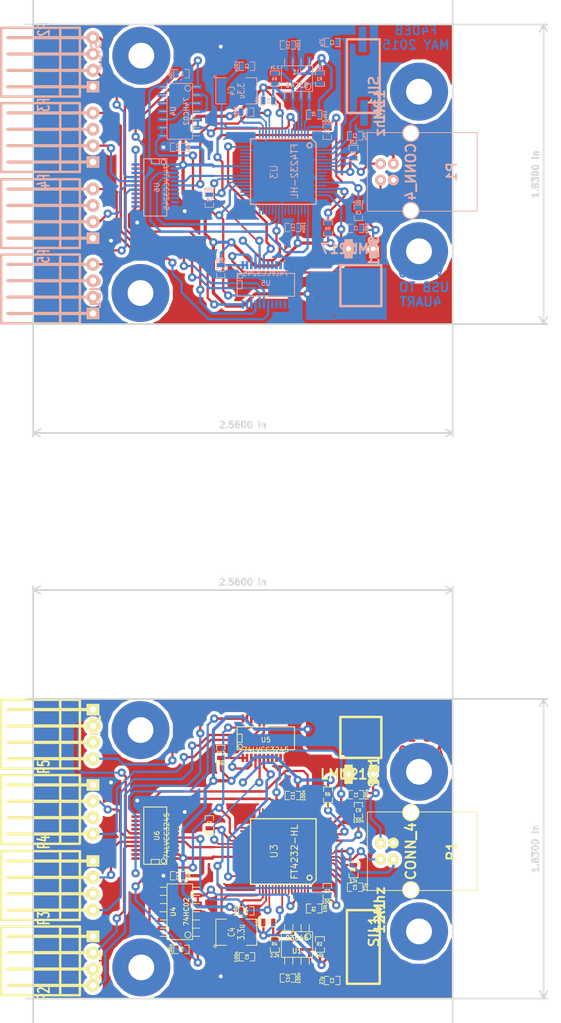
<source format=kicad_pcb>
(kicad_pcb (version 3) (host pcbnew "(2013-jul-07)-stable")
  (title_block (title "USB TO 4 UART") (rev V0-10) (company F4DEB))
  (layers (15 F.Cu signal) (0 B.Cu signal) (18 B.Paste user) (19 F.Paste user) (20 B.SilkS user) (21 F.SilkS user) (22 B.Mask user) (23 F.Mask user) (28 Edge.Cuts user))
  (net 0 "")
  (net 1 +1.8V)
  (net 2 +3.3V)
  (net 3 +5VD)
  (net 4 /PWREN)
  (net 5 /RXD0)
  (net 6 /RXD0_5V)
  (net 7 /RXD1)
  (net 8 /RXD1_5V)
  (net 9 /RXD2)
  (net 10 /RXD2_5V)
  (net 11 /RXD3)
  (net 12 /RXD3_5V)
  (net 13 /SUSPEND)
  (net 14 /TXD0)
  (net 15 /TXD0_5V)
  (net 16 /TXD1)
  (net 17 /TXD1_5V)
  (net 18 /TXD2)
  (net 19 /TXD2_5V)
  (net 20 /TXD3)
  (net 21 /TXD3_5V)
  (net 22 GND)
  (net 23 N-000001)
  (net 24 N-000002)
  (net 25 N-0000020)
  (net 26 N-0000022)
  (net 27 N-0000023)
  (net 28 N-0000027)
  (net 29 N-000003)
  (net 30 N-000004)
  (net 31 N-000005)
  (net 32 N-0000050)
  (net 33 N-0000053)
  (net 34 N-000006)
  (net 35 N-000007)
  (net 36 N-000008)
  (module COLONETTE (layer B.Cu) (at 261.366 65.405 270)
    (fp_text reference J3 (at 0 0 270) (layer B.SilkS) (effects (font (size 1.524 1.524) (thickness 0.3048)) (justify mirror)))
    (fp_text value SIL1 (at 0 6.985 270) (layer B.SilkS) (effects (font (size 1.524 1.524) (thickness 0.3048)) (justify mirror)))
    (pad 1 thru_hole circle (at 0 0 270) (size 8.99922 8.99922) (drill 4.0005) (layers *.Cu))
    (pad 1 thru_hole circle (at 0 0 270) (size 2 2) (drill 0.6) (layers *.Cu *.Mask B.SilkS))
  )
  (module COLONETTE (layer B.Cu) (at 261.366 40.64 270)
    (fp_text reference J3 (at 0 0 270) (layer B.SilkS) (effects (font (size 1.524 1.524) (thickness 0.3048)) (justify mirror)))
    (fp_text value SIL1 (at 0 6.985 270) (layer B.SilkS) (effects (font (size 1.524 1.524) (thickness 0.3048)) (justify mirror)))
    (pad 1 thru_hole circle (at 0 0 270) (size 8.99922 8.99922) (drill 4.0005) (layers *.Cu))
    (pad 1 thru_hole circle (at 0 0 270) (size 2 2) (drill 0.6) (layers *.Cu *.Mask B.SilkS))
  )
  (module COLONETTE (layer B.Cu) (at 218.313 35.052 270)
    (fp_text reference J3 (at 0 0 270) (layer B.SilkS) (effects (font (size 1.524 1.524) (thickness 0.3048)) (justify mirror)))
    (fp_text value SIL1 (at 0 6.985 270) (layer B.SilkS) (effects (font (size 1.524 1.524) (thickness 0.3048)) (justify mirror)))
    (pad 1 thru_hole circle (at 0 0 270) (size 8.99922 8.99922) (drill 4.0005) (layers *.Cu))
    (pad 1 thru_hole circle (at 0 0 270) (size 2 2) (drill 0.6) (layers *.Cu *.Mask B.SilkS))
  )
  (module COLONETTE (layer B.Cu) (at 218.186 71.882 270)
    (fp_text reference J3 (at 0 0 270) (layer B.SilkS) (effects (font (size 1.524 1.524) (thickness 0.3048)) (justify mirror)))
    (fp_text value SIL1 (at 0 6.985 270) (layer B.SilkS) (effects (font (size 1.524 1.524) (thickness 0.3048)) (justify mirror)))
    (pad 1 thru_hole circle (at 0 0 270) (size 8.99922 8.99922) (drill 4.0005) (layers *.Cu))
    (pad 1 thru_hole circle (at 0 0 270) (size 2 2) (drill 0.6) (layers *.Cu *.Mask B.SilkS))
  )
  (module SIL-3"1/2-4-HOR (layer B.Cu) (at 210.82 67.437 270)
    (fp_text reference P5 (at -1.27 7.62 270) (layer B.SilkS) (effects (font (size 1.73482 1.08712) (thickness 0.27178)) (justify mirror)))
    (fp_text value CONN_4 hide)
    (pad 1 thru_hole rect (at 7.62 0 270) (size 1.80086 1.99898) (drill 1.00076) (layers *.Cu *.Mask B.SilkS) (net 22 GND))
    (pad 2 thru_hole circle (at 5.08 0 270) (size 1.99898 1.99898) (drill 1.00076) (layers *.Cu *.Mask B.SilkS) (net 12 /RXD3_5V))
    (pad 3 thru_hole circle (at 2.54 0 270) (size 1.99898 1.99898) (drill 1.00076) (layers *.Cu *.Mask B.SilkS))
    (pad 4 thru_hole circle (at 0 0 270) (size 1.99898 1.99898) (drill 1.00076) (layers *.Cu *.Mask B.SilkS) (net 21 /TXD3_5V))
  )
  (module SIL-3"1/2-4-HOR (layer B.Cu) (at 210.82 55.753 270)
    (fp_text reference P4 (at -1.27 7.62 270) (layer B.SilkS) (effects (font (size 1.73482 1.08712) (thickness 0.27178)) (justify mirror)))
    (fp_text value CONN_4 hide)
    (pad 1 thru_hole rect (at 7.62 0 270) (size 1.80086 1.99898) (drill 1.00076) (layers *.Cu *.Mask B.SilkS) (net 22 GND))
    (pad 2 thru_hole circle (at 5.08 0 270) (size 1.99898 1.99898) (drill 1.00076) (layers *.Cu *.Mask B.SilkS) (net 10 /RXD2_5V))
    (pad 3 thru_hole circle (at 2.54 0 270) (size 1.99898 1.99898) (drill 1.00076) (layers *.Cu *.Mask B.SilkS))
    (pad 4 thru_hole circle (at 0 0 270) (size 1.99898 1.99898) (drill 1.00076) (layers *.Cu *.Mask B.SilkS) (net 19 /TXD2_5V))
  )
  (module SIL-3"1/2-4-HOR (layer B.Cu) (at 210.82 43.942 270)
    (fp_text reference P3 (at -1.27 7.62 270) (layer B.SilkS) (effects (font (size 1.73482 1.08712) (thickness 0.27178)) (justify mirror)))
    (fp_text value CONN_4 hide)
    (pad 1 thru_hole rect (at 7.62 0 270) (size 1.80086 1.99898) (drill 1.00076) (layers *.Cu *.Mask B.SilkS) (net 22 GND))
    (pad 2 thru_hole circle (at 5.08 0 270) (size 1.99898 1.99898) (drill 1.00076) (layers *.Cu *.Mask B.SilkS) (net 8 /RXD1_5V))
    (pad 3 thru_hole circle (at 2.54 0 270) (size 1.99898 1.99898) (drill 1.00076) (layers *.Cu *.Mask B.SilkS))
    (pad 4 thru_hole circle (at 0 0 270) (size 1.99898 1.99898) (drill 1.00076) (layers *.Cu *.Mask B.SilkS) (net 17 /TXD1_5V))
  )
  (module SIL-3"1/2-4-HOR (layer B.Cu) (at 210.82 32.258 270)
    (fp_text reference P2 (at -1.27 7.62 270) (layer B.SilkS) (effects (font (size 1.73482 1.08712) (thickness 0.27178)) (justify mirror)))
    (fp_text value CONN_4 hide)
    (pad 1 thru_hole rect (at 7.62 0 270) (size 1.80086 1.99898) (drill 1.00076) (layers *.Cu *.Mask B.SilkS) (net 22 GND))
    (pad 2 thru_hole circle (at 5.08 0 270) (size 1.99898 1.99898) (drill 1.00076) (layers *.Cu *.Mask B.SilkS) (net 6 /RXD0_5V))
    (pad 3 thru_hole circle (at 2.54 0 270) (size 1.99898 1.99898) (drill 1.00076) (layers *.Cu *.Mask B.SilkS))
    (pad 4 thru_hole circle (at 0 0 270) (size 1.99898 1.99898) (drill 1.00076) (layers *.Cu *.Mask B.SilkS) (net 15 /TXD0_5V))
  )
  (module quartz (layer B.Cu) (at 255.27 43.942 90)
    (fp_text reference X1 (at 0 0 90) (layer B.SilkS) (effects (font (size 1.524 1.524) (thickness 0.3048)) (justify mirror)))
    (fp_text value 12Mhz (at 0 0 90) (layer B.SilkS) (effects (font (size 1.524 1.524) (thickness 0.3048)) (justify mirror)))
    (pad 1 smd rect (at 0 -2.413 90) (size 4.0005 1.19888) (layers B.Cu B.Paste B.Mask) (net 32 N-0000050))
    (pad 2 smd rect (at 11.43 -2.667 90) (size 4.0005 1.19888) (layers B.Cu B.Paste B.Mask) (net 33 N-0000053))
  )
  (module SSOP24 (layer B.Cu) (at 220.472 55.499 270)
    (fp_text reference U6 (at 0 -0.254 270) (layer B.SilkS) (effects (font (size 0.762 0.762) (thickness 0.127)) (justify mirror)))
    (fp_text value 74LVCC3245 (at 0 -1.778 270) (layer B.SilkS) (effects (font (size 0.762 0.762) (thickness 0.127)) (justify mirror)))
    (pad 1 smd rect (at -3.556 -3.048 270) (size 0.4064 1.27) (layers B.Cu B.Paste B.Mask) (net 2 +3.3V))
    (pad 2 smd rect (at -2.921 -3.048 270) (size 0.4064 1.27) (layers B.Cu B.Paste B.Mask) (net 2 +3.3V))
    (pad 3 smd rect (at -2.2606 -3.048 270) (size 0.4064 1.27) (layers B.Cu B.Paste B.Mask) (net 5 /RXD0))
    (pad 4 smd rect (at -1.6002 -3.048 270) (size 0.4064 1.27) (layers B.Cu B.Paste B.Mask) (net 7 /RXD1))
    (pad 5 smd rect (at -0.9652 -3.048 270) (size 0.4064 1.27) (layers B.Cu B.Paste B.Mask) (net 9 /RXD2))
    (pad 6 smd rect (at -0.3048 -3.048 270) (size 0.4064 1.27) (layers B.Cu B.Paste B.Mask) (net 11 /RXD3))
    (pad 7 smd rect (at 0.3556 -3.048 270) (size 0.4064 1.27) (layers B.Cu B.Paste B.Mask))
    (pad 8 smd rect (at 0.9906 -3.048 270) (size 0.4064 1.27) (layers B.Cu B.Paste B.Mask))
    (pad 9 smd rect (at 1.651 -3.048 270) (size 0.4064 1.27) (layers B.Cu B.Paste B.Mask))
    (pad 10 smd rect (at 2.286 -3.048 270) (size 0.4064 1.27) (layers B.Cu B.Paste B.Mask))
    (pad 11 smd rect (at 2.9464 -3.048 270) (size 0.4064 1.27) (layers B.Cu B.Paste B.Mask) (net 22 GND))
    (pad 12 smd rect (at 3.6068 -3.048 270) (size 0.4064 1.27) (layers B.Cu B.Paste B.Mask) (net 22 GND))
    (pad 13 smd rect (at 3.6322 3.048 270) (size 0.4064 1.27) (layers B.Cu B.Paste B.Mask) (net 22 GND))
    (pad 14 smd rect (at 2.9464 3.048 270) (size 0.4064 1.27) (layers B.Cu B.Paste B.Mask))
    (pad 15 smd rect (at 2.286 3.048 270) (size 0.4064 1.27) (layers B.Cu B.Paste B.Mask))
    (pad 16 smd rect (at 1.651 3.048 270) (size 0.4064 1.27) (layers B.Cu B.Paste B.Mask))
    (pad 17 smd rect (at 0.9906 3.048 270) (size 0.4064 1.27) (layers B.Cu B.Paste B.Mask))
    (pad 18 smd rect (at 0.3556 3.048 270) (size 0.4064 1.27) (layers B.Cu B.Paste B.Mask) (net 12 /RXD3_5V))
    (pad 19 smd rect (at -0.3048 3.048 270) (size 0.4064 1.27) (layers B.Cu B.Paste B.Mask) (net 10 /RXD2_5V))
    (pad 20 smd rect (at -0.9652 3.048 270) (size 0.4064 1.27) (layers B.Cu B.Paste B.Mask) (net 8 /RXD1_5V))
    (pad 21 smd rect (at -1.6002 3.048 270) (size 0.4064 1.27) (layers B.Cu B.Paste B.Mask) (net 6 /RXD0_5V))
    (pad 22 smd rect (at -2.2606 3.048 270) (size 0.4064 1.27) (layers B.Cu B.Paste B.Mask) (net 27 N-0000023))
    (pad 23 smd rect (at -2.921 3.048 270) (size 0.4064 1.27) (layers B.Cu B.Paste B.Mask))
    (pad 24 smd rect (at -3.556 3.048 270) (size 0.4064 1.27) (layers B.Cu B.Paste B.Mask) (net 3 +5VD))
  )
  (module SSOP24 (layer B.Cu) (at 237.617 70.612)
    (fp_text reference U5 (at 0 -0.254) (layer B.SilkS) (effects (font (size 0.762 0.762) (thickness 0.127)) (justify mirror)))
    (fp_text value 74LVCC3245 (at 0 -1.778) (layer B.SilkS) (effects (font (size 0.762 0.762) (thickness 0.127)) (justify mirror)))
    (pad 1 smd rect (at -3.556 -3.048) (size 0.4064 1.27) (layers B.Cu B.Paste B.Mask) (net 2 +3.3V))
    (pad 2 smd rect (at -2.921 -3.048) (size 0.4064 1.27) (layers B.Cu B.Paste B.Mask) (net 2 +3.3V))
    (pad 3 smd rect (at -2.2606 -3.048) (size 0.4064 1.27) (layers B.Cu B.Paste B.Mask) (net 14 /TXD0))
    (pad 4 smd rect (at -1.6002 -3.048) (size 0.4064 1.27) (layers B.Cu B.Paste B.Mask) (net 16 /TXD1))
    (pad 5 smd rect (at -0.9652 -3.048) (size 0.4064 1.27) (layers B.Cu B.Paste B.Mask) (net 18 /TXD2))
    (pad 6 smd rect (at -0.3048 -3.048) (size 0.4064 1.27) (layers B.Cu B.Paste B.Mask) (net 20 /TXD3))
    (pad 7 smd rect (at 0.3556 -3.048) (size 0.4064 1.27) (layers B.Cu B.Paste B.Mask))
    (pad 8 smd rect (at 0.9906 -3.048) (size 0.4064 1.27) (layers B.Cu B.Paste B.Mask))
    (pad 9 smd rect (at 1.651 -3.048) (size 0.4064 1.27) (layers B.Cu B.Paste B.Mask))
    (pad 10 smd rect (at 2.286 -3.048) (size 0.4064 1.27) (layers B.Cu B.Paste B.Mask))
    (pad 11 smd rect (at 2.9464 -3.048) (size 0.4064 1.27) (layers B.Cu B.Paste B.Mask) (net 22 GND))
    (pad 12 smd rect (at 3.6068 -3.048) (size 0.4064 1.27) (layers B.Cu B.Paste B.Mask) (net 22 GND))
    (pad 13 smd rect (at 3.6322 3.048) (size 0.4064 1.27) (layers B.Cu B.Paste B.Mask) (net 22 GND))
    (pad 14 smd rect (at 2.9464 3.048) (size 0.4064 1.27) (layers B.Cu B.Paste B.Mask))
    (pad 15 smd rect (at 2.286 3.048) (size 0.4064 1.27) (layers B.Cu B.Paste B.Mask))
    (pad 16 smd rect (at 1.651 3.048) (size 0.4064 1.27) (layers B.Cu B.Paste B.Mask))
    (pad 17 smd rect (at 0.9906 3.048) (size 0.4064 1.27) (layers B.Cu B.Paste B.Mask))
    (pad 18 smd rect (at 0.3556 3.048) (size 0.4064 1.27) (layers B.Cu B.Paste B.Mask) (net 21 /TXD3_5V))
    (pad 19 smd rect (at -0.3048 3.048) (size 0.4064 1.27) (layers B.Cu B.Paste B.Mask) (net 19 /TXD2_5V))
    (pad 20 smd rect (at -0.9652 3.048) (size 0.4064 1.27) (layers B.Cu B.Paste B.Mask) (net 17 /TXD1_5V))
    (pad 21 smd rect (at -1.6002 3.048) (size 0.4064 1.27) (layers B.Cu B.Paste B.Mask) (net 15 /TXD0_5V))
    (pad 22 smd rect (at -2.2606 3.048) (size 0.4064 1.27) (layers B.Cu B.Paste B.Mask) (net 13 /SUSPEND))
    (pad 23 smd rect (at -2.921 3.048) (size 0.4064 1.27) (layers B.Cu B.Paste B.Mask))
    (pad 24 smd rect (at -3.556 3.048) (size 0.4064 1.27) (layers B.Cu B.Paste B.Mask) (net 3 +5VD))
  )
  (module SM1812 (layer B.Cu) (at 233.045 40.513)
    (fp_text reference C4 (at -0.74676 0 270) (layer B.SilkS) (effects (font (size 1.016 0.762) (thickness 0.127)) (justify mirror)))
    (fp_text value 3.3u (at 0.762 0 270) (layer B.SilkS) (effects (font (size 1.016 0.762) (thickness 0.127)) (justify mirror)))
    (pad 1 smd rect (at -2.286 0) (size 1.397 3.81) (layers B.Cu B.Paste B.Mask) (net 1 +1.8V))
    (pad 2 smd rect (at 2.286 0) (size 1.397 3.81) (layers B.Cu B.Paste B.Mask) (net 22 GND))
  )
  (module DPAK (layer B.Cu) (at 250.444 65.024)
    (fp_text reference U2 (at 0 0) (layer B.SilkS) (effects (font (size 1.524 1.524) (thickness 0.3048)) (justify mirror)))
    (fp_text value LM1117 (at 0 0) (layer B.SilkS) (effects (font (size 1.524 1.524) (thickness 0.3048)) (justify mirror)))
    (pad 1 thru_hole rect (at 0 0) (size 1.30048 2.99974) (drill 0.762) (layers *.Mask B.Cu B.SilkS) (net 22 GND))
    (pad 2 thru_hole rect (at 3.81 0) (size 1.30048 2.99974) (drill 0.762) (layers *.Mask B.Cu B.SilkS) (net 28 N-0000027))
    (pad 3 smd rect (at 1.905 6.985) (size 8.001 8.001) (layers B.Cu B.Paste B.Mask) (net 2 +3.3V))
  )
  (module SM0603_Capa (layer B.Cu) (at 247.904 33.02)
    (fp_text reference C2 (at 0 0 270) (layer B.SilkS) (effects (font (size 0.508 0.4572) (thickness 0.1143)) (justify mirror)))
    (fp_text value 27p (at -1.651 0 270) (layer B.SilkS) (effects (font (size 0.508 0.4572) (thickness 0.1143)) (justify mirror)))
    (pad 1 smd rect (at -0.762 0) (size 0.635 1.143) (layers B.Cu B.Paste B.Mask) (net 22 GND))
    (pad 2 smd rect (at 0.762 0) (size 0.635 1.143) (layers B.Cu B.Paste B.Mask) (net 33 N-0000053))
  )
  (module SM0603_Capa (layer B.Cu) (at 251.46 47.498 180)
    (fp_text reference C5 (at 0 0 450) (layer B.SilkS) (effects (font (size 0.508 0.4572) (thickness 0.1143)) (justify mirror)))
    (fp_text value 27p (at -1.651 0 450) (layer B.SilkS) (effects (font (size 0.508 0.4572) (thickness 0.1143)) (justify mirror)))
    (pad 1 smd rect (at -0.762 0 180) (size 0.635 1.143) (layers B.Cu B.Paste B.Mask) (net 22 GND))
    (pad 2 smd rect (at 0.762 0 180) (size 0.635 1.143) (layers B.Cu B.Paste B.Mask) (net 32 N-0000050))
  )
  (module SM0603_Capa (layer B.Cu) (at 234.696 36.703)
    (fp_text reference C6 (at 0 0 270) (layer B.SilkS) (effects (font (size 0.508 0.4572) (thickness 0.1143)) (justify mirror)))
    (fp_text value 100n (at -1.651 0 270) (layer B.SilkS) (effects (font (size 0.508 0.4572) (thickness 0.1143)) (justify mirror)))
    (pad 1 smd rect (at -0.762 0) (size 0.635 1.143) (layers B.Cu B.Paste B.Mask) (net 1 +1.8V))
    (pad 2 smd rect (at 0.762 0) (size 0.635 1.143) (layers B.Cu B.Paste B.Mask) (net 22 GND))
  )
  (module SM0603_Capa (layer B.Cu) (at 251.968 59.436 270)
    (fp_text reference C9 (at 0 0 540) (layer B.SilkS) (effects (font (size 0.508 0.4572) (thickness 0.1143)) (justify mirror)))
    (fp_text value 100n (at -1.651 0 540) (layer B.SilkS) (effects (font (size 0.508 0.4572) (thickness 0.1143)) (justify mirror)))
    (pad 1 smd rect (at -0.762 0 270) (size 0.635 1.143) (layers B.Cu B.Paste B.Mask) (net 1 +1.8V))
    (pad 2 smd rect (at 0.762 0 270) (size 0.635 1.143) (layers B.Cu B.Paste B.Mask) (net 22 GND))
  )
  (module SM0603_Capa (layer B.Cu) (at 241.808 61.722 180)
    (fp_text reference C11 (at 0 0 450) (layer B.SilkS) (effects (font (size 0.508 0.4572) (thickness 0.1143)) (justify mirror)))
    (fp_text value 100n (at -1.651 0 450) (layer B.SilkS) (effects (font (size 0.508 0.4572) (thickness 0.1143)) (justify mirror)))
    (pad 1 smd rect (at -0.762 0 180) (size 0.635 1.143) (layers B.Cu B.Paste B.Mask) (net 2 +3.3V))
    (pad 2 smd rect (at 0.762 0 180) (size 0.635 1.143) (layers B.Cu B.Paste B.Mask) (net 22 GND))
  )
  (module SM0603_Capa (layer B.Cu) (at 230.632 68.326 270)
    (fp_text reference C12 (at 0 0 540) (layer B.SilkS) (effects (font (size 0.508 0.4572) (thickness 0.1143)) (justify mirror)))
    (fp_text value 100n (at -1.651 0 540) (layer B.SilkS) (effects (font (size 0.508 0.4572) (thickness 0.1143)) (justify mirror)))
    (pad 1 smd rect (at -0.762 0 270) (size 0.635 1.143) (layers B.Cu B.Paste B.Mask) (net 2 +3.3V))
    (pad 2 smd rect (at 0.762 0 270) (size 0.635 1.143) (layers B.Cu B.Paste B.Mask) (net 22 GND))
  )
  (module SM0603_Capa (layer B.Cu) (at 224.028 49.276 180)
    (fp_text reference C13 (at 0 0 450) (layer B.SilkS) (effects (font (size 0.508 0.4572) (thickness 0.1143)) (justify mirror)))
    (fp_text value 100n (at -1.651 0 450) (layer B.SilkS) (effects (font (size 0.508 0.4572) (thickness 0.1143)) (justify mirror)))
    (pad 1 smd rect (at -0.762 0 180) (size 0.635 1.143) (layers B.Cu B.Paste B.Mask) (net 2 +3.3V))
    (pad 2 smd rect (at 0.762 0 180) (size 0.635 1.143) (layers B.Cu B.Paste B.Mask) (net 22 GND))
  )
  (module SM0603_Capa (layer B.Cu) (at 234.569 43.815)
    (fp_text reference C14 (at 0 0 270) (layer B.SilkS) (effects (font (size 0.508 0.4572) (thickness 0.1143)) (justify mirror)))
    (fp_text value 100n (at -1.651 0 270) (layer B.SilkS) (effects (font (size 0.508 0.4572) (thickness 0.1143)) (justify mirror)))
    (pad 1 smd rect (at -0.762 0) (size 0.635 1.143) (layers B.Cu B.Paste B.Mask) (net 2 +3.3V))
    (pad 2 smd rect (at 0.762 0) (size 0.635 1.143) (layers B.Cu B.Paste B.Mask) (net 22 GND))
  )
  (module SM0603_Capa (layer B.Cu) (at 224.536 37.846)
    (fp_text reference C3 (at 0 0 270) (layer B.SilkS) (effects (font (size 0.508 0.4572) (thickness 0.1143)) (justify mirror)))
    (fp_text value 100n (at -1.651 0 270) (layer B.SilkS) (effects (font (size 0.508 0.4572) (thickness 0.1143)) (justify mirror)))
    (pad 1 smd rect (at -0.762 0) (size 0.635 1.143) (layers B.Cu B.Paste B.Mask) (net 2 +3.3V))
    (pad 2 smd rect (at 0.762 0) (size 0.635 1.143) (layers B.Cu B.Paste B.Mask) (net 22 GND))
  )
  (module SM0603_Capa (layer B.Cu) (at 228.854 57.404 270)
    (fp_text reference C8 (at 0 0 540) (layer B.SilkS) (effects (font (size 0.508 0.4572) (thickness 0.1143)) (justify mirror)))
    (fp_text value 100n (at -1.651 0 540) (layer B.SilkS) (effects (font (size 0.508 0.4572) (thickness 0.1143)) (justify mirror)))
    (pad 1 smd rect (at -0.762 0 270) (size 0.635 1.143) (layers B.Cu B.Paste B.Mask) (net 1 +1.8V))
    (pad 2 smd rect (at 0.762 0 270) (size 0.635 1.143) (layers B.Cu B.Paste B.Mask) (net 22 GND))
  )
  (module SM0603_Capa (layer B.Cu) (at 247.142 46.863 270)
    (fp_text reference C7 (at 0 0 540) (layer B.SilkS) (effects (font (size 0.508 0.4572) (thickness 0.1143)) (justify mirror)))
    (fp_text value 100n (at -1.651 0 540) (layer B.SilkS) (effects (font (size 0.508 0.4572) (thickness 0.1143)) (justify mirror)))
    (pad 1 smd rect (at -0.762 0 270) (size 0.635 1.143) (layers B.Cu B.Paste B.Mask) (net 1 +1.8V))
    (pad 2 smd rect (at 0.762 0 270) (size 0.635 1.143) (layers B.Cu B.Paste B.Mask) (net 22 GND))
  )
  (module SM0603_Capa (layer B.Cu) (at 251.587 61.849 180)
    (fp_text reference C1 (at 0 0 450) (layer B.SilkS) (effects (font (size 0.508 0.4572) (thickness 0.1143)) (justify mirror)))
    (fp_text value 100n (at -1.651 0 450) (layer B.SilkS) (effects (font (size 0.508 0.4572) (thickness 0.1143)) (justify mirror)))
    (pad 1 smd rect (at -0.762 0 180) (size 0.635 1.143) (layers B.Cu B.Paste B.Mask) (net 28 N-0000027))
    (pad 2 smd rect (at 0.762 0 180) (size 0.635 1.143) (layers B.Cu B.Paste B.Mask) (net 22 GND))
  )
  (module SM0603_Capa (layer B.Cu) (at 241.046 33.401 180)
    (fp_text reference C10 (at 0 0 450) (layer B.SilkS) (effects (font (size 0.508 0.4572) (thickness 0.1143)) (justify mirror)))
    (fp_text value 100n (at -1.651 0 450) (layer B.SilkS) (effects (font (size 0.508 0.4572) (thickness 0.1143)) (justify mirror)))
    (pad 1 smd rect (at -0.762 0 180) (size 0.635 1.143) (layers B.Cu B.Paste B.Mask) (net 2 +3.3V))
    (pad 2 smd rect (at 0.762 0 180) (size 0.635 1.143) (layers B.Cu B.Paste B.Mask) (net 22 GND))
  )
  (module SM0603_Resistor (layer B.Cu) (at 251.206 50.165 270)
    (fp_text reference R5 (at 0.0635 0.0635 540) (layer B.SilkS) (effects (font (size 0.50038 0.4572) (thickness 0.1143)) (justify mirror)))
    (fp_text value 12k (at -1.69926 0 540) (layer B.SilkS) (effects (font (size 0.508 0.4572) (thickness 0.1143)) (justify mirror)))
    (pad 1 smd rect (at -0.762 0 270) (size 0.635 1.143) (layers B.Cu B.Paste B.Mask) (net 22 GND))
    (pad 2 smd rect (at 0.762 0 270) (size 0.635 1.143) (layers B.Cu B.Paste B.Mask) (net 30 N-000004))
  )
  (module SM0603_Resistor (layer B.Cu) (at 247.269 61.849 270)
    (fp_text reference R6 (at 0.0635 0.0635 540) (layer B.SilkS) (effects (font (size 0.50038 0.4572) (thickness 0.1143)) (justify mirror)))
    (fp_text value 1k (at -1.69926 0 540) (layer B.SilkS) (effects (font (size 0.508 0.4572) (thickness 0.1143)) (justify mirror)))
    (pad 1 smd rect (at -0.762 0 270) (size 0.635 1.143) (layers B.Cu B.Paste B.Mask) (net 24 N-000002))
    (pad 2 smd rect (at 0.762 0 270) (size 0.635 1.143) (layers B.Cu B.Paste B.Mask) (net 2 +3.3V))
  )
  (module SM0603_Resistor (layer B.Cu) (at 239.014 38.608 270)
    (fp_text reference R4 (at 0.0635 0.0635 540) (layer B.SilkS) (effects (font (size 0.50038 0.4572) (thickness 0.1143)) (justify mirror)))
    (fp_text value 2.2k (at -1.69926 0 540) (layer B.SilkS) (effects (font (size 0.508 0.4572) (thickness 0.1143)) (justify mirror)))
    (pad 1 smd rect (at -0.762 0 270) (size 0.635 1.143) (layers B.Cu B.Paste B.Mask) (net 36 N-000008))
    (pad 2 smd rect (at 0.762 0 270) (size 0.635 1.143) (layers B.Cu B.Paste B.Mask) (net 35 N-000007))
  )
  (module SM0603_Resistor (layer B.Cu) (at 237.998 42.037)
    (fp_text reference R3 (at 0.0635 0.0635 270) (layer B.SilkS) (effects (font (size 0.50038 0.4572) (thickness 0.1143)) (justify mirror)))
    (fp_text value 10k (at -1.69926 0 270) (layer B.SilkS) (effects (font (size 0.508 0.4572) (thickness 0.1143)) (justify mirror)))
    (pad 1 smd rect (at -0.762 0) (size 0.635 1.143) (layers B.Cu B.Paste B.Mask) (net 2 +3.3V))
    (pad 2 smd rect (at 0.762 0) (size 0.635 1.143) (layers B.Cu B.Paste B.Mask) (net 35 N-000007))
  )
  (module SM0603_Resistor (layer B.Cu) (at 245.11 44.196 180)
    (fp_text reference R1 (at 0.0635 0.0635 450) (layer B.SilkS) (effects (font (size 0.50038 0.4572) (thickness 0.1143)) (justify mirror)))
    (fp_text value 10k (at -1.69926 0 450) (layer B.SilkS) (effects (font (size 0.508 0.4572) (thickness 0.1143)) (justify mirror)))
    (pad 1 smd rect (at -0.762 0 180) (size 0.635 1.143) (layers B.Cu B.Paste B.Mask) (net 2 +3.3V))
    (pad 2 smd rect (at 0.762 0 180) (size 0.635 1.143) (layers B.Cu B.Paste B.Mask) (net 34 N-000006))
  )
  (module SM0603_Resistor (layer B.Cu) (at 245.999 38.608 270)
    (fp_text reference R2 (at 0.0635 0.0635 540) (layer B.SilkS) (effects (font (size 0.50038 0.4572) (thickness 0.1143)) (justify mirror)))
    (fp_text value 10k (at -1.69926 0 540) (layer B.SilkS) (effects (font (size 0.508 0.4572) (thickness 0.1143)) (justify mirror)))
    (pad 1 smd rect (at -0.762 0 270) (size 0.635 1.143) (layers B.Cu B.Paste B.Mask) (net 2 +3.3V))
    (pad 2 smd rect (at 0.762 0 270) (size 0.635 1.143) (layers B.Cu B.Paste B.Mask) (net 31 N-000005))
  )
  (module so-14 (layer B.Cu) (at 224.282 43.688 270)
    (fp_text reference U4 (at 0 1.016 270) (layer B.SilkS) (effects (font (size 0.7493 0.7493) (thickness 0.14986)) (justify mirror)))
    (fp_text value 74HC02 (at 0 -1.016 270) (layer B.SilkS) (effects (font (size 0.7493 0.7493) (thickness 0.14986)) (justify mirror)))
    (pad 1 smd rect (at -3.81 -2.794 270) (size 0.635 1.27) (layers B.Cu B.Paste B.Mask) (net 27 N-0000023))
    (pad 2 smd rect (at -2.54 -2.794 270) (size 0.635 1.27) (layers B.Cu B.Paste B.Mask) (net 26 N-0000022))
    (pad 3 smd rect (at -1.27 -2.794 270) (size 0.635 1.27) (layers B.Cu B.Paste B.Mask) (net 25 N-0000020))
    (pad 4 smd rect (at 0 -2.794 270) (size 0.635 1.27) (layers B.Cu B.Paste B.Mask) (net 26 N-0000022))
    (pad 5 smd rect (at 1.27 -2.794 270) (size 0.635 1.27) (layers B.Cu B.Paste B.Mask) (net 4 /PWREN))
    (pad 6 smd rect (at 2.54 -2.794 270) (size 0.635 1.27) (layers B.Cu B.Paste B.Mask) (net 4 /PWREN))
    (pad 7 smd rect (at 3.81 -2.794 270) (size 0.635 1.27) (layers B.Cu B.Paste B.Mask) (net 22 GND))
    (pad 8 smd rect (at 3.81 2.794 270) (size 0.635 1.27) (layers B.Cu B.Paste B.Mask) (net 13 /SUSPEND))
    (pad 9 smd rect (at 2.54 2.794 270) (size 0.635 1.27) (layers B.Cu B.Paste B.Mask) (net 13 /SUSPEND))
    (pad 10 smd rect (at 1.27 2.794 270) (size 0.635 1.27) (layers B.Cu B.Paste B.Mask) (net 25 N-0000020))
    (pad 11 smd rect (at 0 2.794 270) (size 0.635 1.27) (layers B.Cu B.Paste B.Mask))
    (pad 12 smd rect (at -1.27 2.794 270) (size 0.635 1.27) (layers B.Cu B.Paste B.Mask))
    (pad 13 smd rect (at -2.54 2.794 270) (size 0.635 1.27) (layers B.Cu B.Paste B.Mask))
    (pad 14 smd rect (at -3.81 2.794 270) (size 0.635 1.27) (layers B.Cu B.Paste B.Mask) (net 2 +3.3V))
  )
  (module so-8 (layer B.Cu) (at 242.443 38.608 180)
    (fp_text reference U1 (at 0 1.016 180) (layer B.SilkS) (effects (font (size 0.7493 0.7493) (thickness 0.14986)) (justify mirror)))
    (fp_text value 93C46 (at 0 -1.016 180) (layer B.SilkS) (effects (font (size 0.7493 0.7493) (thickness 0.14986)) (justify mirror)))
    (pad 1 smd rect (at -1.905 -2.794 180) (size 0.635 1.27) (layers B.Cu B.Paste B.Mask) (net 34 N-000006))
    (pad 2 smd rect (at -0.635 -2.794 180) (size 0.635 1.27) (layers B.Cu B.Paste B.Mask) (net 31 N-000005))
    (pad 3 smd rect (at 0.635 -2.794 180) (size 0.635 1.27) (layers B.Cu B.Paste B.Mask) (net 36 N-000008))
    (pad 4 smd rect (at 1.905 -2.794 180) (size 0.635 1.27) (layers B.Cu B.Paste B.Mask) (net 35 N-000007))
    (pad 5 smd rect (at 1.905 2.794 180) (size 0.635 1.27) (layers B.Cu B.Paste B.Mask) (net 22 GND))
    (pad 6 smd rect (at 0.635 2.794 180) (size 0.635 1.27) (layers B.Cu B.Paste B.Mask) (net 2 +3.3V))
    (pad 7 smd rect (at -0.635 2.794 180) (size 0.635 1.27) (layers B.Cu B.Paste B.Mask) (net 22 GND))
    (pad 8 smd rect (at -1.905 2.794 180) (size 0.635 1.27) (layers B.Cu B.Paste B.Mask) (net 2 +3.3V))
  )
  (module TQFP_64 (layer B.Cu) (at 240.411 52.959 270)
    (fp_text reference U3 (at 0.127 1.524 270) (layer B.SilkS) (effects (font (size 1.09982 1.09982) (thickness 0.127)) (justify mirror)))
    (fp_text value FT4232-HL (at 0 -1.651 270) (layer B.SilkS) (effects (font (size 1.00076 1.00076) (thickness 0.1524)) (justify mirror)))
    (pad 1 smd rect (at -3.74904 -5.86994 270) (size 0.24892 1.524) (layers B.Cu B.Paste B.Mask) (net 22 GND))
    (pad 2 smd oval (at -3.24866 -5.86994 270) (size 0.24892 1.524) (layers B.Cu B.Paste B.Mask) (net 33 N-0000053))
    (pad 3 smd oval (at -2.74828 -5.86994 270) (size 0.24892 1.524) (layers B.Cu B.Paste B.Mask) (net 32 N-0000050))
    (pad 4 smd oval (at -2.2479 -5.86994 270) (size 0.24892 1.524) (layers B.Cu B.Paste B.Mask))
    (pad 5 smd oval (at -1.74752 -5.86994 270) (size 0.24892 1.524) (layers B.Cu B.Paste B.Mask) (net 22 GND))
    (pad 6 smd oval (at -1.24968 -5.86994 270) (size 0.24892 1.524) (layers B.Cu B.Paste B.Mask) (net 30 N-000004))
    (pad 7 smd oval (at -0.7493 -5.86994 270) (size 0.24892 1.524) (layers B.Cu B.Paste B.Mask) (net 29 N-000003))
    (pad 8 smd oval (at -0.24892 -5.86994 270) (size 0.24892 1.524) (layers B.Cu B.Paste B.Mask) (net 23 N-000001))
    (pad 9 smd oval (at 0.25146 -5.86994 270) (size 0.24892 1.524) (layers B.Cu B.Paste B.Mask))
    (pad 10 smd oval (at 0.75184 -5.86994 270) (size 0.24892 1.524) (layers B.Cu B.Paste B.Mask) (net 22 GND))
    (pad 11 smd oval (at 1.25222 -5.86994 270) (size 0.24892 1.524) (layers B.Cu B.Paste B.Mask) (net 22 GND))
    (pad 12 smd oval (at 1.75006 -5.86994 270) (size 0.24892 1.524) (layers B.Cu B.Paste B.Mask) (net 1 +1.8V))
    (pad 13 smd oval (at 2.25044 -5.86994 270) (size 0.24892 1.524) (layers B.Cu B.Paste B.Mask) (net 22 GND))
    (pad 14 smd oval (at 2.75082 -5.86994 270) (size 0.24892 1.524) (layers B.Cu B.Paste B.Mask) (net 24 N-000002))
    (pad 15 smd oval (at 3.2512 -5.86994 270) (size 0.24892 1.524) (layers B.Cu B.Paste B.Mask) (net 22 GND))
    (pad 16 smd oval (at 3.75158 -5.86994 270) (size 0.24892 1.524) (layers B.Cu B.Paste B.Mask) (net 14 /TXD0))
    (pad 17 smd oval (at 6.0325 -3.74904 270) (size 1.524 0.24892) (layers B.Cu B.Paste B.Mask) (net 5 /RXD0))
    (pad 18 smd oval (at 6.0325 -3.24866 270) (size 1.524 0.24892) (layers B.Cu B.Paste B.Mask))
    (pad 19 smd oval (at 6.0325 -2.74828 270) (size 1.524 0.24892) (layers B.Cu B.Paste B.Mask))
    (pad 20 smd oval (at 6.0325 -2.2479 270) (size 1.524 0.24892) (layers B.Cu B.Paste B.Mask) (net 2 +3.3V))
    (pad 21 smd oval (at 6.0325 -1.74752 270) (size 1.524 0.24892) (layers B.Cu B.Paste B.Mask))
    (pad 22 smd oval (at 6.0325 -1.24968 270) (size 1.524 0.24892) (layers B.Cu B.Paste B.Mask))
    (pad 23 smd oval (at 6.0325 -0.7493 270) (size 1.524 0.24892) (layers B.Cu B.Paste B.Mask))
    (pad 24 smd oval (at 6.0325 -0.24892 270) (size 1.524 0.24892) (layers B.Cu B.Paste B.Mask))
    (pad 25 smd oval (at 6.0325 0.25146 270) (size 1.524 0.24892) (layers B.Cu B.Paste B.Mask) (net 22 GND))
    (pad 26 smd oval (at 6.0325 0.75184 270) (size 1.524 0.24892) (layers B.Cu B.Paste B.Mask) (net 16 /TXD1))
    (pad 27 smd oval (at 6.0325 1.25222 270) (size 1.524 0.24892) (layers B.Cu B.Paste B.Mask) (net 7 /RXD1))
    (pad 28 smd oval (at 6.0325 1.75006 270) (size 1.524 0.24892) (layers B.Cu B.Paste B.Mask))
    (pad 29 smd oval (at 6.0325 2.25044 270) (size 1.524 0.24892) (layers B.Cu B.Paste B.Mask))
    (pad 30 smd oval (at 6.0325 2.75082 270) (size 1.524 0.24892) (layers B.Cu B.Paste B.Mask))
    (pad 31 smd oval (at 6.0325 3.2512 270) (size 1.524 0.24892) (layers B.Cu B.Paste B.Mask))
    (pad 32 smd oval (at 6.0325 3.75158 270) (size 1.524 0.24892) (layers B.Cu B.Paste B.Mask))
    (pad 33 smd oval (at 3.75158 6.0325 270) (size 0.24892 1.524) (layers B.Cu B.Paste B.Mask))
    (pad 34 smd oval (at 3.2512 6.0325 270) (size 0.24892 1.524) (layers B.Cu B.Paste B.Mask))
    (pad 35 smd oval (at 2.75082 6.0325 270) (size 0.24892 1.524) (layers B.Cu B.Paste B.Mask) (net 22 GND))
    (pad 36 smd oval (at 2.25044 6.0325 270) (size 0.24892 1.524) (layers B.Cu B.Paste B.Mask) (net 13 /SUSPEND))
    (pad 37 smd oval (at 1.75006 6.0325 270) (size 0.24892 1.524) (layers B.Cu B.Paste B.Mask) (net 1 +1.8V))
    (pad 38 smd oval (at 1.25222 6.0325 270) (size 0.24892 1.524) (layers B.Cu B.Paste B.Mask) (net 18 /TXD2))
    (pad 39 smd oval (at 0.75184 6.0325 270) (size 0.24892 1.524) (layers B.Cu B.Paste B.Mask) (net 9 /RXD2))
    (pad 40 smd oval (at 0.25146 6.0325 270) (size 0.24892 1.524) (layers B.Cu B.Paste B.Mask))
    (pad 41 smd oval (at -0.24892 6.0325 270) (size 0.24892 1.524) (layers B.Cu B.Paste B.Mask))
    (pad 42 smd oval (at -0.7493 6.0325 270) (size 0.24892 1.524) (layers B.Cu B.Paste B.Mask) (net 2 +3.3V))
    (pad 43 smd oval (at -1.24968 6.0325 270) (size 0.24892 1.524) (layers B.Cu B.Paste B.Mask))
    (pad 44 smd oval (at -1.74752 6.0325 270) (size 0.24892 1.524) (layers B.Cu B.Paste B.Mask))
    (pad 45 smd oval (at -2.2479 6.0325 270) (size 0.24892 1.524) (layers B.Cu B.Paste B.Mask))
    (pad 46 smd oval (at -2.74828 6.0325 270) (size 0.24892 1.524) (layers B.Cu B.Paste B.Mask))
    (pad 47 smd oval (at -3.24866 6.0325 270) (size 0.24892 1.524) (layers B.Cu B.Paste B.Mask) (net 22 GND))
    (pad 48 smd oval (at -3.74904 6.0325 270) (size 0.24892 1.524) (layers B.Cu B.Paste B.Mask) (net 20 /TXD3))
    (pad 49 smd oval (at -5.86994 3.75158 270) (size 1.524 0.24892) (layers B.Cu B.Paste B.Mask) (net 1 +1.8V))
    (pad 50 smd oval (at -5.86994 3.2512 270) (size 1.524 0.24892) (layers B.Cu B.Paste B.Mask) (net 2 +3.3V))
    (pad 52 smd oval (at -5.86994 2.25044 270) (size 1.524 0.24892) (layers B.Cu B.Paste B.Mask) (net 11 /RXD3))
    (pad 51 smd oval (at -5.88772 2.75082 270) (size 1.524 0.24892) (layers B.Cu B.Paste B.Mask) (net 22 GND))
    (pad 53 smd oval (at -5.86994 1.75006 270) (size 1.524 0.24892) (layers B.Cu B.Paste B.Mask))
    (pad 54 smd oval (at -5.86994 1.25222 270) (size 1.524 0.24892) (layers B.Cu B.Paste B.Mask))
    (pad 55 smd oval (at -5.86994 0.75184 270) (size 1.524 0.24892) (layers B.Cu B.Paste B.Mask))
    (pad 56 smd oval (at -5.86994 0.25146 270) (size 1.524 0.24892) (layers B.Cu B.Paste B.Mask) (net 2 +3.3V))
    (pad 57 smd oval (at -5.86994 -0.24892 270) (size 1.524 0.24892) (layers B.Cu B.Paste B.Mask))
    (pad 58 smd oval (at -5.86994 -0.7493 270) (size 1.524 0.24892) (layers B.Cu B.Paste B.Mask))
    (pad 59 smd oval (at -5.86994 -1.24206 270) (size 1.524 0.24892) (layers B.Cu B.Paste B.Mask))
    (pad 60 smd oval (at -5.86994 -1.74244 270) (size 1.524 0.24892) (layers B.Cu B.Paste B.Mask) (net 4 /PWREN))
    (pad 61 smd oval (at -5.86994 -2.24282 270) (size 1.524 0.24892) (layers B.Cu B.Paste B.Mask) (net 36 N-000008))
    (pad 62 smd oval (at -5.86994 -2.7432 270) (size 1.524 0.24892) (layers B.Cu B.Paste B.Mask) (net 31 N-000005))
    (pad 63 smd oval (at -5.86994 -3.24104 270) (size 1.524 0.24892) (layers B.Cu B.Paste B.Mask) (net 34 N-000006))
    (pad 64 smd oval (at -5.86994 -3.74142 270) (size 1.524 0.24892) (layers B.Cu B.Paste B.Mask) (net 1 +1.8V))
  )
  (module USB_B (layer B.Cu) (at 260.096 53.086 270)
    (fp_text reference P1 (at 0 -6.35 270) (layer B.SilkS) (effects (font (size 1.524 1.524) (thickness 0.3048)) (justify mirror)))
    (fp_text value CONN_4 (at 0 0 270) (layer B.SilkS) (effects (font (size 1.524 1.524) (thickness 0.3048)) (justify mirror)))
    (pad 1 thru_hole circle (at 1.27 4.699 270) (size 1.7 1.7) (drill 0.8128) (layers *.Cu *.Mask B.SilkS) (net 28 N-0000027))
    (pad 2 thru_hole circle (at -1.27 4.699 270) (size 1.7 1.7) (drill 0.8128) (layers *.Cu *.Mask B.SilkS) (net 29 N-000003))
    (pad 3 thru_hole circle (at -1.27 2.70002 270) (size 1.7 1.7) (drill 0.8128) (layers *.Cu *.Mask B.SilkS) (net 23 N-000001))
    (pad 4 thru_hole circle (at 1.27 2.70002 270) (size 1.7 1.7) (drill 0.8128) (layers *.Cu *.Mask B.SilkS) (net 22 GND))
    (pad 5 thru_hole circle (at 5.99948 0 270) (size 2.70002 2.70002) (drill 2.30124) (layers *.Cu *.Mask B.SilkS) (net 22 GND))
    (pad 6 thru_hole circle (at -5.99948 0 270) (size 2.70002 2.70002) (drill 2.30124) (layers *.Cu *.Mask B.SilkS) (net 22 GND))
  )
  (module USB_B (layer F.Cu) (at 260.096 158.496 90)
    (fp_text reference P1 (at 0 6.35 90) (layer F.SilkS) (effects (font (size 1.524 1.524) (thickness 0.3048))))
    (fp_text value CONN_4 (at 0 0 90) (layer F.SilkS) (effects (font (size 1.524 1.524) (thickness 0.3048))))
    (pad 1 thru_hole circle (at 1.27 -4.699 90) (size 1.7 1.7) (drill 0.8128) (layers *.Cu *.Mask F.SilkS) (net 28 N-0000027))
    (pad 2 thru_hole circle (at -1.27 -4.699 90) (size 1.7 1.7) (drill 0.8128) (layers *.Cu *.Mask F.SilkS) (net 29 N-000003))
    (pad 3 thru_hole circle (at -1.27 -2.70002 90) (size 1.7 1.7) (drill 0.8128) (layers *.Cu *.Mask F.SilkS) (net 23 N-000001))
    (pad 4 thru_hole circle (at 1.27 -2.70002 90) (size 1.7 1.7) (drill 0.8128) (layers *.Cu *.Mask F.SilkS) (net 22 GND))
    (pad 5 thru_hole circle (at 5.99948 0 90) (size 2.70002 2.70002) (drill 2.30124) (layers *.Cu *.Mask F.SilkS) (net 22 GND))
    (pad 6 thru_hole circle (at -5.99948 0 90) (size 2.70002 2.70002) (drill 2.30124) (layers *.Cu *.Mask F.SilkS) (net 22 GND))
  )
  (module TQFP_64 (layer F.Cu) (at 240.411 158.623 90)
    (fp_text reference U3 (at 0.127 -1.524 90) (layer F.SilkS) (effects (font (size 1.09982 1.09982) (thickness 0.127))))
    (fp_text value FT4232-HL (at 0 1.651 90) (layer F.SilkS) (effects (font (size 1.00076 1.00076) (thickness 0.1524))))
    (pad 1 smd rect (at -3.74904 5.86994 90) (size 0.24892 1.524) (layers F.Cu F.Paste F.Mask) (net 22 GND))
    (pad 2 smd oval (at -3.24866 5.86994 90) (size 0.24892 1.524) (layers F.Cu F.Paste F.Mask) (net 33 N-0000053))
    (pad 3 smd oval (at -2.74828 5.86994 90) (size 0.24892 1.524) (layers F.Cu F.Paste F.Mask) (net 32 N-0000050))
    (pad 4 smd oval (at -2.2479 5.86994 90) (size 0.24892 1.524) (layers F.Cu F.Paste F.Mask))
    (pad 5 smd oval (at -1.74752 5.86994 90) (size 0.24892 1.524) (layers F.Cu F.Paste F.Mask) (net 22 GND))
    (pad 6 smd oval (at -1.24968 5.86994 90) (size 0.24892 1.524) (layers F.Cu F.Paste F.Mask) (net 30 N-000004))
    (pad 7 smd oval (at -0.7493 5.86994 90) (size 0.24892 1.524) (layers F.Cu F.Paste F.Mask) (net 29 N-000003))
    (pad 8 smd oval (at -0.24892 5.86994 90) (size 0.24892 1.524) (layers F.Cu F.Paste F.Mask) (net 23 N-000001))
    (pad 9 smd oval (at 0.25146 5.86994 90) (size 0.24892 1.524) (layers F.Cu F.Paste F.Mask))
    (pad 10 smd oval (at 0.75184 5.86994 90) (size 0.24892 1.524) (layers F.Cu F.Paste F.Mask) (net 22 GND))
    (pad 11 smd oval (at 1.25222 5.86994 90) (size 0.24892 1.524) (layers F.Cu F.Paste F.Mask) (net 22 GND))
    (pad 12 smd oval (at 1.75006 5.86994 90) (size 0.24892 1.524) (layers F.Cu F.Paste F.Mask) (net 1 +1.8V))
    (pad 13 smd oval (at 2.25044 5.86994 90) (size 0.24892 1.524) (layers F.Cu F.Paste F.Mask) (net 22 GND))
    (pad 14 smd oval (at 2.75082 5.86994 90) (size 0.24892 1.524) (layers F.Cu F.Paste F.Mask) (net 24 N-000002))
    (pad 15 smd oval (at 3.2512 5.86994 90) (size 0.24892 1.524) (layers F.Cu F.Paste F.Mask) (net 22 GND))
    (pad 16 smd oval (at 3.75158 5.86994 90) (size 0.24892 1.524) (layers F.Cu F.Paste F.Mask) (net 14 /TXD0))
    (pad 17 smd oval (at 6.0325 3.74904 90) (size 1.524 0.24892) (layers F.Cu F.Paste F.Mask) (net 5 /RXD0))
    (pad 18 smd oval (at 6.0325 3.24866 90) (size 1.524 0.24892) (layers F.Cu F.Paste F.Mask))
    (pad 19 smd oval (at 6.0325 2.74828 90) (size 1.524 0.24892) (layers F.Cu F.Paste F.Mask))
    (pad 20 smd oval (at 6.0325 2.2479 90) (size 1.524 0.24892) (layers F.Cu F.Paste F.Mask) (net 2 +3.3V))
    (pad 21 smd oval (at 6.0325 1.74752 90) (size 1.524 0.24892) (layers F.Cu F.Paste F.Mask))
    (pad 22 smd oval (at 6.0325 1.24968 90) (size 1.524 0.24892) (layers F.Cu F.Paste F.Mask))
    (pad 23 smd oval (at 6.0325 0.7493 90) (size 1.524 0.24892) (layers F.Cu F.Paste F.Mask))
    (pad 24 smd oval (at 6.0325 0.24892 90) (size 1.524 0.24892) (layers F.Cu F.Paste F.Mask))
    (pad 25 smd oval (at 6.0325 -0.25146 90) (size 1.524 0.24892) (layers F.Cu F.Paste F.Mask) (net 22 GND))
    (pad 26 smd oval (at 6.0325 -0.75184 90) (size 1.524 0.24892) (layers F.Cu F.Paste F.Mask) (net 16 /TXD1))
    (pad 27 smd oval (at 6.0325 -1.25222 90) (size 1.524 0.24892) (layers F.Cu F.Paste F.Mask) (net 7 /RXD1))
    (pad 28 smd oval (at 6.0325 -1.75006 90) (size 1.524 0.24892) (layers F.Cu F.Paste F.Mask))
    (pad 29 smd oval (at 6.0325 -2.25044 90) (size 1.524 0.24892) (layers F.Cu F.Paste F.Mask))
    (pad 30 smd oval (at 6.0325 -2.75082 90) (size 1.524 0.24892) (layers F.Cu F.Paste F.Mask))
    (pad 31 smd oval (at 6.0325 -3.2512 90) (size 1.524 0.24892) (layers F.Cu F.Paste F.Mask))
    (pad 32 smd oval (at 6.0325 -3.75158 90) (size 1.524 0.24892) (layers F.Cu F.Paste F.Mask))
    (pad 33 smd oval (at 3.75158 -6.0325 90) (size 0.24892 1.524) (layers F.Cu F.Paste F.Mask))
    (pad 34 smd oval (at 3.2512 -6.0325 90) (size 0.24892 1.524) (layers F.Cu F.Paste F.Mask))
    (pad 35 smd oval (at 2.75082 -6.0325 90) (size 0.24892 1.524) (layers F.Cu F.Paste F.Mask) (net 22 GND))
    (pad 36 smd oval (at 2.25044 -6.0325 90) (size 0.24892 1.524) (layers F.Cu F.Paste F.Mask) (net 13 /SUSPEND))
    (pad 37 smd oval (at 1.75006 -6.0325 90) (size 0.24892 1.524) (layers F.Cu F.Paste F.Mask) (net 1 +1.8V))
    (pad 38 smd oval (at 1.25222 -6.0325 90) (size 0.24892 1.524) (layers F.Cu F.Paste F.Mask) (net 18 /TXD2))
    (pad 39 smd oval (at 0.75184 -6.0325 90) (size 0.24892 1.524) (layers F.Cu F.Paste F.Mask) (net 9 /RXD2))
    (pad 40 smd oval (at 0.25146 -6.0325 90) (size 0.24892 1.524) (layers F.Cu F.Paste F.Mask))
    (pad 41 smd oval (at -0.24892 -6.0325 90) (size 0.24892 1.524) (layers F.Cu F.Paste F.Mask))
    (pad 42 smd oval (at -0.7493 -6.0325 90) (size 0.24892 1.524) (layers F.Cu F.Paste F.Mask) (net 2 +3.3V))
    (pad 43 smd oval (at -1.24968 -6.0325 90) (size 0.24892 1.524) (layers F.Cu F.Paste F.Mask))
    (pad 44 smd oval (at -1.74752 -6.0325 90) (size 0.24892 1.524) (layers F.Cu F.Paste F.Mask))
    (pad 45 smd oval (at -2.2479 -6.0325 90) (size 0.24892 1.524) (layers F.Cu F.Paste F.Mask))
    (pad 46 smd oval (at -2.74828 -6.0325 90) (size 0.24892 1.524) (layers F.Cu F.Paste F.Mask))
    (pad 47 smd oval (at -3.24866 -6.0325 90) (size 0.24892 1.524) (layers F.Cu F.Paste F.Mask) (net 22 GND))
    (pad 48 smd oval (at -3.74904 -6.0325 90) (size 0.24892 1.524) (layers F.Cu F.Paste F.Mask) (net 20 /TXD3))
    (pad 49 smd oval (at -5.86994 -3.75158 90) (size 1.524 0.24892) (layers F.Cu F.Paste F.Mask) (net 1 +1.8V))
    (pad 50 smd oval (at -5.86994 -3.2512 90) (size 1.524 0.24892) (layers F.Cu F.Paste F.Mask) (net 2 +3.3V))
    (pad 52 smd oval (at -5.86994 -2.25044 90) (size 1.524 0.24892) (layers F.Cu F.Paste F.Mask) (net 11 /RXD3))
    (pad 51 smd oval (at -5.88772 -2.75082 90) (size 1.524 0.24892) (layers F.Cu F.Paste F.Mask) (net 22 GND))
    (pad 53 smd oval (at -5.86994 -1.75006 90) (size 1.524 0.24892) (layers F.Cu F.Paste F.Mask))
    (pad 54 smd oval (at -5.86994 -1.25222 90) (size 1.524 0.24892) (layers F.Cu F.Paste F.Mask))
    (pad 55 smd oval (at -5.86994 -0.75184 90) (size 1.524 0.24892) (layers F.Cu F.Paste F.Mask))
    (pad 56 smd oval (at -5.86994 -0.25146 90) (size 1.524 0.24892) (layers F.Cu F.Paste F.Mask) (net 2 +3.3V))
    (pad 57 smd oval (at -5.86994 0.24892 90) (size 1.524 0.24892) (layers F.Cu F.Paste F.Mask))
    (pad 58 smd oval (at -5.86994 0.7493 90) (size 1.524 0.24892) (layers F.Cu F.Paste F.Mask))
    (pad 59 smd oval (at -5.86994 1.24206 90) (size 1.524 0.24892) (layers F.Cu F.Paste F.Mask))
    (pad 60 smd oval (at -5.86994 1.74244 90) (size 1.524 0.24892) (layers F.Cu F.Paste F.Mask) (net 4 /PWREN))
    (pad 61 smd oval (at -5.86994 2.24282 90) (size 1.524 0.24892) (layers F.Cu F.Paste F.Mask) (net 36 N-000008))
    (pad 62 smd oval (at -5.86994 2.7432 90) (size 1.524 0.24892) (layers F.Cu F.Paste F.Mask) (net 31 N-000005))
    (pad 63 smd oval (at -5.86994 3.24104 90) (size 1.524 0.24892) (layers F.Cu F.Paste F.Mask) (net 34 N-000006))
    (pad 64 smd oval (at -5.86994 3.74142 90) (size 1.524 0.24892) (layers F.Cu F.Paste F.Mask) (net 1 +1.8V))
  )
  (module so-8 (layer F.Cu) (at 242.443 172.974 180)
    (fp_text reference U1 (at 0 -1.016 180) (layer F.SilkS) (effects (font (size 0.7493 0.7493) (thickness 0.14986))))
    (fp_text value 93C46 (at 0 1.016 180) (layer F.SilkS) (effects (font (size 0.7493 0.7493) (thickness 0.14986))))
    (pad 1 smd rect (at -1.905 2.794 180) (size 0.635 1.27) (layers F.Cu F.Paste F.Mask) (net 34 N-000006))
    (pad 2 smd rect (at -0.635 2.794 180) (size 0.635 1.27) (layers F.Cu F.Paste F.Mask) (net 31 N-000005))
    (pad 3 smd rect (at 0.635 2.794 180) (size 0.635 1.27) (layers F.Cu F.Paste F.Mask) (net 36 N-000008))
    (pad 4 smd rect (at 1.905 2.794 180) (size 0.635 1.27) (layers F.Cu F.Paste F.Mask) (net 35 N-000007))
    (pad 5 smd rect (at 1.905 -2.794 180) (size 0.635 1.27) (layers F.Cu F.Paste F.Mask) (net 22 GND))
    (pad 6 smd rect (at 0.635 -2.794 180) (size 0.635 1.27) (layers F.Cu F.Paste F.Mask) (net 2 +3.3V))
    (pad 7 smd rect (at -0.635 -2.794 180) (size 0.635 1.27) (layers F.Cu F.Paste F.Mask) (net 22 GND))
    (pad 8 smd rect (at -1.905 -2.794 180) (size 0.635 1.27) (layers F.Cu F.Paste F.Mask) (net 2 +3.3V))
  )
  (module so-14 (layer F.Cu) (at 224.282 167.894 90)
    (fp_text reference U4 (at 0 -1.016 90) (layer F.SilkS) (effects (font (size 0.7493 0.7493) (thickness 0.14986))))
    (fp_text value 74HC02 (at 0 1.016 90) (layer F.SilkS) (effects (font (size 0.7493 0.7493) (thickness 0.14986))))
    (pad 1 smd rect (at -3.81 2.794 90) (size 0.635 1.27) (layers F.Cu F.Paste F.Mask) (net 27 N-0000023))
    (pad 2 smd rect (at -2.54 2.794 90) (size 0.635 1.27) (layers F.Cu F.Paste F.Mask) (net 26 N-0000022))
    (pad 3 smd rect (at -1.27 2.794 90) (size 0.635 1.27) (layers F.Cu F.Paste F.Mask) (net 25 N-0000020))
    (pad 4 smd rect (at 0 2.794 90) (size 0.635 1.27) (layers F.Cu F.Paste F.Mask) (net 26 N-0000022))
    (pad 5 smd rect (at 1.27 2.794 90) (size 0.635 1.27) (layers F.Cu F.Paste F.Mask) (net 4 /PWREN))
    (pad 6 smd rect (at 2.54 2.794 90) (size 0.635 1.27) (layers F.Cu F.Paste F.Mask) (net 4 /PWREN))
    (pad 7 smd rect (at 3.81 2.794 90) (size 0.635 1.27) (layers F.Cu F.Paste F.Mask) (net 22 GND))
    (pad 8 smd rect (at 3.81 -2.794 90) (size 0.635 1.27) (layers F.Cu F.Paste F.Mask) (net 13 /SUSPEND))
    (pad 9 smd rect (at 2.54 -2.794 90) (size 0.635 1.27) (layers F.Cu F.Paste F.Mask) (net 13 /SUSPEND))
    (pad 10 smd rect (at 1.27 -2.794 90) (size 0.635 1.27) (layers F.Cu F.Paste F.Mask) (net 25 N-0000020))
    (pad 11 smd rect (at 0 -2.794 90) (size 0.635 1.27) (layers F.Cu F.Paste F.Mask))
    (pad 12 smd rect (at -1.27 -2.794 90) (size 0.635 1.27) (layers F.Cu F.Paste F.Mask))
    (pad 13 smd rect (at -2.54 -2.794 90) (size 0.635 1.27) (layers F.Cu F.Paste F.Mask))
    (pad 14 smd rect (at -3.81 -2.794 90) (size 0.635 1.27) (layers F.Cu F.Paste F.Mask) (net 2 +3.3V))
  )
  (module SM0603_Resistor (layer F.Cu) (at 245.999 172.974 90)
    (fp_text reference R2 (at 0.0635 -0.0635 180) (layer F.SilkS) (effects (font (size 0.50038 0.4572) (thickness 0.1143))))
    (fp_text value 10k (at -1.69926 0 180) (layer F.SilkS) (effects (font (size 0.508 0.4572) (thickness 0.1143))))
    (pad 1 smd rect (at -0.762 0 90) (size 0.635 1.143) (layers F.Cu F.Paste F.Mask) (net 2 +3.3V))
    (pad 2 smd rect (at 0.762 0 90) (size 0.635 1.143) (layers F.Cu F.Paste F.Mask) (net 31 N-000005))
  )
  (module SM0603_Resistor (layer F.Cu) (at 245.11 167.386 180)
    (fp_text reference R1 (at 0.0635 -0.0635 270) (layer F.SilkS) (effects (font (size 0.50038 0.4572) (thickness 0.1143))))
    (fp_text value 10k (at -1.69926 0 270) (layer F.SilkS) (effects (font (size 0.508 0.4572) (thickness 0.1143))))
    (pad 1 smd rect (at -0.762 0 180) (size 0.635 1.143) (layers F.Cu F.Paste F.Mask) (net 2 +3.3V))
    (pad 2 smd rect (at 0.762 0 180) (size 0.635 1.143) (layers F.Cu F.Paste F.Mask) (net 34 N-000006))
  )
  (module SM0603_Resistor (layer F.Cu) (at 237.998 169.545)
    (fp_text reference R3 (at 0.0635 -0.0635 90) (layer F.SilkS) (effects (font (size 0.50038 0.4572) (thickness 0.1143))))
    (fp_text value 10k (at -1.69926 0 90) (layer F.SilkS) (effects (font (size 0.508 0.4572) (thickness 0.1143))))
    (pad 1 smd rect (at -0.762 0) (size 0.635 1.143) (layers F.Cu F.Paste F.Mask) (net 2 +3.3V))
    (pad 2 smd rect (at 0.762 0) (size 0.635 1.143) (layers F.Cu F.Paste F.Mask) (net 35 N-000007))
  )
  (module SM0603_Resistor (layer F.Cu) (at 239.014 172.974 90)
    (fp_text reference R4 (at 0.0635 -0.0635 180) (layer F.SilkS) (effects (font (size 0.50038 0.4572) (thickness 0.1143))))
    (fp_text value 2.2k (at -1.69926 0 180) (layer F.SilkS) (effects (font (size 0.508 0.4572) (thickness 0.1143))))
    (pad 1 smd rect (at -0.762 0 90) (size 0.635 1.143) (layers F.Cu F.Paste F.Mask) (net 36 N-000008))
    (pad 2 smd rect (at 0.762 0 90) (size 0.635 1.143) (layers F.Cu F.Paste F.Mask) (net 35 N-000007))
  )
  (module SM0603_Resistor (layer F.Cu) (at 247.269 149.733 90)
    (fp_text reference R6 (at 0.0635 -0.0635 180) (layer F.SilkS) (effects (font (size 0.50038 0.4572) (thickness 0.1143))))
    (fp_text value 1k (at -1.69926 0 180) (layer F.SilkS) (effects (font (size 0.508 0.4572) (thickness 0.1143))))
    (pad 1 smd rect (at -0.762 0 90) (size 0.635 1.143) (layers F.Cu F.Paste F.Mask) (net 24 N-000002))
    (pad 2 smd rect (at 0.762 0 90) (size 0.635 1.143) (layers F.Cu F.Paste F.Mask) (net 2 +3.3V))
  )
  (module SM0603_Resistor (layer F.Cu) (at 251.206 161.417 90)
    (fp_text reference R5 (at 0.0635 -0.0635 180) (layer F.SilkS) (effects (font (size 0.50038 0.4572) (thickness 0.1143))))
    (fp_text value 12k (at -1.69926 0 180) (layer F.SilkS) (effects (font (size 0.508 0.4572) (thickness 0.1143))))
    (pad 1 smd rect (at -0.762 0 90) (size 0.635 1.143) (layers F.Cu F.Paste F.Mask) (net 22 GND))
    (pad 2 smd rect (at 0.762 0 90) (size 0.635 1.143) (layers F.Cu F.Paste F.Mask) (net 30 N-000004))
  )
  (module SM0603_Capa (layer F.Cu) (at 241.046 178.181 180)
    (fp_text reference C10 (at 0 0 270) (layer F.SilkS) (effects (font (size 0.508 0.4572) (thickness 0.1143))))
    (fp_text value 100n (at -1.651 0 270) (layer F.SilkS) (effects (font (size 0.508 0.4572) (thickness 0.1143))))
    (pad 1 smd rect (at -0.762 0 180) (size 0.635 1.143) (layers F.Cu F.Paste F.Mask) (net 2 +3.3V))
    (pad 2 smd rect (at 0.762 0 180) (size 0.635 1.143) (layers F.Cu F.Paste F.Mask) (net 22 GND))
  )
  (module SM0603_Capa (layer F.Cu) (at 251.587 149.733 180)
    (fp_text reference C1 (at 0 0 270) (layer F.SilkS) (effects (font (size 0.508 0.4572) (thickness 0.1143))))
    (fp_text value 100n (at -1.651 0 270) (layer F.SilkS) (effects (font (size 0.508 0.4572) (thickness 0.1143))))
    (pad 1 smd rect (at -0.762 0 180) (size 0.635 1.143) (layers F.Cu F.Paste F.Mask) (net 28 N-0000027))
    (pad 2 smd rect (at 0.762 0 180) (size 0.635 1.143) (layers F.Cu F.Paste F.Mask) (net 22 GND))
  )
  (module SM0603_Capa (layer F.Cu) (at 247.142 164.719 90)
    (fp_text reference C7 (at 0 0 180) (layer F.SilkS) (effects (font (size 0.508 0.4572) (thickness 0.1143))))
    (fp_text value 100n (at -1.651 0 180) (layer F.SilkS) (effects (font (size 0.508 0.4572) (thickness 0.1143))))
    (pad 1 smd rect (at -0.762 0 90) (size 0.635 1.143) (layers F.Cu F.Paste F.Mask) (net 1 +1.8V))
    (pad 2 smd rect (at 0.762 0 90) (size 0.635 1.143) (layers F.Cu F.Paste F.Mask) (net 22 GND))
  )
  (module SM0603_Capa (layer F.Cu) (at 228.854 154.178 90)
    (fp_text reference C8 (at 0 0 180) (layer F.SilkS) (effects (font (size 0.508 0.4572) (thickness 0.1143))))
    (fp_text value 100n (at -1.651 0 180) (layer F.SilkS) (effects (font (size 0.508 0.4572) (thickness 0.1143))))
    (pad 1 smd rect (at -0.762 0 90) (size 0.635 1.143) (layers F.Cu F.Paste F.Mask) (net 1 +1.8V))
    (pad 2 smd rect (at 0.762 0 90) (size 0.635 1.143) (layers F.Cu F.Paste F.Mask) (net 22 GND))
  )
  (module SM0603_Capa (layer F.Cu) (at 224.536 173.736)
    (fp_text reference C3 (at 0 0 90) (layer F.SilkS) (effects (font (size 0.508 0.4572) (thickness 0.1143))))
    (fp_text value 100n (at -1.651 0 90) (layer F.SilkS) (effects (font (size 0.508 0.4572) (thickness 0.1143))))
    (pad 1 smd rect (at -0.762 0) (size 0.635 1.143) (layers F.Cu F.Paste F.Mask) (net 2 +3.3V))
    (pad 2 smd rect (at 0.762 0) (size 0.635 1.143) (layers F.Cu F.Paste F.Mask) (net 22 GND))
  )
  (module SM0603_Capa (layer F.Cu) (at 234.569 167.767)
    (fp_text reference C14 (at 0 0 90) (layer F.SilkS) (effects (font (size 0.508 0.4572) (thickness 0.1143))))
    (fp_text value 100n (at -1.651 0 90) (layer F.SilkS) (effects (font (size 0.508 0.4572) (thickness 0.1143))))
    (pad 1 smd rect (at -0.762 0) (size 0.635 1.143) (layers F.Cu F.Paste F.Mask) (net 2 +3.3V))
    (pad 2 smd rect (at 0.762 0) (size 0.635 1.143) (layers F.Cu F.Paste F.Mask) (net 22 GND))
  )
  (module SM0603_Capa (layer F.Cu) (at 224.028 162.306 180)
    (fp_text reference C13 (at 0 0 270) (layer F.SilkS) (effects (font (size 0.508 0.4572) (thickness 0.1143))))
    (fp_text value 100n (at -1.651 0 270) (layer F.SilkS) (effects (font (size 0.508 0.4572) (thickness 0.1143))))
    (pad 1 smd rect (at -0.762 0 180) (size 0.635 1.143) (layers F.Cu F.Paste F.Mask) (net 2 +3.3V))
    (pad 2 smd rect (at 0.762 0 180) (size 0.635 1.143) (layers F.Cu F.Paste F.Mask) (net 22 GND))
  )
  (module SM0603_Capa (layer F.Cu) (at 230.632 143.256 90)
    (fp_text reference C12 (at 0 0 180) (layer F.SilkS) (effects (font (size 0.508 0.4572) (thickness 0.1143))))
    (fp_text value 100n (at -1.651 0 180) (layer F.SilkS) (effects (font (size 0.508 0.4572) (thickness 0.1143))))
    (pad 1 smd rect (at -0.762 0 90) (size 0.635 1.143) (layers F.Cu F.Paste F.Mask) (net 2 +3.3V))
    (pad 2 smd rect (at 0.762 0 90) (size 0.635 1.143) (layers F.Cu F.Paste F.Mask) (net 22 GND))
  )
  (module SM0603_Capa (layer F.Cu) (at 241.808 149.86 180)
    (fp_text reference C11 (at 0 0 270) (layer F.SilkS) (effects (font (size 0.508 0.4572) (thickness 0.1143))))
    (fp_text value 100n (at -1.651 0 270) (layer F.SilkS) (effects (font (size 0.508 0.4572) (thickness 0.1143))))
    (pad 1 smd rect (at -0.762 0 180) (size 0.635 1.143) (layers F.Cu F.Paste F.Mask) (net 2 +3.3V))
    (pad 2 smd rect (at 0.762 0 180) (size 0.635 1.143) (layers F.Cu F.Paste F.Mask) (net 22 GND))
  )
  (module SM0603_Capa (layer F.Cu) (at 251.968 152.146 90)
    (fp_text reference C9 (at 0 0 180) (layer F.SilkS) (effects (font (size 0.508 0.4572) (thickness 0.1143))))
    (fp_text value 100n (at -1.651 0 180) (layer F.SilkS) (effects (font (size 0.508 0.4572) (thickness 0.1143))))
    (pad 1 smd rect (at -0.762 0 90) (size 0.635 1.143) (layers F.Cu F.Paste F.Mask) (net 1 +1.8V))
    (pad 2 smd rect (at 0.762 0 90) (size 0.635 1.143) (layers F.Cu F.Paste F.Mask) (net 22 GND))
  )
  (module SM0603_Capa (layer F.Cu) (at 234.696 174.879)
    (fp_text reference C6 (at 0 0 90) (layer F.SilkS) (effects (font (size 0.508 0.4572) (thickness 0.1143))))
    (fp_text value 100n (at -1.651 0 90) (layer F.SilkS) (effects (font (size 0.508 0.4572) (thickness 0.1143))))
    (pad 1 smd rect (at -0.762 0) (size 0.635 1.143) (layers F.Cu F.Paste F.Mask) (net 1 +1.8V))
    (pad 2 smd rect (at 0.762 0) (size 0.635 1.143) (layers F.Cu F.Paste F.Mask) (net 22 GND))
  )
  (module SM0603_Capa (layer F.Cu) (at 251.46 164.084 180)
    (fp_text reference C5 (at 0 0 270) (layer F.SilkS) (effects (font (size 0.508 0.4572) (thickness 0.1143))))
    (fp_text value 27p (at -1.651 0 270) (layer F.SilkS) (effects (font (size 0.508 0.4572) (thickness 0.1143))))
    (pad 1 smd rect (at -0.762 0 180) (size 0.635 1.143) (layers F.Cu F.Paste F.Mask) (net 22 GND))
    (pad 2 smd rect (at 0.762 0 180) (size 0.635 1.143) (layers F.Cu F.Paste F.Mask) (net 32 N-0000050))
  )
  (module SM0603_Capa (layer F.Cu) (at 247.904 178.562)
    (fp_text reference C2 (at 0 0 90) (layer F.SilkS) (effects (font (size 0.508 0.4572) (thickness 0.1143))))
    (fp_text value 27p (at -1.651 0 90) (layer F.SilkS) (effects (font (size 0.508 0.4572) (thickness 0.1143))))
    (pad 1 smd rect (at -0.762 0) (size 0.635 1.143) (layers F.Cu F.Paste F.Mask) (net 22 GND))
    (pad 2 smd rect (at 0.762 0) (size 0.635 1.143) (layers F.Cu F.Paste F.Mask) (net 33 N-0000053))
  )
  (module DPAK (layer F.Cu) (at 250.444 146.558)
    (fp_text reference U2 (at 0 0) (layer F.SilkS) (effects (font (size 1.524 1.524) (thickness 0.3048))))
    (fp_text value LM1117 (at 0 0) (layer F.SilkS) (effects (font (size 1.524 1.524) (thickness 0.3048))))
    (pad 1 thru_hole rect (at 0 0) (size 1.30048 2.99974) (drill 0.762) (layers *.Mask F.Cu F.SilkS) (net 22 GND))
    (pad 2 thru_hole rect (at 3.81 0) (size 1.30048 2.99974) (drill 0.762) (layers *.Mask F.Cu F.SilkS) (net 28 N-0000027))
    (pad 3 smd rect (at 1.905 -6.985) (size 8.001 8.001) (layers F.Cu F.Paste F.Mask) (net 2 +3.3V))
  )
  (module SM1812 (layer F.Cu) (at 233.045 171.069)
    (fp_text reference C4 (at -0.74676 0 90) (layer F.SilkS) (effects (font (size 1.016 0.762) (thickness 0.127))))
    (fp_text value 3.3u (at 0.762 0 90) (layer F.SilkS) (effects (font (size 1.016 0.762) (thickness 0.127))))
    (pad 1 smd rect (at -2.286 0) (size 1.397 3.81) (layers F.Cu F.Paste F.Mask) (net 1 +1.8V))
    (pad 2 smd rect (at 2.286 0) (size 1.397 3.81) (layers F.Cu F.Paste F.Mask) (net 22 GND))
  )
  (module SSOP24 (layer F.Cu) (at 237.617 140.97)
    (fp_text reference U5 (at 0 0.254) (layer F.SilkS) (effects (font (size 0.762 0.762) (thickness 0.127))))
    (fp_text value 74LVCC3245 (at 0 1.778) (layer F.SilkS) (effects (font (size 0.762 0.762) (thickness 0.127))))
    (pad 1 smd rect (at -3.556 3.048) (size 0.4064 1.27) (layers F.Cu F.Paste F.Mask) (net 2 +3.3V))
    (pad 2 smd rect (at -2.921 3.048) (size 0.4064 1.27) (layers F.Cu F.Paste F.Mask) (net 2 +3.3V))
    (pad 3 smd rect (at -2.2606 3.048) (size 0.4064 1.27) (layers F.Cu F.Paste F.Mask) (net 14 /TXD0))
    (pad 4 smd rect (at -1.6002 3.048) (size 0.4064 1.27) (layers F.Cu F.Paste F.Mask) (net 16 /TXD1))
    (pad 5 smd rect (at -0.9652 3.048) (size 0.4064 1.27) (layers F.Cu F.Paste F.Mask) (net 18 /TXD2))
    (pad 6 smd rect (at -0.3048 3.048) (size 0.4064 1.27) (layers F.Cu F.Paste F.Mask) (net 20 /TXD3))
    (pad 7 smd rect (at 0.3556 3.048) (size 0.4064 1.27) (layers F.Cu F.Paste F.Mask))
    (pad 8 smd rect (at 0.9906 3.048) (size 0.4064 1.27) (layers F.Cu F.Paste F.Mask))
    (pad 9 smd rect (at 1.651 3.048) (size 0.4064 1.27) (layers F.Cu F.Paste F.Mask))
    (pad 10 smd rect (at 2.286 3.048) (size 0.4064 1.27) (layers F.Cu F.Paste F.Mask))
    (pad 11 smd rect (at 2.9464 3.048) (size 0.4064 1.27) (layers F.Cu F.Paste F.Mask) (net 22 GND))
    (pad 12 smd rect (at 3.6068 3.048) (size 0.4064 1.27) (layers F.Cu F.Paste F.Mask) (net 22 GND))
    (pad 13 smd rect (at 3.6322 -3.048) (size 0.4064 1.27) (layers F.Cu F.Paste F.Mask) (net 22 GND))
    (pad 14 smd rect (at 2.9464 -3.048) (size 0.4064 1.27) (layers F.Cu F.Paste F.Mask))
    (pad 15 smd rect (at 2.286 -3.048) (size 0.4064 1.27) (layers F.Cu F.Paste F.Mask))
    (pad 16 smd rect (at 1.651 -3.048) (size 0.4064 1.27) (layers F.Cu F.Paste F.Mask))
    (pad 17 smd rect (at 0.9906 -3.048) (size 0.4064 1.27) (layers F.Cu F.Paste F.Mask))
    (pad 18 smd rect (at 0.3556 -3.048) (size 0.4064 1.27) (layers F.Cu F.Paste F.Mask) (net 21 /TXD3_5V))
    (pad 19 smd rect (at -0.3048 -3.048) (size 0.4064 1.27) (layers F.Cu F.Paste F.Mask) (net 19 /TXD2_5V))
    (pad 20 smd rect (at -0.9652 -3.048) (size 0.4064 1.27) (layers F.Cu F.Paste F.Mask) (net 17 /TXD1_5V))
    (pad 21 smd rect (at -1.6002 -3.048) (size 0.4064 1.27) (layers F.Cu F.Paste F.Mask) (net 15 /TXD0_5V))
    (pad 22 smd rect (at -2.2606 -3.048) (size 0.4064 1.27) (layers F.Cu F.Paste F.Mask) (net 13 /SUSPEND))
    (pad 23 smd rect (at -2.921 -3.048) (size 0.4064 1.27) (layers F.Cu F.Paste F.Mask))
    (pad 24 smd rect (at -3.556 -3.048) (size 0.4064 1.27) (layers F.Cu F.Paste F.Mask) (net 3 +5VD))
  )
  (module SSOP24 (layer F.Cu) (at 220.472 156.083 90)
    (fp_text reference U6 (at 0 0.254 90) (layer F.SilkS) (effects (font (size 0.762 0.762) (thickness 0.127))))
    (fp_text value 74LVCC3245 (at 0 1.778 90) (layer F.SilkS) (effects (font (size 0.762 0.762) (thickness 0.127))))
    (pad 1 smd rect (at -3.556 3.048 90) (size 0.4064 1.27) (layers F.Cu F.Paste F.Mask) (net 2 +3.3V))
    (pad 2 smd rect (at -2.921 3.048 90) (size 0.4064 1.27) (layers F.Cu F.Paste F.Mask) (net 2 +3.3V))
    (pad 3 smd rect (at -2.2606 3.048 90) (size 0.4064 1.27) (layers F.Cu F.Paste F.Mask) (net 5 /RXD0))
    (pad 4 smd rect (at -1.6002 3.048 90) (size 0.4064 1.27) (layers F.Cu F.Paste F.Mask) (net 7 /RXD1))
    (pad 5 smd rect (at -0.9652 3.048 90) (size 0.4064 1.27) (layers F.Cu F.Paste F.Mask) (net 9 /RXD2))
    (pad 6 smd rect (at -0.3048 3.048 90) (size 0.4064 1.27) (layers F.Cu F.Paste F.Mask) (net 11 /RXD3))
    (pad 7 smd rect (at 0.3556 3.048 90) (size 0.4064 1.27) (layers F.Cu F.Paste F.Mask))
    (pad 8 smd rect (at 0.9906 3.048 90) (size 0.4064 1.27) (layers F.Cu F.Paste F.Mask))
    (pad 9 smd rect (at 1.651 3.048 90) (size 0.4064 1.27) (layers F.Cu F.Paste F.Mask))
    (pad 10 smd rect (at 2.286 3.048 90) (size 0.4064 1.27) (layers F.Cu F.Paste F.Mask))
    (pad 11 smd rect (at 2.9464 3.048 90) (size 0.4064 1.27) (layers F.Cu F.Paste F.Mask) (net 22 GND))
    (pad 12 smd rect (at 3.6068 3.048 90) (size 0.4064 1.27) (layers F.Cu F.Paste F.Mask) (net 22 GND))
    (pad 13 smd rect (at 3.6322 -3.048 90) (size 0.4064 1.27) (layers F.Cu F.Paste F.Mask) (net 22 GND))
    (pad 14 smd rect (at 2.9464 -3.048 90) (size 0.4064 1.27) (layers F.Cu F.Paste F.Mask))
    (pad 15 smd rect (at 2.286 -3.048 90) (size 0.4064 1.27) (layers F.Cu F.Paste F.Mask))
    (pad 16 smd rect (at 1.651 -3.048 90) (size 0.4064 1.27) (layers F.Cu F.Paste F.Mask))
    (pad 17 smd rect (at 0.9906 -3.048 90) (size 0.4064 1.27) (layers F.Cu F.Paste F.Mask))
    (pad 18 smd rect (at 0.3556 -3.048 90) (size 0.4064 1.27) (layers F.Cu F.Paste F.Mask) (net 12 /RXD3_5V))
    (pad 19 smd rect (at -0.3048 -3.048 90) (size 0.4064 1.27) (layers F.Cu F.Paste F.Mask) (net 10 /RXD2_5V))
    (pad 20 smd rect (at -0.9652 -3.048 90) (size 0.4064 1.27) (layers F.Cu F.Paste F.Mask) (net 8 /RXD1_5V))
    (pad 21 smd rect (at -1.6002 -3.048 90) (size 0.4064 1.27) (layers F.Cu F.Paste F.Mask) (net 6 /RXD0_5V))
    (pad 22 smd rect (at -2.2606 -3.048 90) (size 0.4064 1.27) (layers F.Cu F.Paste F.Mask) (net 27 N-0000023))
    (pad 23 smd rect (at -2.921 -3.048 90) (size 0.4064 1.27) (layers F.Cu F.Paste F.Mask))
    (pad 24 smd rect (at -3.556 -3.048 90) (size 0.4064 1.27) (layers F.Cu F.Paste F.Mask) (net 3 +5VD))
  )
  (module quartz (layer F.Cu) (at 255.27 167.64 270)
    (fp_text reference X1 (at 0 0 270) (layer F.SilkS) (effects (font (size 1.524 1.524) (thickness 0.3048))))
    (fp_text value 12Mhz (at 0 0 270) (layer F.SilkS) (effects (font (size 1.524 1.524) (thickness 0.3048))))
    (pad 1 smd rect (at 0 2.413 270) (size 4.0005 1.19888) (layers F.Cu F.Paste F.Mask) (net 32 N-0000050))
    (pad 2 smd rect (at 11.43 2.667 270) (size 4.0005 1.19888) (layers F.Cu F.Paste F.Mask) (net 33 N-0000053))
  )
  (module SIL-3"1/2-4-HOR (layer F.Cu) (at 210.82 179.324 90)
    (fp_text reference P2 (at -1.27 -7.62 90) (layer F.SilkS) (effects (font (size 1.73482 1.08712) (thickness 0.27178))))
    (fp_text value CONN_4 hide)
    (pad 1 thru_hole rect (at 7.62 0 90) (size 1.80086 1.99898) (drill 1.00076) (layers *.Cu *.Mask F.SilkS) (net 22 GND))
    (pad 2 thru_hole circle (at 5.08 0 90) (size 1.99898 1.99898) (drill 1.00076) (layers *.Cu *.Mask F.SilkS) (net 6 /RXD0_5V))
    (pad 3 thru_hole circle (at 2.54 0 90) (size 1.99898 1.99898) (drill 1.00076) (layers *.Cu *.Mask F.SilkS))
    (pad 4 thru_hole circle (at 0 0 90) (size 1.99898 1.99898) (drill 1.00076) (layers *.Cu *.Mask F.SilkS) (net 15 /TXD0_5V))
  )
  (module SIL-3"1/2-4-HOR (layer F.Cu) (at 210.82 167.64 90)
    (fp_text reference P3 (at -1.27 -7.62 90) (layer F.SilkS) (effects (font (size 1.73482 1.08712) (thickness 0.27178))))
    (fp_text value CONN_4 hide)
    (pad 1 thru_hole rect (at 7.62 0 90) (size 1.80086 1.99898) (drill 1.00076) (layers *.Cu *.Mask F.SilkS) (net 22 GND))
    (pad 2 thru_hole circle (at 5.08 0 90) (size 1.99898 1.99898) (drill 1.00076) (layers *.Cu *.Mask F.SilkS) (net 8 /RXD1_5V))
    (pad 3 thru_hole circle (at 2.54 0 90) (size 1.99898 1.99898) (drill 1.00076) (layers *.Cu *.Mask F.SilkS))
    (pad 4 thru_hole circle (at 0 0 90) (size 1.99898 1.99898) (drill 1.00076) (layers *.Cu *.Mask F.SilkS) (net 17 /TXD1_5V))
  )
  (module SIL-3"1/2-4-HOR (layer F.Cu) (at 210.82 155.829 90)
    (fp_text reference P4 (at -1.27 -7.62 90) (layer F.SilkS) (effects (font (size 1.73482 1.08712) (thickness 0.27178))))
    (fp_text value CONN_4 hide)
    (pad 1 thru_hole rect (at 7.62 0 90) (size 1.80086 1.99898) (drill 1.00076) (layers *.Cu *.Mask F.SilkS) (net 22 GND))
    (pad 2 thru_hole circle (at 5.08 0 90) (size 1.99898 1.99898) (drill 1.00076) (layers *.Cu *.Mask F.SilkS) (net 10 /RXD2_5V))
    (pad 3 thru_hole circle (at 2.54 0 90) (size 1.99898 1.99898) (drill 1.00076) (layers *.Cu *.Mask F.SilkS))
    (pad 4 thru_hole circle (at 0 0 90) (size 1.99898 1.99898) (drill 1.00076) (layers *.Cu *.Mask F.SilkS) (net 19 /TXD2_5V))
  )
  (module SIL-3"1/2-4-HOR (layer F.Cu) (at 210.82 144.145 90)
    (fp_text reference P5 (at -1.27 -7.62 90) (layer F.SilkS) (effects (font (size 1.73482 1.08712) (thickness 0.27178))))
    (fp_text value CONN_4 hide)
    (pad 1 thru_hole rect (at 7.62 0 90) (size 1.80086 1.99898) (drill 1.00076) (layers *.Cu *.Mask F.SilkS) (net 22 GND))
    (pad 2 thru_hole circle (at 5.08 0 90) (size 1.99898 1.99898) (drill 1.00076) (layers *.Cu *.Mask F.SilkS) (net 12 /RXD3_5V))
    (pad 3 thru_hole circle (at 2.54 0 90) (size 1.99898 1.99898) (drill 1.00076) (layers *.Cu *.Mask F.SilkS))
    (pad 4 thru_hole circle (at 0 0 90) (size 1.99898 1.99898) (drill 1.00076) (layers *.Cu *.Mask F.SilkS) (net 21 /TXD3_5V))
  )
  (module COLONETTE (layer F.Cu) (at 218.186 139.7 90)
    (fp_text reference J3 (at 0 0 90) (layer F.SilkS) (effects (font (size 1.524 1.524) (thickness 0.3048))))
    (fp_text value SIL1 (at 0 -6.985 90) (layer F.SilkS) (effects (font (size 1.524 1.524) (thickness 0.3048))))
    (pad 1 thru_hole circle (at 0 0 90) (size 8.99922 8.99922) (drill 4.0005) (layers *.Cu))
    (pad 1 thru_hole circle (at 0 0 90) (size 2 2) (drill 0.6) (layers *.Cu *.Mask F.SilkS))
  )
  (module COLONETTE (layer F.Cu) (at 218.313 176.53 90)
    (fp_text reference J3 (at 0 0 90) (layer F.SilkS) (effects (font (size 1.524 1.524) (thickness 0.3048))))
    (fp_text value SIL1 (at 0 -6.985 90) (layer F.SilkS) (effects (font (size 1.524 1.524) (thickness 0.3048))))
    (pad 1 thru_hole circle (at 0 0 90) (size 8.99922 8.99922) (drill 4.0005) (layers *.Cu))
    (pad 1 thru_hole circle (at 0 0 90) (size 2 2) (drill 0.6) (layers *.Cu *.Mask F.SilkS))
  )
  (module COLONETTE (layer F.Cu) (at 261.366 170.942 90)
    (fp_text reference J3 (at 0 0 90) (layer F.SilkS) (effects (font (size 1.524 1.524) (thickness 0.3048))))
    (fp_text value SIL1 (at 0 -6.985 90) (layer F.SilkS) (effects (font (size 1.524 1.524) (thickness 0.3048))))
    (pad 1 thru_hole circle (at 0 0 90) (size 8.99922 8.99922) (drill 4.0005) (layers *.Cu))
    (pad 1 thru_hole circle (at 0 0 90) (size 2 2) (drill 0.6) (layers *.Cu *.Mask F.SilkS))
  )
  (module COLONETTE (layer F.Cu) (at 261.366 146.177 90)
    (fp_text reference J3 (at 0 0 90) (layer F.SilkS) (effects (font (size 1.524 1.524) (thickness 0.3048))))
    (fp_text value SIL1 (at 0 -6.985 90) (layer F.SilkS) (effects (font (size 1.524 1.524) (thickness 0.3048))))
    (pad 1 thru_hole circle (at 0 0 90) (size 8.99922 8.99922) (drill 4.0005) (layers *.Cu))
    (pad 1 thru_hole circle (at 0 0 90) (size 2 2) (drill 0.6) (layers *.Cu *.Mask F.SilkS))
  )
  (dimension 65.024 (width 0.25) (layer Edge.Cuts) (gr_text "65,024 mm" (at 234.061005 94.598999) (layer Edge.Cuts) (effects (font (size 1 1) (thickness 0.25)))) (feature1 (pts (xy 266.573 26.543) (xy 266.573005 95.598999))) (feature2 (pts (xy 201.549 26.543) (xy 201.549005 95.598999))) (crossbar (pts (xy 201.549005 93.598999) (xy 266.573005 93.598999))) (arrow1a (pts (xy 266.573005 93.598999) (xy 265.446502 93.012579))) (arrow1b (pts (xy 266.573005 93.598999) (xy 265.446502 94.185419))) (arrow2a (pts (xy 201.549005 93.598999) (xy 202.675508 93.012579))) (arrow2b (pts (xy 201.549005 93.598999) (xy 202.675508 94.185419))))
  (dimension 46.482 (width 0.25) (layer Edge.Cuts) (gr_text "46,482 mm" (at 281.669999 53.466997 90) (layer Edge.Cuts) (effects (font (size 1 1) (thickness 0.25)))) (feature1 (pts (xy 200.406 76.708) (xy 282.669999 76.707997))) (feature2 (pts (xy 200.406 30.226) (xy 282.669999 30.225997))) (crossbar (pts (xy 280.669999 30.225997) (xy 280.669999 76.707997))) (arrow1a (pts (xy 280.669999 76.707997) (xy 281.256419 75.581494))) (arrow1b (pts (xy 280.669999 76.707997) (xy 280.083579 75.581494))) (arrow2a (pts (xy 280.669999 30.225997) (xy 281.256419 31.3525))) (arrow2b (pts (xy 280.669999 30.225997) (xy 280.083579 31.3525))))
  (gr_text "F4DEB\nMAY 2015" (at 260.858 32.258) (layer B.Cu) (effects (font (size 1.4 1.4) (thickness 0.25)) (justify mirror)))
  (gr_text "V0-10\nUSB TO \n4UART" (at 261.62 70.993) (layer B.Cu) (effects (font (size 1.4 1.4) (thickness 0.3)) (justify mirror)))
  (gr_text "V0-10\nUSB TO \n4UART" (at 261.62 140.589 180) (layer F.Cu) (effects (font (size 1.4 1.4) (thickness 0.3))))
  (gr_text "F4DEB\nMAY 2015" (at 260.858 179.324 180) (layer F.Cu) (effects (font (size 1.4 1.4) (thickness 0.25))))
  (dimension 46.482 (width 0.25) (layer Edge.Cuts) (gr_text "46,482 mm" (at 281.669999 158.115003 90) (layer Edge.Cuts) (effects (font (size 1 1) (thickness 0.25)))) (feature1 (pts (xy 200.406 134.874) (xy 282.669999 134.874003))) (feature2 (pts (xy 200.406 181.356) (xy 282.669999 181.356003))) (crossbar (pts (xy 280.669999 181.356003) (xy 280.669999 134.874003))) (arrow1a (pts (xy 280.669999 134.874003) (xy 281.256419 136.000506))) (arrow1b (pts (xy 280.669999 134.874003) (xy 280.083579 136.000506))) (arrow2a (pts (xy 280.669999 181.356003) (xy 281.256419 180.2295))) (arrow2b (pts (xy 280.669999 181.356003) (xy 280.083579 180.2295))))
  (dimension 65.024 (width 0.25) (layer Edge.Cuts) (gr_text "65,024 mm" (at 234.061005 116.983001) (layer Edge.Cuts) (effects (font (size 1 1) (thickness 0.25)))) (feature1 (pts (xy 266.573 185.039) (xy 266.573005 115.983001))) (feature2 (pts (xy 201.549 185.039) (xy 201.549005 115.983001))) (crossbar (pts (xy 201.549005 117.983001) (xy 266.573005 117.983001))) (arrow1a (pts (xy 266.573005 117.983001) (xy 265.446502 118.569421))) (arrow1b (pts (xy 266.573005 117.983001) (xy 265.446502 117.396581))) (arrow2a (pts (xy 201.549005 117.983001) (xy 202.675508 118.569421))) (arrow2b (pts (xy 201.549005 117.983001) (xy 202.675508 117.396581))))
  (segment (start 232.18394 54.70906) (end 231.394 55.499) (width 0.254) (layer B.Cu) (net 1))
  (segment (start 234.3785 54.70906) (end 232.18394 54.70906) (width 0.254) (layer B.Cu) (net 1))
  (segment (start 244.348 46.101) (end 244.602 46.101) (width 0.254) (layer B.Cu) (net 1))
  (segment (start 244.15242 46.29658) (end 244.348 46.101) (width 0.254) (layer B.Cu) (net 1))
  (segment (start 244.15242 47.08906) (end 244.15242 46.29658) (width 0.254) (layer B.Cu) (net 1))
  (segment (start 232.029 54.864) (end 232.18394 54.70906) (width 0.254) (layer B.Cu) (net 1))
  (segment (start 230.759 56.134) (end 232.029 54.864) (width 0.254) (layer B.Cu) (net 1))
  (segment (start 230.251 56.642) (end 230.759 56.134) (width 0.4) (layer B.Cu) (net 1))
  (segment (start 228.854 56.642) (end 230.251 56.642) (width 0.4) (layer B.Cu) (net 1))
  (segment (start 236.65942 46.54042) (end 236.347 46.228) (width 0.254) (layer B.Cu) (net 1))
  (segment (start 236.347 46.228) (end 235.839 46.228) (width 0.254) (layer B.Cu) (net 1))
  (segment (start 231.648 46.228) (end 230.759 45.339) (width 0.254) (layer B.Cu) (net 1))
  (segment (start 230.759 45.339) (end 230.759 40.513) (width 0.254) (layer B.Cu) (net 1))
  (segment (start 236.65942 47.08906) (end 236.65942 46.54042) (width 0.254) (layer B.Cu) (net 1))
  (segment (start 230.759 44.958) (end 230.759 40.513) (width 0.35) (layer B.Cu) (net 1))
  (segment (start 230.759 45.339) (end 230.759 44.958) (width 0.35) (layer B.Cu) (net 1))
  (segment (start 231.648 46.228) (end 230.759 45.339) (width 0.35) (layer B.Cu) (net 1))
  (segment (start 235.839 46.228) (end 231.648 46.228) (width 0.35) (layer B.Cu) (net 1))
  (segment (start 233.807 36.703) (end 230.759 39.751) (width 0.35) (layer B.Cu) (net 1))
  (segment (start 230.759 39.751) (end 230.759 40.513) (width 0.35) (layer B.Cu) (net 1))
  (segment (start 233.934 36.703) (end 233.807 36.703) (width 0.35) (layer B.Cu) (net 1))
  (segment (start 248.539 47.371) (end 248.539 44.704) (width 0.35) (layer F.Cu) (net 1))
  (via (at 248.539 44.704) (size 1.3) (drill 0.6) (layers F.Cu B.Cu) (net 1))
  (segment (start 248.539 44.704) (end 247.142 46.101) (width 0.35) (layer B.Cu) (net 1))
  (segment (start 230.759 47.244) (end 230.124 47.879) (width 0.35) (layer B.Cu) (net 1))
  (segment (start 230.124 47.879) (end 230.124 50.8) (width 0.35) (layer B.Cu) (net 1))
  (via (at 230.124 50.8) (size 1.3) (drill 0.6) (layers F.Cu B.Cu) (net 1))
  (segment (start 230.124 50.8) (end 230.886 51.562) (width 0.35) (layer F.Cu) (net 1))
  (segment (start 230.886 51.562) (end 230.886 56.261) (width 0.35) (layer F.Cu) (net 1))
  (segment (start 230.886 56.261) (end 230.759 56.388) (width 0.35) (layer F.Cu) (net 1))
  (via (at 230.759 56.388) (size 1.3) (drill 0.6) (layers F.Cu B.Cu) (net 1))
  (segment (start 230.759 56.388) (end 230.505 56.642) (width 0.35) (layer B.Cu) (net 1))
  (segment (start 230.505 56.642) (end 228.854 56.642) (width 0.35) (layer B.Cu) (net 1))
  (segment (start 230.759 44.958) (end 230.759 47.244) (width 0.35) (layer B.Cu) (net 1))
  (segment (start 248.412 47.371) (end 248.539 47.371) (width 0.35) (layer F.Cu) (net 1))
  (segment (start 248.539 47.371) (end 248.412 47.371) (width 0.35) (layer F.Cu) (net 1))
  (segment (start 230.124 48.133) (end 230.886 47.371) (width 0.35) (layer F.Cu) (net 1))
  (segment (start 230.886 47.371) (end 248.539 47.371) (width 0.35) (layer F.Cu) (net 1))
  (segment (start 230.124 50.8) (end 230.124 48.133) (width 0.35) (layer F.Cu) (net 1))
  (segment (start 251.05106 54.70906) (end 251.079 54.737) (width 0.254) (layer B.Cu) (net 1))
  (segment (start 251.968 55.626) (end 251.079 54.737) (width 0.35) (layer B.Cu) (net 1))
  (segment (start 248.031 54.70906) (end 251.05106 54.70906) (width 0.254) (layer B.Cu) (net 1))
  (segment (start 246.28094 54.70906) (end 248.031 54.70906) (width 0.254) (layer B.Cu) (net 1))
  (segment (start 248.031 54.737) (end 248.031 54.70906) (width 0.35) (layer B.Cu) (net 1))
  (segment (start 251.079 54.737) (end 248.031 54.737) (width 0.35) (layer B.Cu) (net 1))
  (segment (start 251.968 55.626) (end 251.079 54.737) (width 0.35) (layer B.Cu) (net 1))
  (segment (start 251.968 58.674) (end 251.968 55.626) (width 0.35) (layer B.Cu) (net 1))
  (segment (start 248.539 53.721) (end 249.555 54.737) (width 0.35) (layer F.Cu) (net 1))
  (segment (start 249.555 54.737) (end 251.079 54.737) (width 0.35) (layer F.Cu) (net 1))
  (segment (start 251.079 54.737) (end 251.968 55.626) (width 0.35) (layer F.Cu) (net 1))
  (via (at 251.968 55.626) (size 1.3) (drill 0.6) (layers F.Cu B.Cu) (net 1))
  (segment (start 248.539 44.704) (end 248.539 53.721) (width 0.35) (layer F.Cu) (net 1))
  (segment (start 230.759 56.134) (end 232.029 54.864) (width 0.35) (layer B.Cu) (net 1))
  (segment (start 230.759 56.388) (end 230.759 56.134) (width 0.35) (layer B.Cu) (net 1))
  (segment (start 244.602 46.101) (end 247.142 46.101) (width 0.35) (layer B.Cu) (net 1))
  (segment (start 244.602 165.481) (end 247.142 165.481) (width 0.35) (layer F.Cu) (net 1))
  (segment (start 230.759 155.194) (end 230.759 155.448) (width 0.35) (layer F.Cu) (net 1))
  (segment (start 230.759 155.448) (end 232.029 156.718) (width 0.35) (layer F.Cu) (net 1))
  (segment (start 248.539 166.878) (end 248.539 157.861) (width 0.35) (layer B.Cu) (net 1))
  (via (at 251.968 155.956) (size 1.3) (drill 0.6) (layers F.Cu B.Cu) (net 1))
  (segment (start 251.079 156.845) (end 251.968 155.956) (width 0.35) (layer B.Cu) (net 1))
  (segment (start 249.555 156.845) (end 251.079 156.845) (width 0.35) (layer B.Cu) (net 1))
  (segment (start 248.539 157.861) (end 249.555 156.845) (width 0.35) (layer B.Cu) (net 1))
  (segment (start 251.968 152.908) (end 251.968 155.956) (width 0.35) (layer F.Cu) (net 1))
  (segment (start 251.968 155.956) (end 251.079 156.845) (width 0.35) (layer F.Cu) (net 1))
  (segment (start 251.079 156.845) (end 248.031 156.845) (width 0.35) (layer F.Cu) (net 1))
  (segment (start 248.031 156.845) (end 248.031 156.87294) (width 0.35) (layer F.Cu) (net 1))
  (segment (start 246.28094 156.87294) (end 248.031 156.87294) (width 0.254) (layer F.Cu) (net 1))
  (segment (start 248.031 156.87294) (end 251.05106 156.87294) (width 0.254) (layer F.Cu) (net 1))
  (segment (start 251.968 155.956) (end 251.079 156.845) (width 0.35) (layer F.Cu) (net 1))
  (segment (start 251.05106 156.87294) (end 251.079 156.845) (width 0.254) (layer F.Cu) (net 1))
  (segment (start 230.124 160.782) (end 230.124 163.449) (width 0.35) (layer B.Cu) (net 1))
  (segment (start 230.886 164.211) (end 248.539 164.211) (width 0.35) (layer B.Cu) (net 1))
  (segment (start 230.124 163.449) (end 230.886 164.211) (width 0.35) (layer B.Cu) (net 1))
  (segment (start 248.539 164.211) (end 248.412 164.211) (width 0.35) (layer B.Cu) (net 1))
  (segment (start 248.412 164.211) (end 248.539 164.211) (width 0.35) (layer B.Cu) (net 1))
  (segment (start 230.759 166.624) (end 230.759 164.338) (width 0.35) (layer F.Cu) (net 1))
  (segment (start 230.505 154.94) (end 228.854 154.94) (width 0.35) (layer F.Cu) (net 1))
  (segment (start 230.759 155.194) (end 230.505 154.94) (width 0.35) (layer F.Cu) (net 1))
  (via (at 230.759 155.194) (size 1.3) (drill 0.6) (layers F.Cu B.Cu) (net 1))
  (segment (start 230.886 155.321) (end 230.759 155.194) (width 0.35) (layer B.Cu) (net 1))
  (segment (start 230.886 160.02) (end 230.886 155.321) (width 0.35) (layer B.Cu) (net 1))
  (segment (start 230.124 160.782) (end 230.886 160.02) (width 0.35) (layer B.Cu) (net 1))
  (via (at 230.124 160.782) (size 1.3) (drill 0.6) (layers F.Cu B.Cu) (net 1))
  (segment (start 230.124 163.703) (end 230.124 160.782) (width 0.35) (layer F.Cu) (net 1))
  (segment (start 230.759 164.338) (end 230.124 163.703) (width 0.35) (layer F.Cu) (net 1))
  (segment (start 248.539 166.878) (end 247.142 165.481) (width 0.35) (layer F.Cu) (net 1))
  (via (at 248.539 166.878) (size 1.3) (drill 0.6) (layers F.Cu B.Cu) (net 1))
  (segment (start 248.539 164.211) (end 248.539 166.878) (width 0.35) (layer B.Cu) (net 1))
  (segment (start 233.934 174.879) (end 233.807 174.879) (width 0.35) (layer F.Cu) (net 1))
  (segment (start 230.759 171.831) (end 230.759 171.069) (width 0.35) (layer F.Cu) (net 1))
  (segment (start 233.807 174.879) (end 230.759 171.831) (width 0.35) (layer F.Cu) (net 1))
  (segment (start 235.839 165.354) (end 231.648 165.354) (width 0.35) (layer F.Cu) (net 1))
  (segment (start 231.648 165.354) (end 230.759 166.243) (width 0.35) (layer F.Cu) (net 1))
  (segment (start 230.759 166.243) (end 230.759 166.624) (width 0.35) (layer F.Cu) (net 1))
  (segment (start 230.759 166.624) (end 230.759 171.069) (width 0.35) (layer F.Cu) (net 1))
  (segment (start 236.65942 164.49294) (end 236.65942 165.04158) (width 0.254) (layer F.Cu) (net 1))
  (segment (start 230.759 166.243) (end 230.759 171.069) (width 0.254) (layer F.Cu) (net 1))
  (segment (start 231.648 165.354) (end 230.759 166.243) (width 0.254) (layer F.Cu) (net 1))
  (segment (start 236.347 165.354) (end 235.839 165.354) (width 0.254) (layer F.Cu) (net 1))
  (segment (start 236.65942 165.04158) (end 236.347 165.354) (width 0.254) (layer F.Cu) (net 1))
  (segment (start 228.854 154.94) (end 230.251 154.94) (width 0.4) (layer F.Cu) (net 1))
  (segment (start 230.251 154.94) (end 230.759 155.448) (width 0.4) (layer F.Cu) (net 1))
  (segment (start 230.759 155.448) (end 232.029 156.718) (width 0.254) (layer F.Cu) (net 1))
  (segment (start 232.029 156.718) (end 232.18394 156.87294) (width 0.254) (layer F.Cu) (net 1))
  (segment (start 244.15242 164.49294) (end 244.15242 165.28542) (width 0.254) (layer F.Cu) (net 1))
  (segment (start 244.15242 165.28542) (end 244.348 165.481) (width 0.254) (layer F.Cu) (net 1))
  (segment (start 244.348 165.481) (end 244.602 165.481) (width 0.254) (layer F.Cu) (net 1))
  (segment (start 234.3785 156.87294) (end 232.18394 156.87294) (width 0.254) (layer F.Cu) (net 1))
  (segment (start 232.18394 156.87294) (end 231.394 156.083) (width 0.254) (layer F.Cu) (net 1))
  (segment (start 241.808 33.401) (end 241.808 35.814) (width 0.4) (layer B.Cu) (net 2))
  (segment (start 241.808 37.211) (end 242.443 37.846) (width 0.4) (layer B.Cu) (net 2))
  (segment (start 244.348 37.846) (end 245.999 37.846) (width 0.4) (layer B.Cu) (net 2))
  (segment (start 242.443 37.846) (end 244.348 37.846) (width 0.4) (layer B.Cu) (net 2))
  (segment (start 241.808 35.814) (end 241.808 37.211) (width 0.4) (layer B.Cu) (net 2))
  (segment (start 244.348 35.814) (end 244.348 37.846) (width 0.4) (layer B.Cu) (net 2))
  (segment (start 246.253 35.56) (end 245.999 35.814) (width 0.4) (layer B.Cu) (net 2))
  (segment (start 245.999 35.814) (end 245.999 37.846) (width 0.4) (layer B.Cu) (net 2))
  (segment (start 247.777 40.005) (end 247.777 37.084) (width 0.4) (layer B.Cu) (net 2))
  (segment (start 247.777 37.084) (end 246.253 35.56) (width 0.4) (layer B.Cu) (net 2))
  (segment (start 234.696 67.564) (end 234.061 67.564) (width 0.35) (layer B.Cu) (net 2))
  (via (at 224.79 52.0065) (size 1.3) (drill 0.6) (layers F.Cu B.Cu) (net 2))
  (segment (start 242.6589 61.6331) (end 242.57 61.722) (width 0.254) (layer B.Cu) (net 2))
  (segment (start 242.6589 58.9915) (end 242.6589 61.6331) (width 0.254) (layer B.Cu) (net 2))
  (segment (start 232.283 64.008) (end 230.632 65.659) (width 0.35) (layer B.Cu) (net 2))
  (segment (start 230.632 65.659) (end 230.632 67.564) (width 0.35) (layer B.Cu) (net 2))
  (via (at 242.57 64.135) (size 1.3) (drill 0.6) (layers F.Cu B.Cu) (net 2))
  (segment (start 232.664 52.2097) (end 234.3785 52.2097) (width 0.254) (layer B.Cu) (net 2))
  (segment (start 229.5017 52.2097) (end 229.489 52.197) (width 0.254) (layer B.Cu) (net 2))
  (segment (start 229.2985 52.0065) (end 229.489 52.197) (width 0.35) (layer B.Cu) (net 2))
  (segment (start 227.838 52.0065) (end 229.2985 52.0065) (width 0.35) (layer B.Cu) (net 2))
  (segment (start 224.79 52.0065) (end 227.838 52.0065) (width 0.35) (layer B.Cu) (net 2))
  (segment (start 233.807 45.085) (end 234.188 45.466) (width 0.254) (layer B.Cu) (net 2))
  (segment (start 234.188 45.466) (end 236.728 45.466) (width 0.254) (layer B.Cu) (net 2))
  (segment (start 236.728 45.466) (end 237.1598 45.8978) (width 0.254) (layer B.Cu) (net 2))
  (segment (start 237.1598 45.8978) (end 237.1598 47.08906) (width 0.254) (layer B.Cu) (net 2))
  (segment (start 234.188 45.466) (end 236.728 45.466) (width 0.35) (layer B.Cu) (net 2))
  (segment (start 233.807 45.085) (end 234.188 45.466) (width 0.35) (layer B.Cu) (net 2))
  (segment (start 233.807 43.815) (end 233.807 45.085) (width 0.35) (layer B.Cu) (net 2))
  (segment (start 237.236 40.005) (end 232.791 44.45) (width 0.35) (layer F.Cu) (net 2))
  (via (at 232.029 44.45) (size 1.3) (drill 0.6) (layers F.Cu B.Cu) (net 2))
  (segment (start 232.029 44.45) (end 232.664 43.815) (width 0.35) (layer B.Cu) (net 2))
  (segment (start 232.664 43.815) (end 233.807 43.815) (width 0.35) (layer B.Cu) (net 2))
  (via (at 237.236 40.005) (size 1.3) (drill 0.6) (layers F.Cu B.Cu) (net 2))
  (segment (start 237.236 42.037) (end 237.236 40.005) (width 0.35) (layer B.Cu) (net 2))
  (segment (start 240.15954 47.08906) (end 240.15954 44.32554) (width 0.254) (layer B.Cu) (net 2))
  (via (at 239.776 43.942) (size 1.3) (drill 0.6) (layers F.Cu B.Cu) (net 2))
  (segment (start 240.15954 44.32554) (end 239.776 43.942) (width 0.254) (layer B.Cu) (net 2))
  (segment (start 239.776 42.545) (end 237.236 40.005) (width 0.35) (layer F.Cu) (net 2))
  (segment (start 239.776 43.942) (end 239.776 42.545) (width 0.35) (layer F.Cu) (net 2))
  (via (at 246.253 35.433) (size 1.3) (drill 0.6) (layers F.Cu B.Cu) (net 2))
  (segment (start 246.253 35.433) (end 246.253 35.56) (width 0.35) (layer B.Cu) (net 2))
  (via (at 247.65 64.135) (size 1.3) (drill 0.6) (layers F.Cu B.Cu) (net 2))
  (segment (start 247.65 64.135) (end 247.269 63.754) (width 0.35) (layer B.Cu) (net 2))
  (segment (start 247.269 63.754) (end 247.269 62.611) (width 0.35) (layer B.Cu) (net 2))
  (segment (start 224.2185 52.578) (end 224.79 52.0065) (width 0.35) (layer B.Cu) (net 2))
  (segment (start 223.52 52.578) (end 224.2185 52.578) (width 0.35) (layer B.Cu) (net 2))
  (segment (start 224.7265 51.943) (end 224.79 52.0065) (width 0.35) (layer B.Cu) (net 2))
  (segment (start 223.52 51.943) (end 224.7265 51.943) (width 0.35) (layer B.Cu) (net 2))
  (segment (start 245.872 41.91) (end 247.777 40.005) (width 0.35) (layer B.Cu) (net 2))
  (segment (start 245.872 44.196) (end 245.872 41.91) (width 0.35) (layer B.Cu) (net 2))
  (via (at 229.489 64.008) (size 1.3) (drill 0.6) (layers F.Cu B.Cu) (net 2))
  (segment (start 229.489 69.342) (end 229.489 71.374) (width 0.35) (layer F.Cu) (net 2))
  (segment (start 229.489 68.58) (end 229.489 69.342) (width 0.35) (layer F.Cu) (net 2))
  (segment (start 229.489 64.008) (end 229.489 68.58) (width 0.35) (layer F.Cu) (net 2))
  (segment (start 229.489 70.358) (end 229.489 69.342) (width 0.35) (layer F.Cu) (net 2))
  (segment (start 229.489 71.374) (end 229.489 70.358) (width 0.35) (layer F.Cu) (net 2))
  (segment (start 232.918 73.914) (end 231.394 73.914) (width 0.35) (layer F.Cu) (net 2))
  (segment (start 231.902 73.914) (end 232.918 73.914) (width 0.35) (layer F.Cu) (net 2))
  (segment (start 231.394 73.914) (end 231.902 73.914) (width 0.35) (layer F.Cu) (net 2))
  (segment (start 229.489 72.009) (end 231.394 73.914) (width 0.35) (layer F.Cu) (net 2))
  (segment (start 229.489 68.58) (end 229.489 72.009) (width 0.35) (layer F.Cu) (net 2))
  (segment (start 223.52 37.846) (end 221.488 39.878) (width 0.35) (layer B.Cu) (net 2))
  (segment (start 223.774 37.846) (end 223.52 37.846) (width 0.35) (layer B.Cu) (net 2))
  (segment (start 227.33 49.276) (end 227.838 49.784) (width 0.35) (layer B.Cu) (net 2))
  (segment (start 224.79 49.276) (end 227.33 49.276) (width 0.35) (layer B.Cu) (net 2))
  (segment (start 220.345 39.878) (end 219.583 40.64) (width 0.35) (layer B.Cu) (net 2))
  (segment (start 219.583 40.64) (end 219.583 51.181) (width 0.35) (layer B.Cu) (net 2))
  (segment (start 219.583 51.181) (end 220.345 51.943) (width 0.35) (layer B.Cu) (net 2))
  (segment (start 220.345 51.943) (end 223.52 51.943) (width 0.35) (layer B.Cu) (net 2))
  (segment (start 221.488 39.878) (end 220.345 39.878) (width 0.35) (layer B.Cu) (net 2))
  (segment (start 229.5017 52.2097) (end 229.489 52.197) (width 0.35) (layer B.Cu) (net 2))
  (segment (start 232.664 52.2097) (end 229.5017 52.2097) (width 0.35) (layer B.Cu) (net 2))
  (segment (start 234.061 73.914) (end 231.902 73.914) (width 0.5) (layer F.Cu) (net 2))
  (segment (start 235.966 72.009) (end 234.061 73.914) (width 0.5) (layer F.Cu) (net 2))
  (segment (start 244.094 72.009) (end 252.349 72.009) (width 0.5) (layer B.Cu) (net 2))
  (via (at 244.094 72.009) (size 1.3) (drill 0.6) (layers F.Cu B.Cu) (net 2))
  (segment (start 244.094 72.009) (end 235.966 72.009) (width 0.5) (layer F.Cu) (net 2))
  (segment (start 229.489 71.882) (end 231.521 73.914) (width 0.5) (layer F.Cu) (net 2))
  (segment (start 231.521 73.914) (end 231.902 73.914) (width 0.5) (layer F.Cu) (net 2))
  (segment (start 229.489 64.008) (end 229.489 71.882) (width 0.5) (layer F.Cu) (net 2))
  (segment (start 228.219 62.738) (end 228.219 59.944) (width 0.5) (layer F.Cu) (net 2))
  (segment (start 228.219 59.944) (end 224.79 56.515) (width 0.5) (layer F.Cu) (net 2))
  (segment (start 224.79 56.515) (end 224.79 52.0065) (width 0.5) (layer F.Cu) (net 2))
  (segment (start 229.489 64.008) (end 228.219 62.738) (width 0.5) (layer F.Cu) (net 2))
  (segment (start 224.79 46.609) (end 226.949 44.45) (width 0.5) (layer F.Cu) (net 2))
  (segment (start 226.949 44.45) (end 232.029 44.45) (width 0.5) (layer F.Cu) (net 2))
  (segment (start 224.79 52.0065) (end 224.79 46.609) (width 0.5) (layer F.Cu) (net 2))
  (segment (start 235.966 67.691) (end 232.283 64.008) (width 0.5) (layer F.Cu) (net 2))
  (segment (start 239.268 67.691) (end 235.966 67.691) (width 0.5) (layer F.Cu) (net 2))
  (segment (start 242.57 64.389) (end 239.268 67.691) (width 0.5) (layer F.Cu) (net 2))
  (via (at 232.283 64.008) (size 1.3) (drill 0.6) (layers F.Cu B.Cu) (net 2))
  (segment (start 242.57 64.135) (end 242.57 64.389) (width 0.5) (layer F.Cu) (net 2))
  (segment (start 229.489 64.008) (end 232.283 64.008) (width 0.5) (layer B.Cu) (net 2))
  (segment (start 230.632 67.564) (end 234.061 67.564) (width 0.35) (layer B.Cu) (net 2))
  (segment (start 242.57 64.135) (end 247.65 64.135) (width 0.5) (layer F.Cu) (net 2))
  (segment (start 242.57 64.135) (end 242.57 61.722) (width 0.5) (layer B.Cu) (net 2))
  (segment (start 229.2985 52.0065) (end 229.5017 52.2097) (width 0.5) (layer B.Cu) (net 2))
  (segment (start 224.79 52.0065) (end 229.2985 52.0065) (width 0.5) (layer B.Cu) (net 2))
  (segment (start 227.33 49.276) (end 224.79 49.276) (width 0.5) (layer B.Cu) (net 2))
  (segment (start 227.838 49.784) (end 227.33 49.276) (width 0.5) (layer B.Cu) (net 2))
  (segment (start 227.838 52.0065) (end 227.838 49.784) (width 0.5) (layer B.Cu) (net 2))
  (segment (start 232.791 44.45) (end 237.236 40.005) (width 0.5) (layer F.Cu) (net 2))
  (segment (start 232.029 44.45) (end 232.791 44.45) (width 0.5) (layer F.Cu) (net 2))
  (segment (start 241.681 40.005) (end 246.253 35.433) (width 0.5) (layer F.Cu) (net 2))
  (segment (start 237.236 40.005) (end 241.681 40.005) (width 0.5) (layer F.Cu) (net 2))
  (segment (start 244.221 72.009) (end 244.729 71.501) (width 0.5) (layer B.Cu) (net 2))
  (segment (start 244.729 71.501) (end 248.158 71.501) (width 0.5) (layer B.Cu) (net 2))
  (segment (start 244.094 72.009) (end 244.221 72.009) (width 0.5) (layer B.Cu) (net 2))
  (segment (start 244.094 71.628) (end 244.729 70.993) (width 0.5) (layer B.Cu) (net 2))
  (segment (start 244.729 70.993) (end 248.285 70.993) (width 0.5) (layer B.Cu) (net 2))
  (segment (start 244.094 72.009) (end 244.094 71.628) (width 0.5) (layer B.Cu) (net 2))
  (segment (start 244.094 71.247) (end 244.729 70.612) (width 0.5) (layer B.Cu) (net 2))
  (segment (start 244.729 70.612) (end 248.285 70.612) (width 0.5) (layer B.Cu) (net 2))
  (segment (start 244.094 72.009) (end 244.094 71.247) (width 0.5) (layer B.Cu) (net 2))
  (segment (start 244.094 70.485) (end 244.348 70.231) (width 0.5) (layer B.Cu) (net 2))
  (segment (start 244.348 70.231) (end 248.285 70.231) (width 0.5) (layer B.Cu) (net 2))
  (segment (start 244.094 72.009) (end 244.094 70.485) (width 0.5) (layer B.Cu) (net 2))
  (segment (start 244.094 69.977) (end 244.221 69.85) (width 0.5) (layer B.Cu) (net 2))
  (segment (start 244.221 69.85) (end 248.158 69.85) (width 0.5) (layer B.Cu) (net 2))
  (segment (start 244.094 72.009) (end 244.094 69.977) (width 0.5) (layer B.Cu) (net 2))
  (segment (start 244.094 69.723) (end 244.221 69.596) (width 0.5) (layer B.Cu) (net 2))
  (segment (start 244.221 69.596) (end 248.158 69.596) (width 0.5) (layer B.Cu) (net 2))
  (segment (start 244.094 72.009) (end 244.094 69.723) (width 0.5) (layer B.Cu) (net 2))
  (segment (start 244.094 69.469) (end 244.348 69.215) (width 0.5) (layer B.Cu) (net 2))
  (segment (start 244.348 69.215) (end 248.285 69.215) (width 0.5) (layer B.Cu) (net 2))
  (segment (start 244.094 72.009) (end 244.094 69.469) (width 0.5) (layer B.Cu) (net 2))
  (segment (start 244.094 69.342) (end 244.602 68.834) (width 0.5) (layer B.Cu) (net 2))
  (segment (start 244.602 68.834) (end 248.285 68.834) (width 0.5) (layer B.Cu) (net 2))
  (segment (start 248.285 68.834) (end 248.158 68.961) (width 0.5) (layer B.Cu) (net 2))
  (segment (start 244.094 72.009) (end 244.094 69.342) (width 0.5) (layer B.Cu) (net 2))
  (segment (start 244.094 72.136) (end 244.348 72.39) (width 0.5) (layer B.Cu) (net 2))
  (segment (start 244.348 72.39) (end 248.285 72.39) (width 0.5) (layer B.Cu) (net 2))
  (segment (start 244.094 72.009) (end 244.094 72.136) (width 0.5) (layer B.Cu) (net 2))
  (segment (start 244.094 72.39) (end 244.602 72.898) (width 0.5) (layer B.Cu) (net 2))
  (segment (start 244.602 72.898) (end 248.158 72.898) (width 0.5) (layer B.Cu) (net 2))
  (segment (start 244.094 72.009) (end 244.094 72.39) (width 0.5) (layer B.Cu) (net 2))
  (segment (start 244.094 73.025) (end 244.348 73.279) (width 0.5) (layer B.Cu) (net 2))
  (segment (start 244.348 73.279) (end 248.158 73.279) (width 0.5) (layer B.Cu) (net 2))
  (segment (start 244.094 72.009) (end 244.094 73.025) (width 0.5) (layer B.Cu) (net 2))
  (segment (start 244.094 73.533) (end 244.221 73.66) (width 0.5) (layer B.Cu) (net 2))
  (segment (start 244.221 73.66) (end 248.158 73.66) (width 0.5) (layer B.Cu) (net 2))
  (segment (start 244.094 72.009) (end 244.094 73.533) (width 0.5) (layer B.Cu) (net 2))
  (segment (start 244.094 73.914) (end 244.221 74.041) (width 0.5) (layer B.Cu) (net 2))
  (segment (start 244.221 74.041) (end 248.285 74.041) (width 0.5) (layer B.Cu) (net 2))
  (segment (start 244.094 72.898) (end 244.094 73.914) (width 0.5) (layer B.Cu) (net 2))
  (segment (start 244.094 72.009) (end 244.094 72.898) (width 0.5) (layer B.Cu) (net 2))
  (segment (start 244.094 74.295) (end 244.221 74.422) (width 0.5) (layer B.Cu) (net 2))
  (segment (start 244.221 74.422) (end 248.285 74.422) (width 0.5) (layer B.Cu) (net 2))
  (segment (start 244.094 72.898) (end 244.094 74.295) (width 0.5) (layer B.Cu) (net 2))
  (segment (start 244.094 74.549) (end 244.348 74.803) (width 0.5) (layer B.Cu) (net 2))
  (segment (start 244.348 74.803) (end 248.031 74.803) (width 0.5) (layer B.Cu) (net 2))
  (segment (start 248.031 74.803) (end 248.158 74.93) (width 0.5) (layer B.Cu) (net 2))
  (segment (start 244.094 72.009) (end 244.094 74.549) (width 0.5) (layer B.Cu) (net 2))
  (segment (start 248.285 71.882) (end 248.285 71.247) (width 0.5) (layer B.Cu) (net 2))
  (segment (start 244.094 74.803) (end 244.602 75.311) (width 0.5) (layer B.Cu) (net 2))
  (segment (start 244.602 75.311) (end 247.904 75.311) (width 0.5) (layer B.Cu) (net 2))
  (segment (start 247.904 75.311) (end 247.904 75.057) (width 0.5) (layer B.Cu) (net 2))
  (segment (start 244.094 72.009) (end 244.094 74.803) (width 0.5) (layer B.Cu) (net 2))
  (segment (start 244.094 75.819) (end 248.285 75.819) (width 0.5) (layer B.Cu) (net 2))
  (segment (start 244.094 72.009) (end 244.094 75.819) (width 0.5) (layer B.Cu) (net 2))
  (segment (start 244.729 72.009) (end 244.856 71.882) (width 0.5) (layer B.Cu) (net 2))
  (segment (start 244.856 71.882) (end 248.285 71.882) (width 0.5) (layer B.Cu) (net 2))
  (segment (start 244.094 72.009) (end 244.729 72.009) (width 0.5) (layer B.Cu) (net 2))
  (segment (start 244.094 139.573) (end 244.729 139.573) (width 0.5) (layer F.Cu) (net 2))
  (segment (start 244.856 139.7) (end 248.285 139.7) (width 0.5) (layer F.Cu) (net 2))
  (segment (start 244.729 139.573) (end 244.856 139.7) (width 0.5) (layer F.Cu) (net 2))
  (segment (start 244.094 139.573) (end 244.094 135.763) (width 0.5) (layer F.Cu) (net 2))
  (segment (start 244.094 135.763) (end 248.285 135.763) (width 0.5) (layer F.Cu) (net 2))
  (segment (start 244.094 139.573) (end 244.094 136.779) (width 0.5) (layer F.Cu) (net 2))
  (segment (start 247.904 136.271) (end 247.904 136.525) (width 0.5) (layer F.Cu) (net 2))
  (segment (start 244.602 136.271) (end 247.904 136.271) (width 0.5) (layer F.Cu) (net 2))
  (segment (start 244.094 136.779) (end 244.602 136.271) (width 0.5) (layer F.Cu) (net 2))
  (segment (start 248.285 139.7) (end 248.285 140.335) (width 0.5) (layer F.Cu) (net 2))
  (segment (start 244.094 139.573) (end 244.094 137.033) (width 0.5) (layer F.Cu) (net 2))
  (segment (start 248.031 136.779) (end 248.158 136.652) (width 0.5) (layer F.Cu) (net 2))
  (segment (start 244.348 136.779) (end 248.031 136.779) (width 0.5) (layer F.Cu) (net 2))
  (segment (start 244.094 137.033) (end 244.348 136.779) (width 0.5) (layer F.Cu) (net 2))
  (segment (start 244.094 138.684) (end 244.094 137.287) (width 0.5) (layer F.Cu) (net 2))
  (segment (start 244.221 137.16) (end 248.285 137.16) (width 0.5) (layer F.Cu) (net 2))
  (segment (start 244.094 137.287) (end 244.221 137.16) (width 0.5) (layer F.Cu) (net 2))
  (segment (start 244.094 139.573) (end 244.094 138.684) (width 0.5) (layer F.Cu) (net 2))
  (segment (start 244.094 138.684) (end 244.094 137.668) (width 0.5) (layer F.Cu) (net 2))
  (segment (start 244.221 137.541) (end 248.285 137.541) (width 0.5) (layer F.Cu) (net 2))
  (segment (start 244.094 137.668) (end 244.221 137.541) (width 0.5) (layer F.Cu) (net 2))
  (segment (start 244.094 139.573) (end 244.094 138.049) (width 0.5) (layer F.Cu) (net 2))
  (segment (start 244.221 137.922) (end 248.158 137.922) (width 0.5) (layer F.Cu) (net 2))
  (segment (start 244.094 138.049) (end 244.221 137.922) (width 0.5) (layer F.Cu) (net 2))
  (segment (start 244.094 139.573) (end 244.094 138.557) (width 0.5) (layer F.Cu) (net 2))
  (segment (start 244.348 138.303) (end 248.158 138.303) (width 0.5) (layer F.Cu) (net 2))
  (segment (start 244.094 138.557) (end 244.348 138.303) (width 0.5) (layer F.Cu) (net 2))
  (segment (start 244.094 139.573) (end 244.094 139.192) (width 0.5) (layer F.Cu) (net 2))
  (segment (start 244.602 138.684) (end 248.158 138.684) (width 0.5) (layer F.Cu) (net 2))
  (segment (start 244.094 139.192) (end 244.602 138.684) (width 0.5) (layer F.Cu) (net 2))
  (segment (start 244.094 139.573) (end 244.094 139.446) (width 0.5) (layer F.Cu) (net 2))
  (segment (start 244.348 139.192) (end 248.285 139.192) (width 0.5) (layer F.Cu) (net 2))
  (segment (start 244.094 139.446) (end 244.348 139.192) (width 0.5) (layer F.Cu) (net 2))
  (segment (start 244.094 139.573) (end 244.094 142.24) (width 0.5) (layer F.Cu) (net 2))
  (segment (start 248.285 142.748) (end 248.158 142.621) (width 0.5) (layer F.Cu) (net 2))
  (segment (start 244.602 142.748) (end 248.285 142.748) (width 0.5) (layer F.Cu) (net 2))
  (segment (start 244.094 142.24) (end 244.602 142.748) (width 0.5) (layer F.Cu) (net 2))
  (segment (start 244.094 139.573) (end 244.094 142.113) (width 0.5) (layer F.Cu) (net 2))
  (segment (start 244.348 142.367) (end 248.285 142.367) (width 0.5) (layer F.Cu) (net 2))
  (segment (start 244.094 142.113) (end 244.348 142.367) (width 0.5) (layer F.Cu) (net 2))
  (segment (start 244.094 139.573) (end 244.094 141.859) (width 0.5) (layer F.Cu) (net 2))
  (segment (start 244.221 141.986) (end 248.158 141.986) (width 0.5) (layer F.Cu) (net 2))
  (segment (start 244.094 141.859) (end 244.221 141.986) (width 0.5) (layer F.Cu) (net 2))
  (segment (start 244.094 139.573) (end 244.094 141.605) (width 0.5) (layer F.Cu) (net 2))
  (segment (start 244.221 141.732) (end 248.158 141.732) (width 0.5) (layer F.Cu) (net 2))
  (segment (start 244.094 141.605) (end 244.221 141.732) (width 0.5) (layer F.Cu) (net 2))
  (segment (start 244.094 139.573) (end 244.094 141.097) (width 0.5) (layer F.Cu) (net 2))
  (segment (start 244.348 141.351) (end 248.285 141.351) (width 0.5) (layer F.Cu) (net 2))
  (segment (start 244.094 141.097) (end 244.348 141.351) (width 0.5) (layer F.Cu) (net 2))
  (segment (start 244.094 139.573) (end 244.094 140.335) (width 0.5) (layer F.Cu) (net 2))
  (segment (start 244.729 140.97) (end 248.285 140.97) (width 0.5) (layer F.Cu) (net 2))
  (segment (start 244.094 140.335) (end 244.729 140.97) (width 0.5) (layer F.Cu) (net 2))
  (segment (start 244.094 139.573) (end 244.094 139.954) (width 0.5) (layer F.Cu) (net 2))
  (segment (start 244.729 140.589) (end 248.285 140.589) (width 0.5) (layer F.Cu) (net 2))
  (segment (start 244.094 139.954) (end 244.729 140.589) (width 0.5) (layer F.Cu) (net 2))
  (segment (start 244.094 139.573) (end 244.221 139.573) (width 0.5) (layer F.Cu) (net 2))
  (segment (start 244.729 140.081) (end 248.158 140.081) (width 0.5) (layer F.Cu) (net 2))
  (segment (start 244.221 139.573) (end 244.729 140.081) (width 0.5) (layer F.Cu) (net 2))
  (segment (start 237.236 171.577) (end 241.681 171.577) (width 0.5) (layer B.Cu) (net 2))
  (segment (start 241.681 171.577) (end 246.253 176.149) (width 0.5) (layer B.Cu) (net 2))
  (segment (start 232.029 167.132) (end 232.791 167.132) (width 0.5) (layer B.Cu) (net 2))
  (segment (start 232.791 167.132) (end 237.236 171.577) (width 0.5) (layer B.Cu) (net 2))
  (segment (start 227.838 159.5755) (end 227.838 161.798) (width 0.5) (layer F.Cu) (net 2))
  (segment (start 227.838 161.798) (end 227.33 162.306) (width 0.5) (layer F.Cu) (net 2))
  (segment (start 227.33 162.306) (end 224.79 162.306) (width 0.5) (layer F.Cu) (net 2))
  (segment (start 224.79 159.5755) (end 229.2985 159.5755) (width 0.5) (layer F.Cu) (net 2))
  (segment (start 229.2985 159.5755) (end 229.5017 159.3723) (width 0.5) (layer F.Cu) (net 2))
  (segment (start 242.57 147.447) (end 242.57 149.86) (width 0.5) (layer F.Cu) (net 2))
  (segment (start 242.57 147.447) (end 247.65 147.447) (width 0.5) (layer B.Cu) (net 2))
  (segment (start 230.632 144.018) (end 234.061 144.018) (width 0.35) (layer F.Cu) (net 2))
  (segment (start 229.489 147.574) (end 232.283 147.574) (width 0.5) (layer F.Cu) (net 2))
  (segment (start 242.57 147.447) (end 242.57 147.193) (width 0.5) (layer B.Cu) (net 2))
  (via (at 232.283 147.574) (size 1.3) (drill 0.6) (layers F.Cu B.Cu) (net 2))
  (segment (start 242.57 147.193) (end 239.268 143.891) (width 0.5) (layer B.Cu) (net 2))
  (segment (start 239.268 143.891) (end 235.966 143.891) (width 0.5) (layer B.Cu) (net 2))
  (segment (start 235.966 143.891) (end 232.283 147.574) (width 0.5) (layer B.Cu) (net 2))
  (segment (start 224.79 159.5755) (end 224.79 164.973) (width 0.5) (layer B.Cu) (net 2))
  (segment (start 226.949 167.132) (end 232.029 167.132) (width 0.5) (layer B.Cu) (net 2))
  (segment (start 224.79 164.973) (end 226.949 167.132) (width 0.5) (layer B.Cu) (net 2))
  (segment (start 229.489 147.574) (end 228.219 148.844) (width 0.5) (layer B.Cu) (net 2))
  (segment (start 224.79 155.067) (end 224.79 159.5755) (width 0.5) (layer B.Cu) (net 2))
  (segment (start 228.219 151.638) (end 224.79 155.067) (width 0.5) (layer B.Cu) (net 2))
  (segment (start 228.219 148.844) (end 228.219 151.638) (width 0.5) (layer B.Cu) (net 2))
  (segment (start 229.489 147.574) (end 229.489 139.7) (width 0.5) (layer B.Cu) (net 2))
  (segment (start 231.521 137.668) (end 231.902 137.668) (width 0.5) (layer B.Cu) (net 2))
  (segment (start 229.489 139.7) (end 231.521 137.668) (width 0.5) (layer B.Cu) (net 2))
  (segment (start 244.094 139.573) (end 235.966 139.573) (width 0.5) (layer B.Cu) (net 2))
  (via (at 244.094 139.573) (size 1.3) (drill 0.6) (layers F.Cu B.Cu) (net 2))
  (segment (start 244.094 139.573) (end 252.349 139.573) (width 0.5) (layer F.Cu) (net 2))
  (segment (start 235.966 139.573) (end 234.061 137.668) (width 0.5) (layer B.Cu) (net 2))
  (segment (start 234.061 137.668) (end 231.902 137.668) (width 0.5) (layer B.Cu) (net 2))
  (segment (start 232.664 159.3723) (end 229.5017 159.3723) (width 0.35) (layer F.Cu) (net 2))
  (segment (start 229.5017 159.3723) (end 229.489 159.385) (width 0.35) (layer F.Cu) (net 2))
  (segment (start 221.488 171.704) (end 220.345 171.704) (width 0.35) (layer F.Cu) (net 2))
  (segment (start 220.345 159.639) (end 223.52 159.639) (width 0.35) (layer F.Cu) (net 2))
  (segment (start 219.583 160.401) (end 220.345 159.639) (width 0.35) (layer F.Cu) (net 2))
  (segment (start 219.583 170.942) (end 219.583 160.401) (width 0.35) (layer F.Cu) (net 2))
  (segment (start 220.345 171.704) (end 219.583 170.942) (width 0.35) (layer F.Cu) (net 2))
  (segment (start 224.79 162.306) (end 227.33 162.306) (width 0.35) (layer F.Cu) (net 2))
  (segment (start 227.33 162.306) (end 227.838 161.798) (width 0.35) (layer F.Cu) (net 2))
  (segment (start 223.774 173.736) (end 223.52 173.736) (width 0.35) (layer F.Cu) (net 2))
  (segment (start 223.52 173.736) (end 221.488 171.704) (width 0.35) (layer F.Cu) (net 2))
  (segment (start 229.489 143.002) (end 229.489 139.573) (width 0.35) (layer B.Cu) (net 2))
  (segment (start 229.489 139.573) (end 231.394 137.668) (width 0.35) (layer B.Cu) (net 2))
  (segment (start 231.394 137.668) (end 231.902 137.668) (width 0.35) (layer B.Cu) (net 2))
  (segment (start 231.902 137.668) (end 232.918 137.668) (width 0.35) (layer B.Cu) (net 2))
  (segment (start 232.918 137.668) (end 231.394 137.668) (width 0.35) (layer B.Cu) (net 2))
  (segment (start 229.489 140.208) (end 229.489 141.224) (width 0.35) (layer B.Cu) (net 2))
  (segment (start 229.489 141.224) (end 229.489 142.24) (width 0.35) (layer B.Cu) (net 2))
  (segment (start 229.489 147.574) (end 229.489 143.002) (width 0.35) (layer B.Cu) (net 2))
  (segment (start 229.489 143.002) (end 229.489 142.24) (width 0.35) (layer B.Cu) (net 2))
  (segment (start 229.489 142.24) (end 229.489 140.208) (width 0.35) (layer B.Cu) (net 2))
  (via (at 229.489 147.574) (size 1.3) (drill 0.6) (layers F.Cu B.Cu) (net 2))
  (segment (start 245.872 167.386) (end 245.872 169.672) (width 0.35) (layer F.Cu) (net 2))
  (segment (start 245.872 169.672) (end 247.777 171.577) (width 0.35) (layer F.Cu) (net 2))
  (segment (start 223.52 159.639) (end 224.7265 159.639) (width 0.35) (layer F.Cu) (net 2))
  (segment (start 224.7265 159.639) (end 224.79 159.5755) (width 0.35) (layer F.Cu) (net 2))
  (segment (start 223.52 159.004) (end 224.2185 159.004) (width 0.35) (layer F.Cu) (net 2))
  (segment (start 224.2185 159.004) (end 224.79 159.5755) (width 0.35) (layer F.Cu) (net 2))
  (segment (start 247.269 147.828) (end 247.269 148.971) (width 0.35) (layer F.Cu) (net 2))
  (segment (start 247.65 147.447) (end 247.269 147.828) (width 0.35) (layer F.Cu) (net 2))
  (via (at 247.65 147.447) (size 1.3) (drill 0.6) (layers F.Cu B.Cu) (net 2))
  (segment (start 246.253 176.149) (end 246.253 176.022) (width 0.35) (layer F.Cu) (net 2))
  (via (at 246.253 176.149) (size 1.3) (drill 0.6) (layers F.Cu B.Cu) (net 2))
  (segment (start 239.776 167.64) (end 239.776 169.037) (width 0.35) (layer B.Cu) (net 2))
  (segment (start 239.776 169.037) (end 237.236 171.577) (width 0.35) (layer B.Cu) (net 2))
  (segment (start 240.15954 167.25646) (end 239.776 167.64) (width 0.254) (layer F.Cu) (net 2))
  (via (at 239.776 167.64) (size 1.3) (drill 0.6) (layers F.Cu B.Cu) (net 2))
  (segment (start 240.15954 164.49294) (end 240.15954 167.25646) (width 0.254) (layer F.Cu) (net 2))
  (segment (start 237.236 169.545) (end 237.236 171.577) (width 0.35) (layer F.Cu) (net 2))
  (via (at 237.236 171.577) (size 1.3) (drill 0.6) (layers F.Cu B.Cu) (net 2))
  (segment (start 232.664 167.767) (end 233.807 167.767) (width 0.35) (layer F.Cu) (net 2))
  (segment (start 232.029 167.132) (end 232.664 167.767) (width 0.35) (layer F.Cu) (net 2))
  (via (at 232.029 167.132) (size 1.3) (drill 0.6) (layers F.Cu B.Cu) (net 2))
  (segment (start 237.236 171.577) (end 232.791 167.132) (width 0.35) (layer B.Cu) (net 2))
  (segment (start 233.807 167.767) (end 233.807 166.497) (width 0.35) (layer F.Cu) (net 2))
  (segment (start 233.807 166.497) (end 234.188 166.116) (width 0.35) (layer F.Cu) (net 2))
  (segment (start 234.188 166.116) (end 236.728 166.116) (width 0.35) (layer F.Cu) (net 2))
  (segment (start 237.1598 165.6842) (end 237.1598 164.49294) (width 0.254) (layer F.Cu) (net 2))
  (segment (start 236.728 166.116) (end 237.1598 165.6842) (width 0.254) (layer F.Cu) (net 2))
  (segment (start 234.188 166.116) (end 236.728 166.116) (width 0.254) (layer F.Cu) (net 2))
  (segment (start 233.807 166.497) (end 234.188 166.116) (width 0.254) (layer F.Cu) (net 2))
  (segment (start 224.79 159.5755) (end 227.838 159.5755) (width 0.35) (layer F.Cu) (net 2))
  (segment (start 227.838 159.5755) (end 229.2985 159.5755) (width 0.35) (layer F.Cu) (net 2))
  (segment (start 229.2985 159.5755) (end 229.489 159.385) (width 0.35) (layer F.Cu) (net 2))
  (segment (start 229.5017 159.3723) (end 229.489 159.385) (width 0.254) (layer F.Cu) (net 2))
  (segment (start 232.664 159.3723) (end 234.3785 159.3723) (width 0.254) (layer F.Cu) (net 2))
  (via (at 242.57 147.447) (size 1.3) (drill 0.6) (layers F.Cu B.Cu) (net 2))
  (segment (start 230.632 145.923) (end 230.632 144.018) (width 0.35) (layer F.Cu) (net 2))
  (segment (start 232.283 147.574) (end 230.632 145.923) (width 0.35) (layer F.Cu) (net 2))
  (segment (start 242.6589 152.5905) (end 242.6589 149.9489) (width 0.254) (layer F.Cu) (net 2))
  (segment (start 242.6589 149.9489) (end 242.57 149.86) (width 0.254) (layer F.Cu) (net 2))
  (via (at 224.79 159.5755) (size 1.3) (drill 0.6) (layers F.Cu B.Cu) (net 2))
  (segment (start 234.696 144.018) (end 234.061 144.018) (width 0.35) (layer F.Cu) (net 2))
  (segment (start 247.777 174.498) (end 246.253 176.022) (width 0.4) (layer F.Cu) (net 2))
  (segment (start 247.777 171.577) (end 247.777 174.498) (width 0.4) (layer F.Cu) (net 2))
  (segment (start 245.999 175.768) (end 245.999 173.736) (width 0.4) (layer F.Cu) (net 2))
  (segment (start 246.253 176.022) (end 245.999 175.768) (width 0.4) (layer F.Cu) (net 2))
  (segment (start 244.348 175.768) (end 244.348 173.736) (width 0.4) (layer F.Cu) (net 2))
  (segment (start 241.808 175.768) (end 241.808 174.371) (width 0.4) (layer F.Cu) (net 2))
  (segment (start 242.443 173.736) (end 244.348 173.736) (width 0.4) (layer F.Cu) (net 2))
  (segment (start 244.348 173.736) (end 245.999 173.736) (width 0.4) (layer F.Cu) (net 2))
  (segment (start 241.808 174.371) (end 242.443 173.736) (width 0.4) (layer F.Cu) (net 2))
  (segment (start 241.808 178.181) (end 241.808 175.768) (width 0.4) (layer F.Cu) (net 2))
  (segment (start 229.616 73.66) (end 234.061 73.66) (width 0.4) (layer B.Cu) (net 3))
  (via (at 229.616 73.66) (size 1.3) (drill 0.6) (layers F.Cu B.Cu) (net 3))
  (segment (start 217.678 62.357) (end 223.266 62.357) (width 0.35) (layer F.Cu) (net 3))
  (via (at 217.424 49.657) (size 1.3) (drill 0.6) (layers F.Cu B.Cu) (net 3))
  (segment (start 217.424 49.657) (end 217.424 58.674) (width 0.35) (layer F.Cu) (net 3))
  (segment (start 217.424 58.674) (end 216.408 59.69) (width 0.35) (layer F.Cu) (net 3))
  (segment (start 216.408 59.69) (end 216.408 61.595) (width 0.35) (layer F.Cu) (net 3))
  (segment (start 216.408 61.595) (end 217.17 62.357) (width 0.35) (layer F.Cu) (net 3))
  (segment (start 217.17 62.357) (end 217.678 62.357) (width 0.35) (layer F.Cu) (net 3))
  (segment (start 217.424 51.943) (end 217.424 49.657) (width 0.35) (layer B.Cu) (net 3))
  (segment (start 225.806 62.357) (end 228.6 65.151) (width 0.35) (layer F.Cu) (net 3))
  (segment (start 228.6 65.151) (end 228.6 72.644) (width 0.35) (layer F.Cu) (net 3))
  (segment (start 228.6 72.644) (end 229.616 73.66) (width 0.35) (layer F.Cu) (net 3))
  (segment (start 223.266 62.357) (end 225.806 62.357) (width 0.35) (layer F.Cu) (net 3))
  (segment (start 223.266 149.225) (end 225.806 149.225) (width 0.35) (layer B.Cu) (net 3))
  (segment (start 228.6 138.938) (end 229.616 137.922) (width 0.35) (layer B.Cu) (net 3))
  (segment (start 228.6 146.431) (end 228.6 138.938) (width 0.35) (layer B.Cu) (net 3))
  (segment (start 225.806 149.225) (end 228.6 146.431) (width 0.35) (layer B.Cu) (net 3))
  (segment (start 217.424 159.639) (end 217.424 161.925) (width 0.35) (layer F.Cu) (net 3))
  (segment (start 217.17 149.225) (end 217.678 149.225) (width 0.35) (layer B.Cu) (net 3))
  (segment (start 216.408 149.987) (end 217.17 149.225) (width 0.35) (layer B.Cu) (net 3))
  (segment (start 216.408 151.892) (end 216.408 149.987) (width 0.35) (layer B.Cu) (net 3))
  (segment (start 217.424 152.908) (end 216.408 151.892) (width 0.35) (layer B.Cu) (net 3))
  (segment (start 217.424 161.925) (end 217.424 152.908) (width 0.35) (layer B.Cu) (net 3))
  (via (at 217.424 161.925) (size 1.3) (drill 0.6) (layers F.Cu B.Cu) (net 3))
  (segment (start 217.678 149.225) (end 223.266 149.225) (width 0.35) (layer B.Cu) (net 3))
  (via (at 229.616 137.922) (size 1.3) (drill 0.6) (layers F.Cu B.Cu) (net 3))
  (segment (start 229.616 137.922) (end 234.061 137.922) (width 0.4) (layer F.Cu) (net 3))
  (segment (start 227.076 46.228) (end 227.076 44.958) (width 0.35) (layer B.Cu) (net 4))
  (segment (start 242.15344 45.43044) (end 241.935 45.212) (width 0.254) (layer B.Cu) (net 4))
  (segment (start 241.173 45.974) (end 241.173 44.831) (width 0.35) (layer F.Cu) (net 4))
  (segment (start 228.219 46.228) (end 229.108 47.117) (width 0.35) (layer B.Cu) (net 4))
  (via (at 229.108 47.117) (size 1.3) (drill 0.6) (layers F.Cu B.Cu) (net 4))
  (segment (start 229.108 47.117) (end 229.87 46.355) (width 0.35) (layer F.Cu) (net 4))
  (segment (start 229.87 46.355) (end 240.792 46.355) (width 0.35) (layer F.Cu) (net 4))
  (segment (start 240.792 46.355) (end 241.173 45.974) (width 0.35) (layer F.Cu) (net 4))
  (segment (start 228.219 46.228) (end 227.076 46.228) (width 0.35) (layer B.Cu) (net 4))
  (segment (start 241.935 45.085) (end 241.935 45.212) (width 0.35) (layer B.Cu) (net 4))
  (segment (start 241.427 44.577) (end 241.935 45.085) (width 0.35) (layer B.Cu) (net 4))
  (via (at 241.427 44.577) (size 1.3) (drill 0.6) (layers F.Cu B.Cu) (net 4))
  (segment (start 241.173 44.831) (end 241.427 44.577) (width 0.35) (layer F.Cu) (net 4))
  (segment (start 242.15344 47.08906) (end 242.15344 45.43044) (width 0.254) (layer B.Cu) (net 4))
  (segment (start 242.15344 164.49294) (end 242.15344 166.15156) (width 0.254) (layer F.Cu) (net 4))
  (segment (start 241.173 166.751) (end 241.427 167.005) (width 0.35) (layer B.Cu) (net 4))
  (via (at 241.427 167.005) (size 1.3) (drill 0.6) (layers F.Cu B.Cu) (net 4))
  (segment (start 241.427 167.005) (end 241.935 166.497) (width 0.35) (layer F.Cu) (net 4))
  (segment (start 241.935 166.497) (end 241.935 166.37) (width 0.35) (layer F.Cu) (net 4))
  (segment (start 228.219 165.354) (end 227.076 165.354) (width 0.35) (layer F.Cu) (net 4))
  (segment (start 240.792 165.227) (end 241.173 165.608) (width 0.35) (layer B.Cu) (net 4))
  (segment (start 229.87 165.227) (end 240.792 165.227) (width 0.35) (layer B.Cu) (net 4))
  (segment (start 229.108 164.465) (end 229.87 165.227) (width 0.35) (layer B.Cu) (net 4))
  (via (at 229.108 164.465) (size 1.3) (drill 0.6) (layers F.Cu B.Cu) (net 4))
  (segment (start 228.219 165.354) (end 229.108 164.465) (width 0.35) (layer F.Cu) (net 4))
  (segment (start 241.173 165.608) (end 241.173 166.751) (width 0.35) (layer B.Cu) (net 4))
  (segment (start 242.15344 166.15156) (end 241.935 166.37) (width 0.254) (layer F.Cu) (net 4))
  (segment (start 227.076 165.354) (end 227.076 166.624) (width 0.35) (layer F.Cu) (net 4))
  (segment (start 221.361 62.357) (end 221.234 62.23) (width 0.4) (layer B.Cu) (net 5))
  (segment (start 220.9165 53.2765) (end 223.012 53.2765) (width 0.35) (layer B.Cu) (net 5))
  (segment (start 244.16004 61.14796) (end 244.094 61.214) (width 0.254) (layer B.Cu) (net 5))
  (segment (start 244.16004 58.9915) (end 244.16004 61.14796) (width 0.254) (layer B.Cu) (net 5))
  (segment (start 224.917 62.357) (end 233.934 62.357) (width 0.35) (layer B.Cu) (net 5))
  (segment (start 219.71 60.706) (end 221.234 62.23) (width 0.35) (layer B.Cu) (net 5))
  (segment (start 219.71 54.483) (end 219.71 60.706) (width 0.35) (layer B.Cu) (net 5))
  (segment (start 220.9165 53.2765) (end 219.71 54.483) (width 0.35) (layer B.Cu) (net 5))
  (segment (start 224.917 62.357) (end 221.361 62.357) (width 0.4) (layer B.Cu) (net 5))
  (segment (start 233.934 62.357) (end 237.109 62.357) (width 0.4) (layer B.Cu) (net 5))
  (segment (start 237.49 62.357) (end 240.665 65.532) (width 0.35) (layer B.Cu) (net 5))
  (segment (start 240.665 65.532) (end 243.459 65.532) (width 0.35) (layer B.Cu) (net 5))
  (segment (start 243.459 65.532) (end 244.094 64.897) (width 0.35) (layer B.Cu) (net 5))
  (segment (start 244.094 64.897) (end 244.094 61.214) (width 0.35) (layer B.Cu) (net 5))
  (segment (start 237.109 62.357) (end 237.49 62.357) (width 0.35) (layer B.Cu) (net 5))
  (segment (start 237.109 149.225) (end 237.49 149.225) (width 0.35) (layer F.Cu) (net 5))
  (segment (start 244.094 146.685) (end 244.094 150.368) (width 0.35) (layer F.Cu) (net 5))
  (segment (start 243.459 146.05) (end 244.094 146.685) (width 0.35) (layer F.Cu) (net 5))
  (segment (start 240.665 146.05) (end 243.459 146.05) (width 0.35) (layer F.Cu) (net 5))
  (segment (start 237.49 149.225) (end 240.665 146.05) (width 0.35) (layer F.Cu) (net 5))
  (segment (start 233.934 149.225) (end 237.109 149.225) (width 0.4) (layer F.Cu) (net 5))
  (segment (start 224.917 149.225) (end 221.361 149.225) (width 0.4) (layer F.Cu) (net 5))
  (segment (start 220.9165 158.3055) (end 219.71 157.099) (width 0.35) (layer F.Cu) (net 5))
  (segment (start 219.71 157.099) (end 219.71 150.876) (width 0.35) (layer F.Cu) (net 5))
  (segment (start 219.71 150.876) (end 221.234 149.352) (width 0.35) (layer F.Cu) (net 5))
  (segment (start 224.917 149.225) (end 233.934 149.225) (width 0.35) (layer F.Cu) (net 5))
  (segment (start 244.16004 152.5905) (end 244.16004 150.43404) (width 0.254) (layer F.Cu) (net 5))
  (segment (start 244.16004 150.43404) (end 244.094 150.368) (width 0.254) (layer F.Cu) (net 5))
  (segment (start 220.9165 158.3055) (end 223.012 158.3055) (width 0.35) (layer F.Cu) (net 5))
  (segment (start 221.361 149.225) (end 221.234 149.352) (width 0.4) (layer F.Cu) (net 5))
  (segment (start 211.201 37.338) (end 214.503 40.64) (width 0.35) (layer F.Cu) (net 6))
  (segment (start 214.503 40.64) (end 214.503 42.672) (width 0.35) (layer F.Cu) (net 6))
  (via (at 214.503 42.672) (size 1.3) (drill 0.6) (layers F.Cu B.Cu) (net 6))
  (segment (start 214.503 42.672) (end 215.646 43.815) (width 0.35) (layer B.Cu) (net 6))
  (segment (start 215.646 43.815) (end 215.646 53.467) (width 0.35) (layer B.Cu) (net 6))
  (segment (start 215.646 53.467) (end 216.0778 53.8988) (width 0.35) (layer B.Cu) (net 6))
  (segment (start 216.0778 53.8988) (end 217.424 53.8988) (width 0.35) (layer B.Cu) (net 6))
  (segment (start 210.82 37.338) (end 211.201 37.338) (width 0.35) (layer F.Cu) (net 6))
  (segment (start 210.82 174.244) (end 211.201 174.244) (width 0.35) (layer B.Cu) (net 6))
  (segment (start 216.0778 157.6832) (end 217.424 157.6832) (width 0.35) (layer F.Cu) (net 6))
  (segment (start 215.646 158.115) (end 216.0778 157.6832) (width 0.35) (layer F.Cu) (net 6))
  (segment (start 215.646 167.767) (end 215.646 158.115) (width 0.35) (layer F.Cu) (net 6))
  (segment (start 214.503 168.91) (end 215.646 167.767) (width 0.35) (layer F.Cu) (net 6))
  (via (at 214.503 168.91) (size 1.3) (drill 0.6) (layers F.Cu B.Cu) (net 6))
  (segment (start 214.503 170.942) (end 214.503 168.91) (width 0.35) (layer B.Cu) (net 6))
  (segment (start 211.201 174.244) (end 214.503 170.942) (width 0.35) (layer B.Cu) (net 6))
  (segment (start 221.742 61.214) (end 221.615 61.087) (width 0.4) (layer B.Cu) (net 7))
  (segment (start 231.267 61.214) (end 225.298 61.214) (width 0.35) (layer B.Cu) (net 7))
  (segment (start 221.8055 53.9115) (end 223.012 53.9115) (width 0.35) (layer B.Cu) (net 7))
  (segment (start 220.726 54.991) (end 221.8055 53.9115) (width 0.35) (layer B.Cu) (net 7))
  (segment (start 220.726 60.198) (end 220.726 54.991) (width 0.35) (layer B.Cu) (net 7))
  (segment (start 221.615 61.087) (end 220.726 60.198) (width 0.35) (layer B.Cu) (net 7))
  (segment (start 234.188 61.214) (end 231.267 61.214) (width 0.4) (layer B.Cu) (net 7))
  (segment (start 239.15878 58.9915) (end 239.15878 60.30722) (width 0.254) (layer B.Cu) (net 7))
  (segment (start 239.15878 60.30722) (end 238.252 61.214) (width 0.254) (layer B.Cu) (net 7))
  (segment (start 238.252 61.214) (end 234.188 61.214) (width 0.4) (layer B.Cu) (net 7))
  (segment (start 225.298 61.214) (end 221.742 61.214) (width 0.4) (layer B.Cu) (net 7))
  (segment (start 225.298 150.368) (end 221.742 150.368) (width 0.4) (layer F.Cu) (net 7))
  (segment (start 238.252 150.368) (end 234.188 150.368) (width 0.4) (layer F.Cu) (net 7))
  (segment (start 239.15878 151.27478) (end 238.252 150.368) (width 0.254) (layer F.Cu) (net 7))
  (segment (start 239.15878 152.5905) (end 239.15878 151.27478) (width 0.254) (layer F.Cu) (net 7))
  (segment (start 234.188 150.368) (end 231.267 150.368) (width 0.4) (layer F.Cu) (net 7))
  (segment (start 221.615 150.495) (end 220.726 151.384) (width 0.35) (layer F.Cu) (net 7))
  (segment (start 220.726 151.384) (end 220.726 156.591) (width 0.35) (layer F.Cu) (net 7))
  (segment (start 220.726 156.591) (end 221.8055 157.6705) (width 0.35) (layer F.Cu) (net 7))
  (segment (start 221.8055 157.6705) (end 223.012 157.6705) (width 0.35) (layer F.Cu) (net 7))
  (segment (start 231.267 150.368) (end 225.298 150.368) (width 0.35) (layer F.Cu) (net 7))
  (segment (start 221.742 150.368) (end 221.615 150.495) (width 0.4) (layer F.Cu) (net 7))
  (via (at 213.614 49.403) (size 1.3) (drill 0.6) (layers F.Cu B.Cu) (net 8))
  (segment (start 213.614 49.403) (end 213.614 53.213) (width 0.35) (layer B.Cu) (net 8))
  (segment (start 213.614 53.213) (end 214.9348 54.5338) (width 0.35) (layer B.Cu) (net 8))
  (segment (start 214.9348 54.5338) (end 217.424 54.5338) (width 0.35) (layer B.Cu) (net 8))
  (segment (start 213.233 49.022) (end 213.614 49.403) (width 0.35) (layer F.Cu) (net 8))
  (segment (start 210.82 49.022) (end 213.233 49.022) (width 0.35) (layer F.Cu) (net 8))
  (segment (start 210.82 162.56) (end 213.233 162.56) (width 0.35) (layer B.Cu) (net 8))
  (segment (start 213.233 162.56) (end 213.614 162.179) (width 0.35) (layer B.Cu) (net 8))
  (segment (start 214.9348 157.0482) (end 217.424 157.0482) (width 0.35) (layer F.Cu) (net 8))
  (segment (start 213.614 158.369) (end 214.9348 157.0482) (width 0.35) (layer F.Cu) (net 8))
  (segment (start 213.614 162.179) (end 213.614 158.369) (width 0.35) (layer F.Cu) (net 8))
  (via (at 213.614 162.179) (size 1.3) (drill 0.6) (layers F.Cu B.Cu) (net 8))
  (segment (start 234.3785 53.71084) (end 229.616 53.71084) (width 0.254) (layer B.Cu) (net 9))
  (segment (start 225.1202 54.5338) (end 225.94316 53.71084) (width 0.35) (layer B.Cu) (net 9))
  (segment (start 228.854 53.71084) (end 225.94316 53.71084) (width 0.35) (layer B.Cu) (net 9))
  (segment (start 223.52 54.5338) (end 225.1202 54.5338) (width 0.35) (layer B.Cu) (net 9))
  (segment (start 229.616 53.71084) (end 228.854 53.71084) (width 0.35) (layer B.Cu) (net 9))
  (segment (start 229.616 157.87116) (end 228.854 157.87116) (width 0.35) (layer F.Cu) (net 9))
  (segment (start 223.52 157.0482) (end 225.1202 157.0482) (width 0.35) (layer F.Cu) (net 9))
  (segment (start 228.854 157.87116) (end 225.94316 157.87116) (width 0.35) (layer F.Cu) (net 9))
  (segment (start 225.1202 157.0482) (end 225.94316 157.87116) (width 0.35) (layer F.Cu) (net 9))
  (segment (start 234.3785 157.87116) (end 229.616 157.87116) (width 0.254) (layer F.Cu) (net 9))
  (segment (start 217.424 55.1942) (end 216.281 55.1942) (width 0.35) (layer B.Cu) (net 10))
  (segment (start 215.9508 55.1942) (end 215.519 55.626) (width 0.35) (layer B.Cu) (net 10))
  (segment (start 216.281 55.1942) (end 215.9508 55.1942) (width 0.35) (layer B.Cu) (net 10))
  (segment (start 215.011 58.293) (end 215.011 56.134) (width 0.35) (layer B.Cu) (net 10))
  (segment (start 215.011 56.134) (end 215.519 55.626) (width 0.35) (layer B.Cu) (net 10))
  (segment (start 211.836 60.833) (end 213.106 59.563) (width 0.35) (layer F.Cu) (net 10))
  (via (at 213.106 59.563) (size 1.3) (drill 0.6) (layers F.Cu B.Cu) (net 10))
  (segment (start 213.106 59.563) (end 214.63 59.563) (width 0.35) (layer B.Cu) (net 10))
  (segment (start 214.63 59.563) (end 215.011 59.182) (width 0.35) (layer B.Cu) (net 10))
  (segment (start 215.011 59.182) (end 215.011 58.293) (width 0.35) (layer B.Cu) (net 10))
  (segment (start 210.82 60.833) (end 211.836 60.833) (width 0.35) (layer F.Cu) (net 10))
  (segment (start 210.82 150.749) (end 211.836 150.749) (width 0.35) (layer B.Cu) (net 10))
  (segment (start 215.011 152.4) (end 215.011 153.289) (width 0.35) (layer F.Cu) (net 10))
  (segment (start 214.63 152.019) (end 215.011 152.4) (width 0.35) (layer F.Cu) (net 10))
  (segment (start 213.106 152.019) (end 214.63 152.019) (width 0.35) (layer F.Cu) (net 10))
  (via (at 213.106 152.019) (size 1.3) (drill 0.6) (layers F.Cu B.Cu) (net 10))
  (segment (start 211.836 150.749) (end 213.106 152.019) (width 0.35) (layer B.Cu) (net 10))
  (segment (start 215.011 155.448) (end 215.519 155.956) (width 0.35) (layer F.Cu) (net 10))
  (segment (start 215.011 153.289) (end 215.011 155.448) (width 0.35) (layer F.Cu) (net 10))
  (segment (start 216.281 156.3878) (end 215.9508 156.3878) (width 0.35) (layer F.Cu) (net 10))
  (segment (start 215.9508 156.3878) (end 215.519 155.956) (width 0.35) (layer F.Cu) (net 10))
  (segment (start 217.424 156.3878) (end 216.281 156.3878) (width 0.35) (layer F.Cu) (net 10))
  (segment (start 237.871 43.942) (end 234.95 43.942) (width 0.35) (layer F.Cu) (net 11))
  (segment (start 238.16056 44.23156) (end 237.871 43.942) (width 0.254) (layer B.Cu) (net 11))
  (via (at 237.871 43.942) (size 1.3) (drill 0.6) (layers F.Cu B.Cu) (net 11))
  (segment (start 238.16056 47.08906) (end 238.16056 44.23156) (width 0.254) (layer B.Cu) (net 11))
  (via (at 227.457 54.991) (size 1.3) (drill 0.6) (layers F.Cu B.Cu) (net 11))
  (segment (start 227.2538 55.1942) (end 227.457 54.991) (width 0.35) (layer B.Cu) (net 11))
  (segment (start 223.52 55.1942) (end 227.2538 55.1942) (width 0.35) (layer B.Cu) (net 11))
  (segment (start 234.95 43.942) (end 237.871 43.942) (width 0.35) (layer F.Cu) (net 11))
  (segment (start 227.457 47.117) (end 228.981 45.593) (width 0.35) (layer F.Cu) (net 11))
  (segment (start 228.981 45.593) (end 233.299 45.593) (width 0.35) (layer F.Cu) (net 11))
  (segment (start 233.299 45.593) (end 234.95 43.942) (width 0.35) (layer F.Cu) (net 11))
  (segment (start 227.457 54.991) (end 227.457 47.117) (width 0.35) (layer F.Cu) (net 11))
  (segment (start 227.457 156.591) (end 227.457 164.465) (width 0.35) (layer B.Cu) (net 11))
  (segment (start 233.299 165.989) (end 234.95 167.64) (width 0.35) (layer B.Cu) (net 11))
  (segment (start 228.981 165.989) (end 233.299 165.989) (width 0.35) (layer B.Cu) (net 11))
  (segment (start 227.457 164.465) (end 228.981 165.989) (width 0.35) (layer B.Cu) (net 11))
  (segment (start 234.95 167.64) (end 237.871 167.64) (width 0.35) (layer B.Cu) (net 11))
  (segment (start 223.52 156.3878) (end 227.2538 156.3878) (width 0.35) (layer F.Cu) (net 11))
  (segment (start 227.2538 156.3878) (end 227.457 156.591) (width 0.35) (layer F.Cu) (net 11))
  (via (at 227.457 156.591) (size 1.3) (drill 0.6) (layers F.Cu B.Cu) (net 11))
  (segment (start 238.16056 164.49294) (end 238.16056 167.35044) (width 0.254) (layer F.Cu) (net 11))
  (via (at 237.871 167.64) (size 1.3) (drill 0.6) (layers F.Cu B.Cu) (net 11))
  (segment (start 238.16056 167.35044) (end 237.871 167.64) (width 0.254) (layer F.Cu) (net 11))
  (segment (start 237.871 167.64) (end 234.95 167.64) (width 0.35) (layer B.Cu) (net 11))
  (segment (start 215.9 56.515) (end 215.9 57.15) (width 0.35) (layer B.Cu) (net 12))
  (segment (start 216.5604 55.8546) (end 215.9 56.515) (width 0.35) (layer B.Cu) (net 12))
  (segment (start 217.424 55.8546) (end 216.5604 55.8546) (width 0.35) (layer B.Cu) (net 12))
  (segment (start 215.9 61.468) (end 215.9 57.15) (width 0.35) (layer B.Cu) (net 12))
  (segment (start 215.9 64.643) (end 215.265 65.278) (width 0.35) (layer B.Cu) (net 12))
  (via (at 215.265 65.278) (size 1.3) (drill 0.6) (layers F.Cu B.Cu) (net 12))
  (segment (start 215.9 61.468) (end 215.9 64.643) (width 0.35) (layer B.Cu) (net 12))
  (segment (start 212.344 65.278) (end 215.265 65.278) (width 0.35) (layer F.Cu) (net 12))
  (segment (start 209.042 65.278) (end 212.344 65.278) (width 0.35) (layer F.Cu) (net 12))
  (segment (start 208.915 72.517) (end 208.534 72.136) (width 0.35) (layer F.Cu) (net 12))
  (segment (start 208.534 72.136) (end 208.534 65.786) (width 0.35) (layer F.Cu) (net 12))
  (segment (start 208.534 65.786) (end 209.042 65.278) (width 0.35) (layer F.Cu) (net 12))
  (segment (start 210.82 72.517) (end 208.915 72.517) (width 0.35) (layer F.Cu) (net 12))
  (segment (start 210.82 139.065) (end 208.915 139.065) (width 0.35) (layer B.Cu) (net 12))
  (segment (start 208.534 145.796) (end 209.042 146.304) (width 0.35) (layer B.Cu) (net 12))
  (segment (start 208.534 139.446) (end 208.534 145.796) (width 0.35) (layer B.Cu) (net 12))
  (segment (start 208.915 139.065) (end 208.534 139.446) (width 0.35) (layer B.Cu) (net 12))
  (segment (start 209.042 146.304) (end 212.344 146.304) (width 0.35) (layer B.Cu) (net 12))
  (segment (start 212.344 146.304) (end 215.265 146.304) (width 0.35) (layer B.Cu) (net 12))
  (segment (start 215.9 150.114) (end 215.9 146.939) (width 0.35) (layer F.Cu) (net 12))
  (via (at 215.265 146.304) (size 1.3) (drill 0.6) (layers F.Cu B.Cu) (net 12))
  (segment (start 215.9 146.939) (end 215.265 146.304) (width 0.35) (layer F.Cu) (net 12))
  (segment (start 215.9 150.114) (end 215.9 154.432) (width 0.35) (layer F.Cu) (net 12))
  (segment (start 217.424 155.7274) (end 216.5604 155.7274) (width 0.35) (layer F.Cu) (net 12))
  (segment (start 216.5604 155.7274) (end 215.9 155.067) (width 0.35) (layer F.Cu) (net 12))
  (segment (start 215.9 155.067) (end 215.9 154.432) (width 0.35) (layer F.Cu) (net 12))
  (segment (start 234.3785 55.20944) (end 232.82656 55.20944) (width 0.254) (layer B.Cu) (net 13))
  (segment (start 232.537 55.499) (end 232.029 56.007) (width 0.254) (layer B.Cu) (net 13))
  (segment (start 232.82656 55.20944) (end 232.537 55.499) (width 0.254) (layer B.Cu) (net 13))
  (via (at 230.378 59.817) (size 1.3) (drill 0.6) (layers F.Cu B.Cu) (net 13))
  (segment (start 230.378 59.817) (end 232.029 58.166) (width 0.35) (layer B.Cu) (net 13))
  (segment (start 231.013 60.452) (end 230.378 59.817) (width 0.35) (layer F.Cu) (net 13))
  (segment (start 231.013 66.421) (end 231.013 60.452) (width 0.35) (layer F.Cu) (net 13))
  (segment (start 232.029 58.166) (end 230.378 59.817) (width 0.35) (layer B.Cu) (net 13))
  (segment (start 232.029 56.515) (end 232.029 58.166) (width 0.35) (layer B.Cu) (net 13))
  (segment (start 231.013 68.961) (end 231.013 66.421) (width 0.35) (layer F.Cu) (net 13))
  (segment (start 235.3564 72.5424) (end 235.077 72.263) (width 0.35) (layer B.Cu) (net 13))
  (segment (start 235.077 72.263) (end 231.775 72.263) (width 0.35) (layer B.Cu) (net 13))
  (via (at 231.775 72.263) (size 1.3) (drill 0.6) (layers F.Cu B.Cu) (net 13))
  (segment (start 231.775 72.263) (end 231.013 71.501) (width 0.35) (layer F.Cu) (net 13))
  (segment (start 231.013 71.501) (end 231.013 69.088) (width 0.35) (layer F.Cu) (net 13))
  (segment (start 231.013 69.088) (end 230.886 68.961) (width 0.35) (layer F.Cu) (net 13))
  (segment (start 230.886 68.961) (end 231.013 68.961) (width 0.35) (layer F.Cu) (net 13))
  (segment (start 235.3564 73.66) (end 235.3564 72.5424) (width 0.35) (layer B.Cu) (net 13))
  (segment (start 221.488 47.498) (end 221.488 46.228) (width 0.35) (layer B.Cu) (net 13))
  (segment (start 230.378 59.817) (end 229.87 59.817) (width 0.35) (layer F.Cu) (net 13))
  (via (at 226.314 50.546) (size 1.3) (drill 0.6) (layers F.Cu B.Cu) (net 13))
  (segment (start 226.314 56.261) (end 226.314 50.546) (width 0.35) (layer F.Cu) (net 13))
  (segment (start 229.87 59.817) (end 226.314 56.261) (width 0.35) (layer F.Cu) (net 13))
  (segment (start 226.314 50.546) (end 222.631 50.546) (width 0.35) (layer B.Cu) (net 13))
  (segment (start 220.98 50.546) (end 220.599 50.165) (width 0.35) (layer B.Cu) (net 13))
  (segment (start 220.599 50.165) (end 220.599 48.387) (width 0.35) (layer B.Cu) (net 13))
  (segment (start 220.599 48.387) (end 221.488 47.498) (width 0.35) (layer B.Cu) (net 13))
  (segment (start 222.631 50.546) (end 220.98 50.546) (width 0.35) (layer B.Cu) (net 13))
  (segment (start 232.029 56.007) (end 232.537 55.499) (width 0.35) (layer B.Cu) (net 13))
  (segment (start 232.029 56.515) (end 232.029 56.007) (width 0.35) (layer B.Cu) (net 13))
  (segment (start 232.029 155.067) (end 232.029 155.575) (width 0.35) (layer F.Cu) (net 13))
  (segment (start 232.029 155.575) (end 232.537 156.083) (width 0.35) (layer F.Cu) (net 13))
  (segment (start 222.631 161.036) (end 220.98 161.036) (width 0.35) (layer F.Cu) (net 13))
  (segment (start 220.599 163.195) (end 221.488 164.084) (width 0.35) (layer F.Cu) (net 13))
  (segment (start 220.599 161.417) (end 220.599 163.195) (width 0.35) (layer F.Cu) (net 13))
  (segment (start 220.98 161.036) (end 220.599 161.417) (width 0.35) (layer F.Cu) (net 13))
  (segment (start 226.314 161.036) (end 222.631 161.036) (width 0.35) (layer F.Cu) (net 13))
  (segment (start 229.87 151.765) (end 226.314 155.321) (width 0.35) (layer B.Cu) (net 13))
  (segment (start 226.314 155.321) (end 226.314 161.036) (width 0.35) (layer B.Cu) (net 13))
  (via (at 226.314 161.036) (size 1.3) (drill 0.6) (layers F.Cu B.Cu) (net 13))
  (segment (start 230.378 151.765) (end 229.87 151.765) (width 0.35) (layer B.Cu) (net 13))
  (segment (start 221.488 164.084) (end 221.488 165.354) (width 0.35) (layer F.Cu) (net 13))
  (segment (start 235.3564 137.922) (end 235.3564 139.0396) (width 0.35) (layer F.Cu) (net 13))
  (segment (start 230.886 142.621) (end 231.013 142.621) (width 0.35) (layer B.Cu) (net 13))
  (segment (start 231.013 142.494) (end 230.886 142.621) (width 0.35) (layer B.Cu) (net 13))
  (segment (start 231.013 140.081) (end 231.013 142.494) (width 0.35) (layer B.Cu) (net 13))
  (segment (start 231.775 139.319) (end 231.013 140.081) (width 0.35) (layer B.Cu) (net 13))
  (via (at 231.775 139.319) (size 1.3) (drill 0.6) (layers F.Cu B.Cu) (net 13))
  (segment (start 235.077 139.319) (end 231.775 139.319) (width 0.35) (layer F.Cu) (net 13))
  (segment (start 235.3564 139.0396) (end 235.077 139.319) (width 0.35) (layer F.Cu) (net 13))
  (segment (start 231.013 142.621) (end 231.013 145.161) (width 0.35) (layer B.Cu) (net 13))
  (segment (start 232.029 155.067) (end 232.029 153.416) (width 0.35) (layer F.Cu) (net 13))
  (segment (start 232.029 153.416) (end 230.378 151.765) (width 0.35) (layer F.Cu) (net 13))
  (segment (start 231.013 145.161) (end 231.013 151.13) (width 0.35) (layer B.Cu) (net 13))
  (segment (start 231.013 151.13) (end 230.378 151.765) (width 0.35) (layer B.Cu) (net 13))
  (segment (start 230.378 151.765) (end 232.029 153.416) (width 0.35) (layer F.Cu) (net 13))
  (via (at 230.378 151.765) (size 1.3) (drill 0.6) (layers F.Cu B.Cu) (net 13))
  (segment (start 232.82656 156.37256) (end 232.537 156.083) (width 0.254) (layer F.Cu) (net 13))
  (segment (start 232.537 156.083) (end 232.029 155.575) (width 0.254) (layer F.Cu) (net 13))
  (segment (start 234.3785 156.37256) (end 232.82656 156.37256) (width 0.254) (layer F.Cu) (net 13))
  (segment (start 235.3564 66.4464) (end 235.3564 67.564) (width 0.35) (layer B.Cu) (net 14))
  (segment (start 235.3564 66.4464) (end 234.823 65.913) (width 0.35) (layer B.Cu) (net 14))
  (segment (start 233.3625 67.8815) (end 234.188 68.707) (width 0.35) (layer F.Cu) (net 14))
  (segment (start 234.188 68.707) (end 248.031 68.707) (width 0.35) (layer F.Cu) (net 14))
  (segment (start 248.031 68.707) (end 249.301 67.437) (width 0.35) (layer F.Cu) (net 14))
  (segment (start 249.301 67.437) (end 249.301 61.976) (width 0.35) (layer F.Cu) (net 14))
  (segment (start 232.41 66.929) (end 232.41 66.167) (width 0.35) (layer F.Cu) (net 14))
  (via (at 232.41 66.167) (size 1.3) (drill 0.6) (layers F.Cu B.Cu) (net 14))
  (segment (start 232.41 66.167) (end 232.664 65.913) (width 0.35) (layer B.Cu) (net 14))
  (segment (start 232.664 65.913) (end 234.823 65.913) (width 0.35) (layer B.Cu) (net 14))
  (segment (start 233.3625 67.8815) (end 232.41 66.929) (width 0.35) (layer F.Cu) (net 14))
  (via (at 249.301 61.976) (size 1.3) (drill 0.6) (layers F.Cu B.Cu) (net 14))
  (segment (start 247.33758 56.71058) (end 248.412 57.785) (width 0.254) (layer B.Cu) (net 14))
  (segment (start 247.65 57.023) (end 249.301 58.674) (width 0.254) (layer B.Cu) (net 14))
  (segment (start 247.33758 56.71058) (end 247.65 57.023) (width 0.254) (layer B.Cu) (net 14))
  (segment (start 246.28094 56.71058) (end 247.33758 56.71058) (width 0.254) (layer B.Cu) (net 14))
  (segment (start 249.301 58.674) (end 247.65 57.023) (width 0.35) (layer B.Cu) (net 14))
  (segment (start 249.301 61.976) (end 249.301 58.674) (width 0.35) (layer B.Cu) (net 14))
  (segment (start 249.301 149.606) (end 249.301 152.908) (width 0.35) (layer F.Cu) (net 14))
  (segment (start 249.301 152.908) (end 247.65 154.559) (width 0.35) (layer F.Cu) (net 14))
  (segment (start 246.28094 154.87142) (end 247.33758 154.87142) (width 0.254) (layer F.Cu) (net 14))
  (segment (start 247.33758 154.87142) (end 247.65 154.559) (width 0.254) (layer F.Cu) (net 14))
  (segment (start 247.65 154.559) (end 249.301 152.908) (width 0.254) (layer F.Cu) (net 14))
  (segment (start 247.33758 154.87142) (end 248.412 153.797) (width 0.254) (layer F.Cu) (net 14))
  (via (at 249.301 149.606) (size 1.3) (drill 0.6) (layers F.Cu B.Cu) (net 14))
  (segment (start 233.3625 143.7005) (end 232.41 144.653) (width 0.35) (layer B.Cu) (net 14))
  (segment (start 232.664 145.669) (end 234.823 145.669) (width 0.35) (layer F.Cu) (net 14))
  (segment (start 232.41 145.415) (end 232.664 145.669) (width 0.35) (layer F.Cu) (net 14))
  (via (at 232.41 145.415) (size 1.3) (drill 0.6) (layers F.Cu B.Cu) (net 14))
  (segment (start 232.41 144.653) (end 232.41 145.415) (width 0.35) (layer B.Cu) (net 14))
  (segment (start 249.301 144.145) (end 249.301 149.606) (width 0.35) (layer B.Cu) (net 14))
  (segment (start 248.031 142.875) (end 249.301 144.145) (width 0.35) (layer B.Cu) (net 14))
  (segment (start 234.188 142.875) (end 248.031 142.875) (width 0.35) (layer B.Cu) (net 14))
  (segment (start 233.3625 143.7005) (end 234.188 142.875) (width 0.35) (layer B.Cu) (net 14))
  (segment (start 235.3564 145.1356) (end 234.823 145.669) (width 0.35) (layer F.Cu) (net 14))
  (segment (start 235.3564 145.1356) (end 235.3564 144.018) (width 0.35) (layer F.Cu) (net 14))
  (segment (start 217.932 63.246) (end 223.139 63.246) (width 0.35) (layer F.Cu) (net 15))
  (segment (start 211.836 32.258) (end 212.725 33.147) (width 0.35) (layer F.Cu) (net 15))
  (segment (start 212.725 33.147) (end 212.725 36.195) (width 0.35) (layer F.Cu) (net 15))
  (segment (start 210.82 32.258) (end 211.836 32.258) (width 0.35) (layer F.Cu) (net 15))
  (segment (start 225.425 63.246) (end 227.457 65.278) (width 0.35) (layer F.Cu) (net 15))
  (segment (start 227.457 65.278) (end 227.457 71.374) (width 0.35) (layer F.Cu) (net 15))
  (via (at 227.457 71.374) (size 1.3) (drill 0.6) (layers F.Cu B.Cu) (net 15))
  (segment (start 227.457 71.374) (end 227.457 72.898) (width 0.35) (layer B.Cu) (net 15))
  (segment (start 227.457 72.898) (end 227.457 73.279) (width 0.35) (layer B.Cu) (net 15))
  (segment (start 227.457 73.279) (end 228.473 74.295) (width 0.35) (layer B.Cu) (net 15))
  (segment (start 223.139 63.246) (end 225.425 63.246) (width 0.35) (layer F.Cu) (net 15))
  (segment (start 215.773 40.513) (end 215.773 61.849) (width 0.35) (layer F.Cu) (net 15))
  (segment (start 215.773 61.849) (end 217.17 63.246) (width 0.35) (layer F.Cu) (net 15))
  (segment (start 217.17 63.246) (end 217.932 63.246) (width 0.35) (layer F.Cu) (net 15))
  (segment (start 212.725 37.465) (end 215.773 40.513) (width 0.35) (layer F.Cu) (net 15))
  (segment (start 212.725 36.195) (end 212.725 37.465) (width 0.35) (layer F.Cu) (net 15))
  (segment (start 236.0168 74.6252) (end 235.585 75.057) (width 0.35) (layer B.Cu) (net 15))
  (segment (start 235.585 75.057) (end 229.235 75.057) (width 0.35) (layer B.Cu) (net 15))
  (segment (start 229.235 75.057) (end 228.473 74.295) (width 0.35) (layer B.Cu) (net 15))
  (segment (start 236.0168 73.66) (end 236.0168 74.6252) (width 0.35) (layer B.Cu) (net 15))
  (segment (start 236.0168 137.922) (end 236.0168 136.9568) (width 0.35) (layer F.Cu) (net 15))
  (segment (start 229.235 136.525) (end 228.473 137.287) (width 0.35) (layer F.Cu) (net 15))
  (segment (start 235.585 136.525) (end 229.235 136.525) (width 0.35) (layer F.Cu) (net 15))
  (segment (start 236.0168 136.9568) (end 235.585 136.525) (width 0.35) (layer F.Cu) (net 15))
  (segment (start 212.725 175.387) (end 212.725 174.117) (width 0.35) (layer B.Cu) (net 15))
  (segment (start 212.725 174.117) (end 215.773 171.069) (width 0.35) (layer B.Cu) (net 15))
  (segment (start 217.17 148.336) (end 217.932 148.336) (width 0.35) (layer B.Cu) (net 15))
  (segment (start 215.773 149.733) (end 217.17 148.336) (width 0.35) (layer B.Cu) (net 15))
  (segment (start 215.773 171.069) (end 215.773 149.733) (width 0.35) (layer B.Cu) (net 15))
  (segment (start 223.139 148.336) (end 225.425 148.336) (width 0.35) (layer B.Cu) (net 15))
  (segment (start 227.457 138.303) (end 228.473 137.287) (width 0.35) (layer F.Cu) (net 15))
  (segment (start 227.457 138.684) (end 227.457 138.303) (width 0.35) (layer F.Cu) (net 15))
  (segment (start 227.457 140.208) (end 227.457 138.684) (width 0.35) (layer F.Cu) (net 15))
  (via (at 227.457 140.208) (size 1.3) (drill 0.6) (layers F.Cu B.Cu) (net 15))
  (segment (start 227.457 146.304) (end 227.457 140.208) (width 0.35) (layer B.Cu) (net 15))
  (segment (start 225.425 148.336) (end 227.457 146.304) (width 0.35) (layer B.Cu) (net 15))
  (segment (start 210.82 179.324) (end 211.836 179.324) (width 0.35) (layer B.Cu) (net 15))
  (segment (start 212.725 178.435) (end 212.725 175.387) (width 0.35) (layer B.Cu) (net 15))
  (segment (start 211.836 179.324) (end 212.725 178.435) (width 0.35) (layer B.Cu) (net 15))
  (segment (start 217.932 148.336) (end 223.139 148.336) (width 0.35) (layer B.Cu) (net 15))
  (segment (start 239.65916 60.82284) (end 239.522 60.96) (width 0.254) (layer B.Cu) (net 16))
  (via (at 239.268 62.23) (size 1.3) (drill 0.6) (layers F.Cu B.Cu) (net 16))
  (segment (start 237.998 66.802) (end 237.109 66.802) (width 0.35) (layer F.Cu) (net 16))
  (segment (start 237.109 66.802) (end 234.061 63.754) (width 0.35) (layer F.Cu) (net 16))
  (segment (start 236.0168 67.564) (end 236.0168 65.7098) (width 0.35) (layer B.Cu) (net 16))
  (via (at 234.061 63.754) (size 1.3) (drill 0.6) (layers F.Cu B.Cu) (net 16))
  (segment (start 236.0168 65.7098) (end 234.061 63.754) (width 0.35) (layer B.Cu) (net 16))
  (segment (start 238.76 66.802) (end 237.998 66.802) (width 0.4) (layer F.Cu) (net 16))
  (segment (start 239.776 65.786) (end 239.776 64.389) (width 0.4) (layer F.Cu) (net 16))
  (segment (start 238.76 66.802) (end 239.776 65.786) (width 0.4) (layer F.Cu) (net 16))
  (segment (start 239.65916 58.9915) (end 239.65916 60.82284) (width 0.254) (layer B.Cu) (net 16))
  (segment (start 239.268 63.881) (end 239.776 64.389) (width 0.35) (layer F.Cu) (net 16))
  (segment (start 239.268 62.23) (end 239.268 63.881) (width 0.35) (layer F.Cu) (net 16))
  (segment (start 239.268 61.214) (end 239.522 60.96) (width 0.35) (layer B.Cu) (net 16))
  (segment (start 239.268 62.23) (end 239.268 61.214) (width 0.35) (layer B.Cu) (net 16))
  (segment (start 239.268 149.352) (end 239.268 150.368) (width 0.35) (layer F.Cu) (net 16))
  (segment (start 239.268 150.368) (end 239.522 150.622) (width 0.35) (layer F.Cu) (net 16))
  (segment (start 239.268 149.352) (end 239.268 147.701) (width 0.35) (layer B.Cu) (net 16))
  (segment (start 239.268 147.701) (end 239.776 147.193) (width 0.35) (layer B.Cu) (net 16))
  (segment (start 239.65916 152.5905) (end 239.65916 150.75916) (width 0.254) (layer F.Cu) (net 16))
  (segment (start 238.76 144.78) (end 239.776 145.796) (width 0.4) (layer B.Cu) (net 16))
  (segment (start 239.776 145.796) (end 239.776 147.193) (width 0.4) (layer B.Cu) (net 16))
  (segment (start 238.76 144.78) (end 237.998 144.78) (width 0.4) (layer B.Cu) (net 16))
  (segment (start 236.0168 145.8722) (end 234.061 147.828) (width 0.35) (layer F.Cu) (net 16))
  (via (at 234.061 147.828) (size 1.3) (drill 0.6) (layers F.Cu B.Cu) (net 16))
  (segment (start 236.0168 144.018) (end 236.0168 145.8722) (width 0.35) (layer F.Cu) (net 16))
  (segment (start 237.109 144.78) (end 234.061 147.828) (width 0.35) (layer B.Cu) (net 16))
  (segment (start 237.998 144.78) (end 237.109 144.78) (width 0.35) (layer B.Cu) (net 16))
  (via (at 239.268 149.352) (size 1.3) (drill 0.6) (layers F.Cu B.Cu) (net 16))
  (segment (start 239.65916 150.75916) (end 239.522 150.622) (width 0.254) (layer F.Cu) (net 16))
  (segment (start 218.694 64.262) (end 221.742 64.262) (width 0.35) (layer F.Cu) (net 17))
  (segment (start 224.663 64.262) (end 226.187 65.786) (width 0.35) (layer F.Cu) (net 17))
  (segment (start 226.187 65.786) (end 226.187 69.469) (width 0.35) (layer F.Cu) (net 17))
  (via (at 226.187 69.469) (size 1.3) (drill 0.6) (layers F.Cu B.Cu) (net 17))
  (segment (start 221.742 64.262) (end 224.663 64.262) (width 0.35) (layer F.Cu) (net 17))
  (segment (start 215.138 47.752) (end 215.138 62.23) (width 0.35) (layer F.Cu) (net 17))
  (segment (start 215.138 45.974) (end 215.138 47.752) (width 0.35) (layer F.Cu) (net 17))
  (segment (start 215.138 62.23) (end 217.17 64.262) (width 0.35) (layer F.Cu) (net 17))
  (segment (start 217.17 64.262) (end 218.694 64.262) (width 0.35) (layer F.Cu) (net 17))
  (segment (start 236.6518 71.9328) (end 235.839 71.12) (width 0.35) (layer B.Cu) (net 17))
  (segment (start 235.839 71.12) (end 228.854 71.12) (width 0.35) (layer B.Cu) (net 17))
  (segment (start 228.854 71.12) (end 227.203 69.469) (width 0.35) (layer B.Cu) (net 17))
  (segment (start 227.203 69.469) (end 226.187 69.469) (width 0.35) (layer B.Cu) (net 17))
  (segment (start 236.6518 73.66) (end 236.6518 71.9328) (width 0.35) (layer B.Cu) (net 17))
  (segment (start 215.138 45.974) (end 215.138 47.752) (width 0.35) (layer F.Cu) (net 17))
  (segment (start 213.106 43.942) (end 215.138 45.974) (width 0.35) (layer F.Cu) (net 17))
  (segment (start 210.82 43.942) (end 213.106 43.942) (width 0.35) (layer F.Cu) (net 17))
  (segment (start 210.82 167.64) (end 213.106 167.64) (width 0.35) (layer B.Cu) (net 17))
  (segment (start 213.106 167.64) (end 215.138 165.608) (width 0.35) (layer B.Cu) (net 17))
  (segment (start 215.138 165.608) (end 215.138 163.83) (width 0.35) (layer B.Cu) (net 17))
  (segment (start 236.6518 137.922) (end 236.6518 139.6492) (width 0.35) (layer F.Cu) (net 17))
  (segment (start 227.203 142.113) (end 226.187 142.113) (width 0.35) (layer F.Cu) (net 17))
  (segment (start 228.854 140.462) (end 227.203 142.113) (width 0.35) (layer F.Cu) (net 17))
  (segment (start 235.839 140.462) (end 228.854 140.462) (width 0.35) (layer F.Cu) (net 17))
  (segment (start 236.6518 139.6492) (end 235.839 140.462) (width 0.35) (layer F.Cu) (net 17))
  (segment (start 217.17 147.32) (end 218.694 147.32) (width 0.35) (layer B.Cu) (net 17))
  (segment (start 215.138 149.352) (end 217.17 147.32) (width 0.35) (layer B.Cu) (net 17))
  (segment (start 215.138 165.608) (end 215.138 163.83) (width 0.35) (layer B.Cu) (net 17))
  (segment (start 215.138 163.83) (end 215.138 149.352) (width 0.35) (layer B.Cu) (net 17))
  (segment (start 221.742 147.32) (end 224.663 147.32) (width 0.35) (layer B.Cu) (net 17))
  (via (at 226.187 142.113) (size 1.3) (drill 0.6) (layers F.Cu B.Cu) (net 17))
  (segment (start 226.187 145.796) (end 226.187 142.113) (width 0.35) (layer B.Cu) (net 17))
  (segment (start 224.663 147.32) (end 226.187 145.796) (width 0.35) (layer B.Cu) (net 17))
  (segment (start 218.694 147.32) (end 221.742 147.32) (width 0.35) (layer B.Cu) (net 17))
  (segment (start 236.6518 63.8048) (end 236.601 63.754) (width 0.254) (layer B.Cu) (net 18))
  (via (at 236.601 63.754) (size 1.3) (drill 0.6) (layers F.Cu B.Cu) (net 18))
  (segment (start 234.3785 54.21122) (end 232.918 54.21122) (width 0.254) (layer B.Cu) (net 18))
  (segment (start 230.26878 54.21122) (end 229.616 54.864) (width 0.254) (layer B.Cu) (net 18))
  (via (at 229.616 54.864) (size 1.3) (drill 0.6) (layers F.Cu B.Cu) (net 18))
  (segment (start 229.616 54.864) (end 229.616 57.15) (width 0.254) (layer F.Cu) (net 18))
  (segment (start 229.616 57.15) (end 236.22 63.754) (width 0.254) (layer F.Cu) (net 18))
  (segment (start 236.22 63.754) (end 236.601 63.754) (width 0.254) (layer F.Cu) (net 18))
  (segment (start 232.918 54.21122) (end 230.26878 54.21122) (width 0.254) (layer B.Cu) (net 18))
  (segment (start 236.6518 63.8048) (end 236.601 63.754) (width 0.35) (layer B.Cu) (net 18))
  (segment (start 236.6518 67.564) (end 236.6518 63.8048) (width 0.35) (layer B.Cu) (net 18))
  (segment (start 236.6518 144.018) (end 236.6518 147.7772) (width 0.35) (layer F.Cu) (net 18))
  (segment (start 236.6518 147.7772) (end 236.601 147.828) (width 0.35) (layer F.Cu) (net 18))
  (segment (start 232.918 157.37078) (end 230.26878 157.37078) (width 0.254) (layer F.Cu) (net 18))
  (segment (start 236.22 147.828) (end 236.601 147.828) (width 0.254) (layer B.Cu) (net 18))
  (segment (start 229.616 154.432) (end 236.22 147.828) (width 0.254) (layer B.Cu) (net 18))
  (segment (start 229.616 156.718) (end 229.616 154.432) (width 0.254) (layer B.Cu) (net 18))
  (via (at 229.616 156.718) (size 1.3) (drill 0.6) (layers F.Cu B.Cu) (net 18))
  (segment (start 230.26878 157.37078) (end 229.616 156.718) (width 0.254) (layer F.Cu) (net 18))
  (segment (start 234.3785 157.37078) (end 232.918 157.37078) (width 0.254) (layer F.Cu) (net 18))
  (via (at 236.601 147.828) (size 1.3) (drill 0.6) (layers F.Cu B.Cu) (net 18))
  (segment (start 236.6518 147.7772) (end 236.601 147.828) (width 0.254) (layer F.Cu) (net 18))
  (segment (start 218.059 65.405) (end 220.472 65.405) (width 0.35) (layer F.Cu) (net 19))
  (segment (start 223.774 65.405) (end 224.917 66.548) (width 0.35) (layer F.Cu) (net 19))
  (segment (start 224.917 66.548) (end 224.917 67.691) (width 0.35) (layer F.Cu) (net 19))
  (via (at 224.917 67.691) (size 1.3) (drill 0.6) (layers F.Cu B.Cu) (net 19))
  (segment (start 220.472 65.405) (end 223.774 65.405) (width 0.35) (layer F.Cu) (net 19))
  (segment (start 214.503 56.261) (end 214.503 62.738) (width 0.35) (layer F.Cu) (net 19))
  (segment (start 214.503 62.738) (end 217.17 65.405) (width 0.35) (layer F.Cu) (net 19))
  (segment (start 217.17 65.405) (end 218.059 65.405) (width 0.35) (layer F.Cu) (net 19))
  (segment (start 237.3122 71.4502) (end 236.22 70.358) (width 0.35) (layer B.Cu) (net 19))
  (segment (start 236.22 70.358) (end 229.108 70.358) (width 0.35) (layer B.Cu) (net 19))
  (segment (start 229.108 70.358) (end 226.441 67.691) (width 0.35) (layer B.Cu) (net 19))
  (segment (start 226.441 67.691) (end 224.917 67.691) (width 0.35) (layer B.Cu) (net 19))
  (segment (start 237.3122 73.66) (end 237.3122 71.4502) (width 0.35) (layer B.Cu) (net 19))
  (segment (start 214.503 56.261) (end 214.503 56.261) (width 0.35) (layer F.Cu) (net 19))
  (segment (start 214.079998 55.753) (end 214.587998 56.261) (width 0.35) (layer F.Cu) (net 19))
  (segment (start 214.587998 56.261) (end 214.503 56.261) (width 0.35) (layer F.Cu) (net 19))
  (segment (start 210.82 55.753) (end 214.079998 55.753) (width 0.35) (layer F.Cu) (net 19))
  (segment (start 210.82 155.829) (end 214.079998 155.829) (width 0.35) (layer B.Cu) (net 19))
  (segment (start 214.587998 155.321) (end 214.503 155.321) (width 0.35) (layer B.Cu) (net 19))
  (segment (start 214.079998 155.829) (end 214.587998 155.321) (width 0.35) (layer B.Cu) (net 19))
  (segment (start 214.503 155.321) (end 214.503 155.321) (width 0.35) (layer B.Cu) (net 19))
  (segment (start 237.3122 137.922) (end 237.3122 140.1318) (width 0.35) (layer F.Cu) (net 19))
  (segment (start 226.441 143.891) (end 224.917 143.891) (width 0.35) (layer F.Cu) (net 19))
  (segment (start 229.108 141.224) (end 226.441 143.891) (width 0.35) (layer F.Cu) (net 19))
  (segment (start 236.22 141.224) (end 229.108 141.224) (width 0.35) (layer F.Cu) (net 19))
  (segment (start 237.3122 140.1318) (end 236.22 141.224) (width 0.35) (layer F.Cu) (net 19))
  (segment (start 217.17 146.177) (end 218.059 146.177) (width 0.35) (layer B.Cu) (net 19))
  (segment (start 214.503 148.844) (end 217.17 146.177) (width 0.35) (layer B.Cu) (net 19))
  (segment (start 214.503 155.321) (end 214.503 148.844) (width 0.35) (layer B.Cu) (net 19))
  (segment (start 220.472 146.177) (end 223.774 146.177) (width 0.35) (layer B.Cu) (net 19))
  (via (at 224.917 143.891) (size 1.3) (drill 0.6) (layers F.Cu B.Cu) (net 19))
  (segment (start 224.917 145.034) (end 224.917 143.891) (width 0.35) (layer B.Cu) (net 19))
  (segment (start 223.774 146.177) (end 224.917 145.034) (width 0.35) (layer B.Cu) (net 19))
  (segment (start 218.059 146.177) (end 220.472 146.177) (width 0.35) (layer B.Cu) (net 19))
  (via (at 238.379 65.024) (size 1.3) (drill 0.6) (layers F.Cu B.Cu) (net 20))
  (segment (start 238.379 65.024) (end 237.3122 66.0908) (width 0.35) (layer B.Cu) (net 20))
  (segment (start 237.3122 66.0908) (end 237.3122 67.564) (width 0.35) (layer B.Cu) (net 20))
  (segment (start 231.83596 49.20996) (end 231.775 49.149) (width 0.254) (layer B.Cu) (net 20))
  (via (at 231.775 49.149) (size 1.3) (drill 0.6) (layers F.Cu B.Cu) (net 20))
  (segment (start 234.3785 49.20996) (end 231.83596 49.20996) (width 0.254) (layer B.Cu) (net 20))
  (segment (start 231.775 54.991) (end 232.664 55.88) (width 0.35) (layer F.Cu) (net 20))
  (segment (start 231.775 49.149) (end 231.775 54.991) (width 0.35) (layer F.Cu) (net 20))
  (segment (start 238.379 64.643) (end 237.744 64.008) (width 0.4) (layer F.Cu) (net 20))
  (segment (start 237.744 64.008) (end 237.744 60.96) (width 0.4) (layer F.Cu) (net 20))
  (segment (start 237.744 60.96) (end 232.664 55.88) (width 0.4) (layer F.Cu) (net 20))
  (segment (start 238.379 65.024) (end 238.379 64.643) (width 0.4) (layer F.Cu) (net 20))
  (segment (start 238.379 146.558) (end 238.379 146.939) (width 0.4) (layer B.Cu) (net 20))
  (segment (start 237.744 150.622) (end 232.664 155.702) (width 0.4) (layer B.Cu) (net 20))
  (segment (start 237.744 147.574) (end 237.744 150.622) (width 0.4) (layer B.Cu) (net 20))
  (segment (start 238.379 146.939) (end 237.744 147.574) (width 0.4) (layer B.Cu) (net 20))
  (segment (start 231.775 162.433) (end 231.775 156.591) (width 0.35) (layer B.Cu) (net 20))
  (segment (start 231.775 156.591) (end 232.664 155.702) (width 0.35) (layer B.Cu) (net 20))
  (segment (start 234.3785 162.37204) (end 231.83596 162.37204) (width 0.254) (layer F.Cu) (net 20))
  (via (at 231.775 162.433) (size 1.3) (drill 0.6) (layers F.Cu B.Cu) (net 20))
  (segment (start 231.83596 162.37204) (end 231.775 162.433) (width 0.254) (layer F.Cu) (net 20))
  (segment (start 237.3122 145.4912) (end 237.3122 144.018) (width 0.35) (layer F.Cu) (net 20))
  (segment (start 238.379 146.558) (end 237.3122 145.4912) (width 0.35) (layer F.Cu) (net 20))
  (via (at 238.379 146.558) (size 1.3) (drill 0.6) (layers F.Cu B.Cu) (net 20))
  (segment (start 222.504 66.548) (end 223.139 67.183) (width 0.35) (layer F.Cu) (net 21))
  (via (at 223.139 67.183) (size 1.3) (drill 0.6) (layers F.Cu B.Cu) (net 21))
  (segment (start 217.424 66.548) (end 222.504 66.548) (width 0.35) (layer F.Cu) (net 21))
  (segment (start 237.9726 75.2094) (end 237.236 75.946) (width 0.35) (layer B.Cu) (net 21))
  (segment (start 237.236 75.946) (end 228.727 75.946) (width 0.35) (layer B.Cu) (net 21))
  (segment (start 228.727 75.946) (end 224.536 71.755) (width 0.35) (layer B.Cu) (net 21))
  (segment (start 224.536 71.755) (end 224.536 70.231) (width 0.35) (layer B.Cu) (net 21))
  (segment (start 224.536 70.231) (end 223.139 68.834) (width 0.35) (layer B.Cu) (net 21))
  (segment (start 223.139 68.834) (end 223.139 67.183) (width 0.35) (layer B.Cu) (net 21))
  (segment (start 237.9726 73.66) (end 237.9726 75.2094) (width 0.35) (layer B.Cu) (net 21))
  (segment (start 215.519 66.548) (end 217.424 66.548) (width 0.35) (layer F.Cu) (net 21))
  (segment (start 214.63 67.437) (end 215.519 66.548) (width 0.35) (layer F.Cu) (net 21))
  (segment (start 210.82 67.437) (end 214.63 67.437) (width 0.35) (layer F.Cu) (net 21))
  (segment (start 210.82 144.145) (end 214.63 144.145) (width 0.35) (layer B.Cu) (net 21))
  (segment (start 214.63 144.145) (end 215.519 145.034) (width 0.35) (layer B.Cu) (net 21))
  (segment (start 215.519 145.034) (end 217.424 145.034) (width 0.35) (layer B.Cu) (net 21))
  (segment (start 237.9726 137.922) (end 237.9726 136.3726) (width 0.35) (layer F.Cu) (net 21))
  (segment (start 223.139 142.748) (end 223.139 144.399) (width 0.35) (layer F.Cu) (net 21))
  (segment (start 224.536 141.351) (end 223.139 142.748) (width 0.35) (layer F.Cu) (net 21))
  (segment (start 224.536 139.827) (end 224.536 141.351) (width 0.35) (layer F.Cu) (net 21))
  (segment (start 228.727 135.636) (end 224.536 139.827) (width 0.35) (layer F.Cu) (net 21))
  (segment (start 237.236 135.636) (end 228.727 135.636) (width 0.35) (layer F.Cu) (net 21))
  (segment (start 237.9726 136.3726) (end 237.236 135.636) (width 0.35) (layer F.Cu) (net 21))
  (segment (start 217.424 145.034) (end 222.504 145.034) (width 0.35) (layer B.Cu) (net 21))
  (via (at 223.139 144.399) (size 1.3) (drill 0.6) (layers F.Cu B.Cu) (net 21))
  (segment (start 222.504 145.034) (end 223.139 144.399) (width 0.35) (layer B.Cu) (net 21))
  (segment (start 237.66018 53.76418) (end 240.15954 56.26354) (width 0.254) (layer B.Cu) (net 22))
  (segment (start 240.15954 56.26354) (end 240.15954 58.9915) (width 0.254) (layer B.Cu) (net 22))
  (segment (start 237.66018 49.657) (end 237.66018 53.76418) (width 0.254) (layer B.Cu) (net 22))
  (segment (start 237.66018 49.149) (end 237.66018 49.657) (width 0.254) (layer B.Cu) (net 22))
  (segment (start 237.66018 47.07128) (end 237.66018 49.149) (width 0.254) (layer B.Cu) (net 22))
  (segment (start 240.21288 56.2102) (end 240.15954 56.26354) (width 0.254) (layer B.Cu) (net 22))
  (segment (start 244.348 56.2102) (end 240.21288 56.2102) (width 0.254) (layer B.Cu) (net 22))
  (segment (start 246.28094 56.2102) (end 244.348 56.2102) (width 0.254) (layer B.Cu) (net 22))
  (segment (start 244.66804 49.20996) (end 244.348 49.53) (width 0.254) (layer B.Cu) (net 22))
  (segment (start 244.348 55.245) (end 244.348 56.2102) (width 0.254) (layer B.Cu) (net 22))
  (segment (start 244.348 54.356) (end 244.348 55.245) (width 0.254) (layer B.Cu) (net 22))
  (segment (start 244.348 54.102) (end 244.348 54.356) (width 0.254) (layer B.Cu) (net 22))
  (segment (start 244.348 51.181) (end 244.348 54.102) (width 0.254) (layer B.Cu) (net 22))
  (segment (start 244.348 49.53) (end 244.348 51.181) (width 0.254) (layer B.Cu) (net 22))
  (segment (start 246.28094 49.20996) (end 244.66804 49.20996) (width 0.254) (layer B.Cu) (net 22))
  (segment (start 244.348 51.21148) (end 244.348 51.181) (width 0.254) (layer B.Cu) (net 22))
  (segment (start 246.28094 51.21148) (end 244.348 51.21148) (width 0.254) (layer B.Cu) (net 22))
  (segment (start 246.28094 54.21122) (end 244.983 54.21122) (width 0.254) (layer B.Cu) (net 22))
  (segment (start 246.28094 53.71084) (end 246.28094 54.21122) (width 0.254) (layer B.Cu) (net 22))
  (segment (start 244.348 55.20944) (end 244.348 55.245) (width 0.254) (layer B.Cu) (net 22))
  (segment (start 246.28094 55.20944) (end 244.348 55.20944) (width 0.254) (layer B.Cu) (net 22))
  (segment (start 244.348 54.21122) (end 244.348 54.356) (width 0.254) (layer B.Cu) (net 22))
  (segment (start 244.983 54.21122) (end 244.348 54.21122) (width 0.254) (layer B.Cu) (net 22))
  (segment (start 237.66018 49.71034) (end 237.617 49.66716) (width 0.254) (layer B.Cu) (net 22))
  (segment (start 237.617 49.66716) (end 237.617 49.657) (width 0.254) (layer B.Cu) (net 22))
  (segment (start 237.617 49.657) (end 237.66018 49.657) (width 0.254) (layer B.Cu) (net 22))
  (segment (start 234.3785 49.71034) (end 237.66018 49.71034) (width 0.254) (layer B.Cu) (net 22))
  (segment (start 235.92536 55.499) (end 237.66018 53.76418) (width 0.254) (layer B.Cu) (net 22))
  (segment (start 235.71454 55.70982) (end 235.92536 55.499) (width 0.254) (layer B.Cu) (net 22))
  (segment (start 234.3785 55.70982) (end 235.71454 55.70982) (width 0.254) (layer B.Cu) (net 22))
  (segment (start 240.284 35.56) (end 240.538 35.814) (width 0.4) (layer B.Cu) (net 22))
  (segment (start 240.284 33.401) (end 240.284 35.56) (width 0.4) (layer B.Cu) (net 22))
  (segment (start 243.078 33.655) (end 243.078 32.131) (width 0.4) (layer B.Cu) (net 22))
  (segment (start 243.078 32.131) (end 242.697 31.75) (width 0.4) (layer B.Cu) (net 22))
  (segment (start 242.697 31.75) (end 240.538 31.75) (width 0.4) (layer B.Cu) (net 22))
  (segment (start 240.538 31.75) (end 240.284 32.004) (width 0.4) (layer B.Cu) (net 22))
  (segment (start 240.284 32.004) (end 240.284 33.401) (width 0.4) (layer B.Cu) (net 22))
  (segment (start 243.078 35.814) (end 243.078 33.655) (width 0.4) (layer B.Cu) (net 22))
  (segment (start 237.744 35.814) (end 237.109 36.449) (width 0.4) (layer B.Cu) (net 22))
  (segment (start 237.109 36.449) (end 237.109 36.703) (width 0.4) (layer B.Cu) (net 22))
  (segment (start 240.538 35.814) (end 237.744 35.814) (width 0.4) (layer B.Cu) (net 22))
  (via (at 217.678 60.96) (size 1.3) (drill 0.6) (layers F.Cu B.Cu) (net 22))
  (segment (start 225.044 59.182) (end 223.266 60.96) (width 0.35) (layer F.Cu) (net 22))
  (via (at 225.044 59.182) (size 1.3) (drill 0.6) (layers F.Cu B.Cu) (net 22))
  (segment (start 240.5634 67.564) (end 241.2238 67.564) (width 0.254) (layer B.Cu) (net 22))
  (segment (start 241.2492 67.5894) (end 241.2238 67.564) (width 0.254) (layer B.Cu) (net 22))
  (segment (start 241.2492 69.088) (end 241.2492 67.5894) (width 0.254) (layer B.Cu) (net 22))
  (segment (start 241.2492 73.66) (end 241.2492 69.088) (width 0.254) (layer B.Cu) (net 22))
  (segment (start 241.173 69.088) (end 241.2492 69.088) (width 0.254) (layer B.Cu) (net 22))
  (segment (start 241.2492 69.088) (end 241.173 69.088) (width 0.254) (layer B.Cu) (net 22))
  (segment (start 247.142 49.022) (end 246.95404 49.20996) (width 0.254) (layer B.Cu) (net 22))
  (segment (start 246.95404 49.20996) (end 246.28094 49.20996) (width 0.254) (layer B.Cu) (net 22))
  (segment (start 226.06 58.166) (end 225.044 59.182) (width 0.4) (layer B.Cu) (net 22))
  (segment (start 228.854 58.166) (end 226.06 58.166) (width 0.4) (layer B.Cu) (net 22))
  (segment (start 240.15954 60.83554) (end 241.046 61.722) (width 0.254) (layer B.Cu) (net 22))
  (segment (start 240.15954 58.9915) (end 240.15954 60.83554) (width 0.254) (layer B.Cu) (net 22))
  (segment (start 249.936 49.403) (end 249.301 50.038) (width 0.35) (layer B.Cu) (net 22))
  (segment (start 248.12752 51.21148) (end 246.28094 51.21148) (width 0.254) (layer B.Cu) (net 22))
  (segment (start 248.12752 51.21148) (end 248.285 51.054) (width 0.254) (layer B.Cu) (net 22))
  (segment (start 251.206 49.403) (end 249.936 49.403) (width 0.35) (layer B.Cu) (net 22))
  (segment (start 236.982 36.703) (end 237.109 36.703) (width 0.35) (layer B.Cu) (net 22))
  (segment (start 237.109 36.703) (end 236.982 36.703) (width 0.35) (layer B.Cu) (net 22))
  (segment (start 235.458 36.703) (end 237.109 36.703) (width 0.35) (layer B.Cu) (net 22))
  (segment (start 234.188 33.655) (end 235.458 34.925) (width 0.35) (layer B.Cu) (net 22))
  (segment (start 235.458 34.925) (end 235.458 36.703) (width 0.35) (layer B.Cu) (net 22))
  (segment (start 230.632 33.655) (end 234.188 33.655) (width 0.35) (layer B.Cu) (net 22))
  (segment (start 237.66018 45.38218) (end 236.093 43.815) (width 0.254) (layer B.Cu) (net 22))
  (segment (start 236.093 43.815) (end 235.331 43.815) (width 0.254) (layer B.Cu) (net 22))
  (segment (start 237.66018 47.07128) (end 237.66018 45.38218) (width 0.254) (layer B.Cu) (net 22))
  (segment (start 235.331 40.513) (end 235.331 43.815) (width 0.35) (layer B.Cu) (net 22))
  (segment (start 235.458 40.386) (end 235.331 40.513) (width 0.35) (layer B.Cu) (net 22))
  (segment (start 235.458 36.703) (end 235.458 40.386) (width 0.35) (layer B.Cu) (net 22))
  (segment (start 248.412 56.388) (end 250.698 58.674) (width 0.254) (layer B.Cu) (net 22))
  (segment (start 248.2342 56.2102) (end 248.412 56.388) (width 0.254) (layer B.Cu) (net 22))
  (segment (start 246.28094 56.2102) (end 248.2342 56.2102) (width 0.254) (layer B.Cu) (net 22))
  (segment (start 260.096 53.848) (end 259.588 54.356) (width 0.35) (layer F.Cu) (net 22))
  (segment (start 259.588 54.356) (end 257.39598 54.356) (width 0.35) (layer F.Cu) (net 22))
  (segment (start 260.096 47.08652) (end 260.096 53.848) (width 0.35) (layer F.Cu) (net 22))
  (segment (start 223.52 58.4454) (end 223.52 59.1058) (width 0.35) (layer B.Cu) (net 22))
  (segment (start 224.9678 59.1058) (end 225.044 59.182) (width 0.35) (layer B.Cu) (net 22))
  (segment (start 223.52 59.1058) (end 224.9678 59.1058) (width 0.35) (layer B.Cu) (net 22))
  (segment (start 217.424 60.706) (end 217.678 60.96) (width 0.35) (layer B.Cu) (net 22))
  (segment (start 217.424 59.1312) (end 217.424 60.706) (width 0.35) (layer B.Cu) (net 22))
  (segment (start 252.222 49.276) (end 252.095 49.403) (width 0.35) (layer B.Cu) (net 22))
  (segment (start 252.095 49.403) (end 251.206 49.403) (width 0.35) (layer B.Cu) (net 22))
  (segment (start 252.222 47.498) (end 252.222 49.276) (width 0.35) (layer B.Cu) (net 22))
  (segment (start 247.142 33.02) (end 243.332 33.02) (width 0.35) (layer B.Cu) (net 22))
  (segment (start 243.078 33.02) (end 243.078 35.814) (width 0.35) (layer B.Cu) (net 22))
  (segment (start 247.142 33.02) (end 243.078 33.02) (width 0.35) (layer B.Cu) (net 22))
  (segment (start 207.391 39.878) (end 210.82 39.878) (width 0.35) (layer F.Cu) (net 22))
  (segment (start 206.756 40.513) (end 206.756 51.308) (width 0.35) (layer F.Cu) (net 22))
  (segment (start 207.391 39.878) (end 206.756 40.513) (width 0.35) (layer F.Cu) (net 22))
  (segment (start 206.756 51.562) (end 206.756 51.308) (width 0.35) (layer F.Cu) (net 22))
  (segment (start 206.756 62.738) (end 206.756 51.562) (width 0.35) (layer F.Cu) (net 22))
  (segment (start 206.756 63.119) (end 206.756 62.738) (width 0.35) (layer F.Cu) (net 22))
  (segment (start 217.678 65.024) (end 216.154 66.548) (width 0.35) (layer B.Cu) (net 22))
  (segment (start 216.154 66.548) (end 213.995 66.548) (width 0.35) (layer B.Cu) (net 22))
  (segment (start 213.995 66.548) (end 213.614 66.167) (width 0.35) (layer B.Cu) (net 22))
  (segment (start 213.614 66.167) (end 213.614 63.754) (width 0.35) (layer B.Cu) (net 22))
  (via (at 213.614 63.754) (size 1.3) (drill 0.6) (layers F.Cu B.Cu) (net 22))
  (segment (start 217.678 60.96) (end 217.678 65.024) (width 0.35) (layer B.Cu) (net 22))
  (segment (start 220.98 60.96) (end 217.678 60.96) (width 0.35) (layer F.Cu) (net 22))
  (segment (start 223.266 60.96) (end 220.98 60.96) (width 0.35) (layer F.Cu) (net 22))
  (segment (start 220.98 60.833) (end 220.98 60.96) (width 0.35) (layer F.Cu) (net 22))
  (segment (start 220.98 60.96) (end 220.98 60.833) (width 0.35) (layer F.Cu) (net 22))
  (segment (start 220.98 51.181) (end 220.98 60.96) (width 0.35) (layer F.Cu) (net 22))
  (segment (start 220.98 49.911) (end 220.98 51.181) (width 0.35) (layer F.Cu) (net 22))
  (segment (start 220.98 46.99) (end 220.98 48.26) (width 0.35) (layer F.Cu) (net 22))
  (segment (start 220.98 45.466) (end 224.536 41.91) (width 0.35) (layer F.Cu) (net 22))
  (via (at 230.632 33.655) (size 1.3) (drill 0.6) (layers F.Cu B.Cu) (net 22))
  (segment (start 224.536 41.91) (end 230.632 35.814) (width 0.35) (layer F.Cu) (net 22))
  (segment (start 230.632 35.814) (end 230.632 33.655) (width 0.35) (layer F.Cu) (net 22))
  (segment (start 220.98 46.99) (end 220.98 45.466) (width 0.35) (layer F.Cu) (net 22))
  (segment (start 225.298 35.179) (end 226.822 33.655) (width 0.35) (layer B.Cu) (net 22))
  (segment (start 226.822 33.655) (end 230.632 33.655) (width 0.35) (layer B.Cu) (net 22))
  (segment (start 225.298 37.846) (end 225.298 35.179) (width 0.35) (layer B.Cu) (net 22))
  (segment (start 220.98 49.784) (end 220.98 49.911) (width 0.35) (layer F.Cu) (net 22))
  (via (at 221.742 49.276) (size 1.3) (drill 0.6) (layers F.Cu B.Cu) (net 22))
  (segment (start 221.742 49.276) (end 220.98 48.514) (width 0.35) (layer F.Cu) (net 22))
  (segment (start 220.98 48.514) (end 220.98 48.26) (width 0.35) (layer F.Cu) (net 22))
  (segment (start 223.266 49.276) (end 221.742 49.276) (width 0.35) (layer B.Cu) (net 22))
  (segment (start 220.98 49.784) (end 220.98 51.181) (width 0.35) (layer F.Cu) (net 22))
  (segment (start 221.488 49.276) (end 220.98 49.784) (width 0.35) (layer F.Cu) (net 22))
  (segment (start 221.742 49.276) (end 221.488 49.276) (width 0.35) (layer F.Cu) (net 22))
  (segment (start 224.028 47.498) (end 223.266 48.26) (width 0.35) (layer B.Cu) (net 22))
  (segment (start 223.266 48.26) (end 223.266 49.276) (width 0.35) (layer B.Cu) (net 22))
  (segment (start 227.076 47.498) (end 224.028 47.498) (width 0.35) (layer B.Cu) (net 22))
  (segment (start 250.825 64.643) (end 250.444 65.024) (width 0.35) (layer B.Cu) (net 22))
  (segment (start 245.491 67.564) (end 241.2238 67.564) (width 0.35) (layer B.Cu) (net 22))
  (segment (start 246.126 67.564) (end 245.491 67.564) (width 0.35) (layer B.Cu) (net 22))
  (segment (start 248.666 65.024) (end 246.126 67.564) (width 0.35) (layer B.Cu) (net 22))
  (segment (start 250.444 65.024) (end 248.666 65.024) (width 0.35) (layer B.Cu) (net 22))
  (segment (start 244.348 57.023) (end 245.491 58.166) (width 0.35) (layer B.Cu) (net 22))
  (segment (start 245.491 58.166) (end 245.491 67.564) (width 0.35) (layer B.Cu) (net 22))
  (segment (start 244.348 56.2102) (end 244.348 57.023) (width 0.35) (layer B.Cu) (net 22))
  (segment (start 250.825 64.643) (end 250.444 65.024) (width 0.35) (layer B.Cu) (net 22))
  (segment (start 250.825 61.849) (end 250.825 64.643) (width 0.35) (layer B.Cu) (net 22))
  (segment (start 206.756 63.373) (end 206.756 63.119) (width 0.35) (layer F.Cu) (net 22))
  (segment (start 206.756 72.898) (end 206.756 63.373) (width 0.35) (layer F.Cu) (net 22))
  (segment (start 207.01 74.803) (end 206.756 74.549) (width 0.35) (layer F.Cu) (net 22))
  (segment (start 206.756 74.549) (end 206.756 72.898) (width 0.35) (layer F.Cu) (net 22))
  (segment (start 210.82 75.057) (end 207.01 74.803) (width 0.35) (layer F.Cu) (net 22))
  (segment (start 206.883 51.562) (end 206.756 51.562) (width 0.35) (layer F.Cu) (net 22))
  (segment (start 206.756 51.562) (end 206.883 51.562) (width 0.35) (layer F.Cu) (net 22))
  (segment (start 210.82 51.562) (end 206.756 51.562) (width 0.35) (layer F.Cu) (net 22))
  (segment (start 213.233 63.373) (end 213.614 63.754) (width 0.35) (layer F.Cu) (net 22))
  (segment (start 210.82 63.373) (end 213.233 63.373) (width 0.35) (layer F.Cu) (net 22))
  (segment (start 210.82 63.373) (end 206.756 63.373) (width 0.35) (layer F.Cu) (net 22))
  (segment (start 237.66018 53.80482) (end 235.966 55.499) (width 0.35) (layer B.Cu) (net 22))
  (segment (start 235.966 55.499) (end 235.92536 55.499) (width 0.35) (layer B.Cu) (net 22))
  (segment (start 237.66018 49.149) (end 237.66018 53.80482) (width 0.35) (layer B.Cu) (net 22))
  (segment (start 237.70082 53.80482) (end 240.15954 56.26354) (width 0.35) (layer B.Cu) (net 22))
  (segment (start 237.66018 53.80482) (end 237.70082 53.80482) (width 0.35) (layer B.Cu) (net 22))
  (segment (start 247.142 47.625) (end 247.142 49.022) (width 0.35) (layer B.Cu) (net 22))
  (segment (start 249.301 50.038) (end 248.285 51.054) (width 0.35) (layer B.Cu) (net 22))
  (segment (start 250.698 58.674) (end 248.412 56.388) (width 0.35) (layer B.Cu) (net 22))
  (segment (start 251.206 60.198) (end 250.698 59.69) (width 0.35) (layer B.Cu) (net 22))
  (segment (start 250.698 59.69) (end 250.698 58.674) (width 0.35) (layer B.Cu) (net 22))
  (segment (start 251.968 60.198) (end 251.206 60.198) (width 0.35) (layer B.Cu) (net 22))
  (segment (start 230.632 69.088) (end 241.2492 69.088) (width 0.35) (layer B.Cu) (net 22))
  (segment (start 241.2238 73.6346) (end 241.2492 73.66) (width 0.35) (layer B.Cu) (net 22))
  (segment (start 241.2238 67.564) (end 241.2238 73.6346) (width 0.35) (layer B.Cu) (net 22))
  (segment (start 241.2238 144.018) (end 241.2238 137.9474) (width 0.35) (layer F.Cu) (net 22))
  (segment (start 241.2238 137.9474) (end 241.2492 137.922) (width 0.35) (layer F.Cu) (net 22))
  (segment (start 230.632 142.494) (end 241.2492 142.494) (width 0.35) (layer F.Cu) (net 22))
  (segment (start 251.968 151.384) (end 251.206 151.384) (width 0.35) (layer F.Cu) (net 22))
  (segment (start 250.698 151.892) (end 250.698 152.908) (width 0.35) (layer F.Cu) (net 22))
  (segment (start 251.206 151.384) (end 250.698 151.892) (width 0.35) (layer F.Cu) (net 22))
  (segment (start 250.698 152.908) (end 248.412 155.194) (width 0.35) (layer F.Cu) (net 22))
  (segment (start 249.301 161.544) (end 248.285 160.528) (width 0.35) (layer F.Cu) (net 22))
  (segment (start 247.142 163.957) (end 247.142 162.56) (width 0.35) (layer F.Cu) (net 22))
  (segment (start 237.66018 157.77718) (end 237.70082 157.77718) (width 0.35) (layer F.Cu) (net 22))
  (segment (start 237.70082 157.77718) (end 240.15954 155.31846) (width 0.35) (layer F.Cu) (net 22))
  (segment (start 237.66018 162.433) (end 237.66018 157.77718) (width 0.35) (layer F.Cu) (net 22))
  (segment (start 235.966 156.083) (end 235.92536 156.083) (width 0.35) (layer F.Cu) (net 22))
  (segment (start 237.66018 157.77718) (end 235.966 156.083) (width 0.35) (layer F.Cu) (net 22))
  (segment (start 210.82 148.209) (end 206.756 148.209) (width 0.35) (layer B.Cu) (net 22))
  (segment (start 210.82 148.209) (end 213.233 148.209) (width 0.35) (layer B.Cu) (net 22))
  (segment (start 213.233 148.209) (end 213.614 147.828) (width 0.35) (layer B.Cu) (net 22))
  (segment (start 210.82 160.02) (end 206.756 160.02) (width 0.35) (layer B.Cu) (net 22))
  (segment (start 206.756 160.02) (end 206.883 160.02) (width 0.35) (layer B.Cu) (net 22))
  (segment (start 206.883 160.02) (end 206.756 160.02) (width 0.35) (layer B.Cu) (net 22))
  (segment (start 210.82 136.525) (end 207.01 136.779) (width 0.35) (layer B.Cu) (net 22))
  (segment (start 206.756 137.033) (end 206.756 138.684) (width 0.35) (layer B.Cu) (net 22))
  (segment (start 207.01 136.779) (end 206.756 137.033) (width 0.35) (layer B.Cu) (net 22))
  (segment (start 206.756 138.684) (end 206.756 148.209) (width 0.35) (layer B.Cu) (net 22))
  (segment (start 206.756 148.209) (end 206.756 148.463) (width 0.35) (layer B.Cu) (net 22))
  (segment (start 250.825 149.733) (end 250.825 146.939) (width 0.35) (layer F.Cu) (net 22))
  (segment (start 250.825 146.939) (end 250.444 146.558) (width 0.35) (layer F.Cu) (net 22))
  (segment (start 244.348 155.3718) (end 244.348 154.559) (width 0.35) (layer F.Cu) (net 22))
  (segment (start 245.491 153.416) (end 245.491 144.018) (width 0.35) (layer F.Cu) (net 22))
  (segment (start 244.348 154.559) (end 245.491 153.416) (width 0.35) (layer F.Cu) (net 22))
  (segment (start 250.444 146.558) (end 248.666 146.558) (width 0.35) (layer F.Cu) (net 22))
  (segment (start 248.666 146.558) (end 246.126 144.018) (width 0.35) (layer F.Cu) (net 22))
  (segment (start 246.126 144.018) (end 245.491 144.018) (width 0.35) (layer F.Cu) (net 22))
  (segment (start 245.491 144.018) (end 241.2238 144.018) (width 0.35) (layer F.Cu) (net 22))
  (segment (start 250.825 146.939) (end 250.444 146.558) (width 0.35) (layer F.Cu) (net 22))
  (segment (start 227.076 164.084) (end 224.028 164.084) (width 0.35) (layer F.Cu) (net 22))
  (segment (start 223.266 163.322) (end 223.266 162.306) (width 0.35) (layer F.Cu) (net 22))
  (segment (start 224.028 164.084) (end 223.266 163.322) (width 0.35) (layer F.Cu) (net 22))
  (segment (start 221.742 162.306) (end 221.488 162.306) (width 0.35) (layer B.Cu) (net 22))
  (segment (start 221.488 162.306) (end 220.98 161.798) (width 0.35) (layer B.Cu) (net 22))
  (segment (start 220.98 161.798) (end 220.98 160.401) (width 0.35) (layer B.Cu) (net 22))
  (segment (start 223.266 162.306) (end 221.742 162.306) (width 0.35) (layer F.Cu) (net 22))
  (segment (start 220.98 163.068) (end 220.98 163.322) (width 0.35) (layer B.Cu) (net 22))
  (segment (start 221.742 162.306) (end 220.98 163.068) (width 0.35) (layer B.Cu) (net 22))
  (via (at 221.742 162.306) (size 1.3) (drill 0.6) (layers F.Cu B.Cu) (net 22))
  (segment (start 220.98 161.798) (end 220.98 161.671) (width 0.35) (layer B.Cu) (net 22))
  (segment (start 225.298 173.736) (end 225.298 176.403) (width 0.35) (layer F.Cu) (net 22))
  (segment (start 226.822 177.927) (end 230.632 177.927) (width 0.35) (layer F.Cu) (net 22))
  (segment (start 225.298 176.403) (end 226.822 177.927) (width 0.35) (layer F.Cu) (net 22))
  (segment (start 220.98 164.592) (end 220.98 166.116) (width 0.35) (layer B.Cu) (net 22))
  (segment (start 230.632 175.768) (end 230.632 177.927) (width 0.35) (layer B.Cu) (net 22))
  (segment (start 224.536 169.672) (end 230.632 175.768) (width 0.35) (layer B.Cu) (net 22))
  (via (at 230.632 177.927) (size 1.3) (drill 0.6) (layers F.Cu B.Cu) (net 22))
  (segment (start 220.98 166.116) (end 224.536 169.672) (width 0.35) (layer B.Cu) (net 22))
  (segment (start 220.98 164.592) (end 220.98 163.322) (width 0.35) (layer B.Cu) (net 22))
  (segment (start 220.98 161.671) (end 220.98 160.401) (width 0.35) (layer B.Cu) (net 22))
  (segment (start 220.98 160.401) (end 220.98 150.622) (width 0.35) (layer B.Cu) (net 22))
  (segment (start 220.98 150.622) (end 220.98 150.749) (width 0.35) (layer B.Cu) (net 22))
  (segment (start 220.98 150.749) (end 220.98 150.622) (width 0.35) (layer B.Cu) (net 22))
  (segment (start 223.266 150.622) (end 220.98 150.622) (width 0.35) (layer B.Cu) (net 22))
  (segment (start 220.98 150.622) (end 217.678 150.622) (width 0.35) (layer B.Cu) (net 22))
  (segment (start 217.678 150.622) (end 217.678 146.558) (width 0.35) (layer F.Cu) (net 22))
  (via (at 213.614 147.828) (size 1.3) (drill 0.6) (layers F.Cu B.Cu) (net 22))
  (segment (start 213.614 145.415) (end 213.614 147.828) (width 0.35) (layer F.Cu) (net 22))
  (segment (start 213.995 145.034) (end 213.614 145.415) (width 0.35) (layer F.Cu) (net 22))
  (segment (start 216.154 145.034) (end 213.995 145.034) (width 0.35) (layer F.Cu) (net 22))
  (segment (start 217.678 146.558) (end 216.154 145.034) (width 0.35) (layer F.Cu) (net 22))
  (segment (start 206.756 148.463) (end 206.756 148.844) (width 0.35) (layer B.Cu) (net 22))
  (segment (start 206.756 148.844) (end 206.756 160.02) (width 0.35) (layer B.Cu) (net 22))
  (segment (start 206.756 160.02) (end 206.756 160.274) (width 0.35) (layer B.Cu) (net 22))
  (segment (start 207.391 171.704) (end 206.756 171.069) (width 0.35) (layer B.Cu) (net 22))
  (segment (start 206.756 171.069) (end 206.756 160.274) (width 0.35) (layer B.Cu) (net 22))
  (segment (start 207.391 171.704) (end 210.82 171.704) (width 0.35) (layer B.Cu) (net 22))
  (segment (start 247.142 178.562) (end 243.078 178.562) (width 0.35) (layer F.Cu) (net 22))
  (segment (start 243.078 178.562) (end 243.078 175.768) (width 0.35) (layer F.Cu) (net 22))
  (segment (start 247.142 178.562) (end 243.332 178.562) (width 0.35) (layer F.Cu) (net 22))
  (segment (start 252.222 164.084) (end 252.222 162.306) (width 0.35) (layer F.Cu) (net 22))
  (segment (start 252.095 162.179) (end 251.206 162.179) (width 0.35) (layer F.Cu) (net 22))
  (segment (start 252.222 162.306) (end 252.095 162.179) (width 0.35) (layer F.Cu) (net 22))
  (segment (start 217.424 152.4508) (end 217.424 150.876) (width 0.35) (layer F.Cu) (net 22))
  (segment (start 217.424 150.876) (end 217.678 150.622) (width 0.35) (layer F.Cu) (net 22))
  (segment (start 223.52 152.4762) (end 224.9678 152.4762) (width 0.35) (layer F.Cu) (net 22))
  (segment (start 224.9678 152.4762) (end 225.044 152.4) (width 0.35) (layer F.Cu) (net 22))
  (segment (start 223.52 153.1366) (end 223.52 152.4762) (width 0.35) (layer F.Cu) (net 22))
  (segment (start 260.096 164.49548) (end 260.096 157.734) (width 0.35) (layer B.Cu) (net 22))
  (segment (start 259.588 157.226) (end 257.39598 157.226) (width 0.35) (layer B.Cu) (net 22))
  (segment (start 260.096 157.734) (end 259.588 157.226) (width 0.35) (layer B.Cu) (net 22))
  (segment (start 246.28094 155.3718) (end 248.2342 155.3718) (width 0.254) (layer F.Cu) (net 22))
  (segment (start 248.2342 155.3718) (end 248.412 155.194) (width 0.254) (layer F.Cu) (net 22))
  (segment (start 248.412 155.194) (end 250.698 152.908) (width 0.254) (layer F.Cu) (net 22))
  (segment (start 235.458 174.879) (end 235.458 171.196) (width 0.35) (layer F.Cu) (net 22))
  (segment (start 235.458 171.196) (end 235.331 171.069) (width 0.35) (layer F.Cu) (net 22))
  (segment (start 235.331 171.069) (end 235.331 167.767) (width 0.35) (layer F.Cu) (net 22))
  (segment (start 237.66018 164.51072) (end 237.66018 166.19982) (width 0.254) (layer F.Cu) (net 22))
  (segment (start 236.093 167.767) (end 235.331 167.767) (width 0.254) (layer F.Cu) (net 22))
  (segment (start 237.66018 166.19982) (end 236.093 167.767) (width 0.254) (layer F.Cu) (net 22))
  (segment (start 230.632 177.927) (end 234.188 177.927) (width 0.35) (layer F.Cu) (net 22))
  (segment (start 235.458 176.657) (end 235.458 174.879) (width 0.35) (layer F.Cu) (net 22))
  (segment (start 234.188 177.927) (end 235.458 176.657) (width 0.35) (layer F.Cu) (net 22))
  (segment (start 235.458 174.879) (end 237.109 174.879) (width 0.35) (layer F.Cu) (net 22))
  (segment (start 237.109 174.879) (end 236.982 174.879) (width 0.35) (layer F.Cu) (net 22))
  (segment (start 236.982 174.879) (end 237.109 174.879) (width 0.35) (layer F.Cu) (net 22))
  (segment (start 251.206 162.179) (end 249.936 162.179) (width 0.35) (layer F.Cu) (net 22))
  (segment (start 248.12752 160.37052) (end 248.285 160.528) (width 0.254) (layer F.Cu) (net 22))
  (segment (start 248.12752 160.37052) (end 246.28094 160.37052) (width 0.254) (layer F.Cu) (net 22))
  (segment (start 249.936 162.179) (end 249.301 161.544) (width 0.35) (layer F.Cu) (net 22))
  (segment (start 240.15954 152.5905) (end 240.15954 150.74646) (width 0.254) (layer F.Cu) (net 22))
  (segment (start 240.15954 150.74646) (end 241.046 149.86) (width 0.254) (layer F.Cu) (net 22))
  (segment (start 228.854 153.416) (end 226.06 153.416) (width 0.4) (layer F.Cu) (net 22))
  (segment (start 226.06 153.416) (end 225.044 152.4) (width 0.4) (layer F.Cu) (net 22))
  (segment (start 246.95404 162.37204) (end 246.28094 162.37204) (width 0.254) (layer F.Cu) (net 22))
  (segment (start 247.142 162.56) (end 246.95404 162.37204) (width 0.254) (layer F.Cu) (net 22))
  (segment (start 241.2492 142.494) (end 241.173 142.494) (width 0.254) (layer F.Cu) (net 22))
  (segment (start 241.173 142.494) (end 241.2492 142.494) (width 0.254) (layer F.Cu) (net 22))
  (segment (start 241.2492 137.922) (end 241.2492 142.494) (width 0.254) (layer F.Cu) (net 22))
  (segment (start 241.2492 142.494) (end 241.2492 143.9926) (width 0.254) (layer F.Cu) (net 22))
  (segment (start 241.2492 143.9926) (end 241.2238 144.018) (width 0.254) (layer F.Cu) (net 22))
  (segment (start 240.5634 144.018) (end 241.2238 144.018) (width 0.254) (layer F.Cu) (net 22))
  (via (at 225.044 152.4) (size 1.3) (drill 0.6) (layers F.Cu B.Cu) (net 22))
  (segment (start 225.044 152.4) (end 223.266 150.622) (width 0.35) (layer B.Cu) (net 22))
  (via (at 217.678 150.622) (size 1.3) (drill 0.6) (layers F.Cu B.Cu) (net 22))
  (segment (start 240.538 175.768) (end 237.744 175.768) (width 0.4) (layer F.Cu) (net 22))
  (segment (start 237.109 175.133) (end 237.109 174.879) (width 0.4) (layer F.Cu) (net 22))
  (segment (start 237.744 175.768) (end 237.109 175.133) (width 0.4) (layer F.Cu) (net 22))
  (segment (start 243.078 175.768) (end 243.078 177.927) (width 0.4) (layer F.Cu) (net 22))
  (segment (start 240.284 179.578) (end 240.284 178.181) (width 0.4) (layer F.Cu) (net 22))
  (segment (start 240.538 179.832) (end 240.284 179.578) (width 0.4) (layer F.Cu) (net 22))
  (segment (start 242.697 179.832) (end 240.538 179.832) (width 0.4) (layer F.Cu) (net 22))
  (segment (start 243.078 179.451) (end 242.697 179.832) (width 0.4) (layer F.Cu) (net 22))
  (segment (start 243.078 177.927) (end 243.078 179.451) (width 0.4) (layer F.Cu) (net 22))
  (segment (start 240.284 178.181) (end 240.284 176.022) (width 0.4) (layer F.Cu) (net 22))
  (segment (start 240.284 176.022) (end 240.538 175.768) (width 0.4) (layer F.Cu) (net 22))
  (segment (start 234.3785 155.87218) (end 235.71454 155.87218) (width 0.254) (layer F.Cu) (net 22))
  (segment (start 235.71454 155.87218) (end 235.92536 156.083) (width 0.254) (layer F.Cu) (net 22))
  (segment (start 235.92536 156.083) (end 237.66018 157.81782) (width 0.254) (layer F.Cu) (net 22))
  (segment (start 234.3785 161.87166) (end 237.66018 161.87166) (width 0.254) (layer F.Cu) (net 22))
  (segment (start 237.617 161.925) (end 237.66018 161.925) (width 0.254) (layer F.Cu) (net 22))
  (segment (start 237.617 161.91484) (end 237.617 161.925) (width 0.254) (layer F.Cu) (net 22))
  (segment (start 237.66018 161.87166) (end 237.617 161.91484) (width 0.254) (layer F.Cu) (net 22))
  (segment (start 244.983 157.37078) (end 244.348 157.37078) (width 0.254) (layer F.Cu) (net 22))
  (segment (start 244.348 157.37078) (end 244.348 157.226) (width 0.254) (layer F.Cu) (net 22))
  (segment (start 246.28094 156.37256) (end 244.348 156.37256) (width 0.254) (layer F.Cu) (net 22))
  (segment (start 244.348 156.37256) (end 244.348 156.337) (width 0.254) (layer F.Cu) (net 22))
  (segment (start 246.28094 157.87116) (end 246.28094 157.37078) (width 0.254) (layer F.Cu) (net 22))
  (segment (start 246.28094 157.37078) (end 244.983 157.37078) (width 0.254) (layer F.Cu) (net 22))
  (segment (start 246.28094 160.37052) (end 244.348 160.37052) (width 0.254) (layer F.Cu) (net 22))
  (segment (start 244.348 160.37052) (end 244.348 160.401) (width 0.254) (layer F.Cu) (net 22))
  (segment (start 246.28094 162.37204) (end 244.66804 162.37204) (width 0.254) (layer F.Cu) (net 22))
  (segment (start 244.348 162.052) (end 244.348 160.401) (width 0.254) (layer F.Cu) (net 22))
  (segment (start 244.348 160.401) (end 244.348 157.48) (width 0.254) (layer F.Cu) (net 22))
  (segment (start 244.348 157.48) (end 244.348 157.226) (width 0.254) (layer F.Cu) (net 22))
  (segment (start 244.348 157.226) (end 244.348 156.337) (width 0.254) (layer F.Cu) (net 22))
  (segment (start 244.348 156.337) (end 244.348 155.3718) (width 0.254) (layer F.Cu) (net 22))
  (segment (start 244.66804 162.37204) (end 244.348 162.052) (width 0.254) (layer F.Cu) (net 22))
  (segment (start 246.28094 155.3718) (end 244.348 155.3718) (width 0.254) (layer F.Cu) (net 22))
  (segment (start 244.348 155.3718) (end 240.21288 155.3718) (width 0.254) (layer F.Cu) (net 22))
  (segment (start 240.21288 155.3718) (end 240.15954 155.31846) (width 0.254) (layer F.Cu) (net 22))
  (segment (start 237.66018 164.51072) (end 237.66018 162.433) (width 0.254) (layer F.Cu) (net 22))
  (segment (start 237.66018 162.433) (end 237.66018 161.925) (width 0.254) (layer F.Cu) (net 22))
  (segment (start 237.66018 161.925) (end 237.66018 157.81782) (width 0.254) (layer F.Cu) (net 22))
  (segment (start 240.15954 155.31846) (end 240.15954 152.5905) (width 0.254) (layer F.Cu) (net 22))
  (segment (start 237.66018 157.81782) (end 240.15954 155.31846) (width 0.254) (layer F.Cu) (net 22))
  (segment (start 250.698 53.086) (end 250.698 51.181) (width 0.4) (layer F.Cu) (net 23))
  (segment (start 246.28094 52.71008) (end 248.03608 52.71008) (width 0.254) (layer B.Cu) (net 23))
  (via (at 250.698 53.086) (size 1.3) (drill 0.6) (layers F.Cu B.Cu) (net 23))
  (segment (start 248.03608 52.71008) (end 248.412 53.086) (width 0.254) (layer B.Cu) (net 23))
  (segment (start 248.412 53.086) (end 250.698 53.086) (width 0.4) (layer B.Cu) (net 23))
  (segment (start 250.698 51.181) (end 252.095 49.784) (width 0.4) (layer F.Cu) (net 23))
  (segment (start 252.095 49.784) (end 256.54 49.784) (width 0.4) (layer F.Cu) (net 23))
  (segment (start 256.54 49.784) (end 257.39598 50.63998) (width 0.4) (layer F.Cu) (net 23))
  (segment (start 257.39598 50.63998) (end 257.39598 51.816) (width 0.4) (layer F.Cu) (net 23))
  (segment (start 257.39598 160.94202) (end 257.39598 159.766) (width 0.4) (layer B.Cu) (net 23))
  (segment (start 256.54 161.798) (end 257.39598 160.94202) (width 0.4) (layer B.Cu) (net 23))
  (segment (start 252.095 161.798) (end 256.54 161.798) (width 0.4) (layer B.Cu) (net 23))
  (segment (start 250.698 160.401) (end 252.095 161.798) (width 0.4) (layer B.Cu) (net 23))
  (segment (start 248.412 158.496) (end 250.698 158.496) (width 0.4) (layer F.Cu) (net 23))
  (segment (start 248.03608 158.87192) (end 248.412 158.496) (width 0.254) (layer F.Cu) (net 23))
  (via (at 250.698 158.496) (size 1.3) (drill 0.6) (layers F.Cu B.Cu) (net 23))
  (segment (start 246.28094 158.87192) (end 248.03608 158.87192) (width 0.254) (layer F.Cu) (net 23))
  (segment (start 250.698 158.496) (end 250.698 160.401) (width 0.4) (layer B.Cu) (net 23))
  (segment (start 249.38482 55.70982) (end 249.809 56.134) (width 0.254) (layer B.Cu) (net 24))
  (via (at 249.809 56.134) (size 1.3) (drill 0.6) (layers F.Cu B.Cu) (net 24))
  (segment (start 246.28094 55.70982) (end 248.666 55.70982) (width 0.254) (layer B.Cu) (net 24))
  (via (at 247.269 59.436) (size 1.3) (drill 0.6) (layers F.Cu B.Cu) (net 24))
  (segment (start 247.269 59.436) (end 249.809 56.896) (width 0.35) (layer F.Cu) (net 24))
  (segment (start 249.809 56.896) (end 249.809 56.134) (width 0.35) (layer F.Cu) (net 24))
  (segment (start 247.269 61.087) (end 247.269 59.436) (width 0.35) (layer B.Cu) (net 24))
  (segment (start 249.38482 55.70982) (end 249.809 56.134) (width 0.35) (layer B.Cu) (net 24))
  (segment (start 248.666 55.70982) (end 249.38482 55.70982) (width 0.35) (layer B.Cu) (net 24))
  (segment (start 248.666 155.87218) (end 249.38482 155.87218) (width 0.35) (layer F.Cu) (net 24))
  (segment (start 249.38482 155.87218) (end 249.809 155.448) (width 0.35) (layer F.Cu) (net 24))
  (segment (start 247.269 150.495) (end 247.269 152.146) (width 0.35) (layer F.Cu) (net 24))
  (segment (start 249.809 154.686) (end 249.809 155.448) (width 0.35) (layer B.Cu) (net 24))
  (segment (start 247.269 152.146) (end 249.809 154.686) (width 0.35) (layer B.Cu) (net 24))
  (via (at 247.269 152.146) (size 1.3) (drill 0.6) (layers F.Cu B.Cu) (net 24))
  (segment (start 246.28094 155.87218) (end 248.666 155.87218) (width 0.254) (layer F.Cu) (net 24))
  (via (at 249.809 155.448) (size 1.3) (drill 0.6) (layers F.Cu B.Cu) (net 24))
  (segment (start 249.38482 155.87218) (end 249.809 155.448) (width 0.254) (layer F.Cu) (net 24))
  (segment (start 223.266 44.958) (end 225.806 42.418) (width 0.35) (layer B.Cu) (net 25))
  (segment (start 225.806 42.418) (end 227.076 42.418) (width 0.35) (layer B.Cu) (net 25))
  (segment (start 221.488 44.958) (end 223.266 44.958) (width 0.35) (layer B.Cu) (net 25))
  (segment (start 221.488 166.624) (end 223.266 166.624) (width 0.35) (layer F.Cu) (net 25))
  (segment (start 225.806 169.164) (end 227.076 169.164) (width 0.35) (layer F.Cu) (net 25))
  (segment (start 223.266 166.624) (end 225.806 169.164) (width 0.35) (layer F.Cu) (net 25))
  (segment (start 228.092 41.148) (end 228.473 41.529) (width 0.35) (layer B.Cu) (net 26))
  (segment (start 228.473 41.529) (end 228.473 43.307) (width 0.35) (layer B.Cu) (net 26))
  (segment (start 228.473 43.307) (end 228.092 43.688) (width 0.35) (layer B.Cu) (net 26))
  (segment (start 228.092 43.688) (end 227.076 43.688) (width 0.35) (layer B.Cu) (net 26))
  (segment (start 227.076 41.148) (end 228.092 41.148) (width 0.35) (layer B.Cu) (net 26))
  (segment (start 227.076 170.434) (end 228.092 170.434) (width 0.35) (layer F.Cu) (net 26))
  (segment (start 228.092 167.894) (end 227.076 167.894) (width 0.35) (layer F.Cu) (net 26))
  (segment (start 228.473 168.275) (end 228.092 167.894) (width 0.35) (layer F.Cu) (net 26))
  (segment (start 228.473 170.053) (end 228.473 168.275) (width 0.35) (layer F.Cu) (net 26))
  (segment (start 228.092 170.434) (end 228.473 170.053) (width 0.35) (layer F.Cu) (net 26))
  (via (at 227.076 35.814) (size 1.3) (drill 0.6) (layers F.Cu B.Cu) (net 27))
  (segment (start 227.076 35.814) (end 217.424 45.466) (width 0.35) (layer F.Cu) (net 27))
  (segment (start 217.424 45.466) (end 217.424 47.625) (width 0.35) (layer F.Cu) (net 27))
  (via (at 217.424 47.625) (size 1.3) (drill 0.6) (layers F.Cu B.Cu) (net 27))
  (segment (start 218.2876 53.2384) (end 217.424 53.2384) (width 0.35) (layer B.Cu) (net 27))
  (segment (start 227.076 39.878) (end 227.076 35.814) (width 0.35) (layer B.Cu) (net 27))
  (segment (start 218.694 48.895) (end 218.694 52.832) (width 0.35) (layer B.Cu) (net 27))
  (segment (start 218.694 52.832) (end 218.2876 53.2384) (width 0.35) (layer B.Cu) (net 27))
  (segment (start 217.424 47.625) (end 218.694 48.895) (width 0.35) (layer B.Cu) (net 27))
  (segment (start 217.424 163.957) (end 218.694 162.687) (width 0.35) (layer F.Cu) (net 27))
  (segment (start 218.694 158.75) (end 218.2876 158.3436) (width 0.35) (layer F.Cu) (net 27))
  (segment (start 218.694 162.687) (end 218.694 158.75) (width 0.35) (layer F.Cu) (net 27))
  (segment (start 227.076 171.704) (end 227.076 175.768) (width 0.35) (layer F.Cu) (net 27))
  (segment (start 218.2876 158.3436) (end 217.424 158.3436) (width 0.35) (layer F.Cu) (net 27))
  (via (at 217.424 163.957) (size 1.3) (drill 0.6) (layers F.Cu B.Cu) (net 27))
  (segment (start 217.424 166.116) (end 217.424 163.957) (width 0.35) (layer B.Cu) (net 27))
  (segment (start 227.076 175.768) (end 217.424 166.116) (width 0.35) (layer B.Cu) (net 27))
  (via (at 227.076 175.768) (size 1.3) (drill 0.6) (layers F.Cu B.Cu) (net 27))
  (segment (start 255.397 56.642) (end 253.873 58.166) (width 0.35) (layer F.Cu) (net 28))
  (segment (start 253.873 58.166) (end 253.873 61.341) (width 0.35) (layer F.Cu) (net 28))
  (segment (start 253.873 61.341) (end 254.635 62.103) (width 0.35) (layer F.Cu) (net 28))
  (via (at 254.635 62.103) (size 1.3) (drill 0.6) (layers F.Cu B.Cu) (net 28))
  (segment (start 254.635 62.103) (end 254.254 62.484) (width 0.35) (layer B.Cu) (net 28))
  (segment (start 254.254 62.484) (end 254.254 65.024) (width 0.35) (layer B.Cu) (net 28))
  (segment (start 255.397 54.356) (end 255.397 56.642) (width 0.35) (layer F.Cu) (net 28))
  (segment (start 252.603 62.103) (end 252.349 61.849) (width 0.35) (layer B.Cu) (net 28))
  (segment (start 252.603 62.103) (end 252.349 61.849) (width 0.35) (layer B.Cu) (net 28))
  (segment (start 254.635 62.103) (end 252.603 62.103) (width 0.35) (layer B.Cu) (net 28))
  (segment (start 254.635 149.479) (end 252.603 149.479) (width 0.35) (layer F.Cu) (net 28))
  (segment (start 252.603 149.479) (end 252.349 149.733) (width 0.35) (layer F.Cu) (net 28))
  (segment (start 252.603 149.479) (end 252.349 149.733) (width 0.35) (layer F.Cu) (net 28))
  (segment (start 255.397 157.226) (end 255.397 154.94) (width 0.35) (layer B.Cu) (net 28))
  (segment (start 254.254 149.098) (end 254.254 146.558) (width 0.35) (layer F.Cu) (net 28))
  (segment (start 254.635 149.479) (end 254.254 149.098) (width 0.35) (layer F.Cu) (net 28))
  (via (at 254.635 149.479) (size 1.3) (drill 0.6) (layers F.Cu B.Cu) (net 28))
  (segment (start 253.873 150.241) (end 254.635 149.479) (width 0.35) (layer B.Cu) (net 28))
  (segment (start 253.873 153.416) (end 253.873 150.241) (width 0.35) (layer B.Cu) (net 28))
  (segment (start 255.397 154.94) (end 253.873 153.416) (width 0.35) (layer B.Cu) (net 28))
  (segment (start 251.079 51.816) (end 250.317 51.816) (width 0.35) (layer B.Cu) (net 29))
  (segment (start 250.317 51.816) (end 249.301 51.816) (width 0.35) (layer B.Cu) (net 29))
  (segment (start 248.9073 52.2097) (end 249.301 51.816) (width 0.254) (layer B.Cu) (net 29))
  (segment (start 246.28094 52.2097) (end 248.9073 52.2097) (width 0.254) (layer B.Cu) (net 29))
  (segment (start 255.397 51.816) (end 253.619 51.816) (width 0.35) (layer F.Cu) (net 29))
  (segment (start 252.349 53.086) (end 251.079 51.816) (width 0.35) (layer B.Cu) (net 29))
  (via (at 252.349 53.086) (size 1.3) (drill 0.6) (layers F.Cu B.Cu) (net 29))
  (segment (start 253.619 51.816) (end 252.349 53.086) (width 0.35) (layer F.Cu) (net 29))
  (segment (start 253.619 159.766) (end 252.349 158.496) (width 0.35) (layer B.Cu) (net 29))
  (via (at 252.349 158.496) (size 1.3) (drill 0.6) (layers F.Cu B.Cu) (net 29))
  (segment (start 252.349 158.496) (end 251.079 159.766) (width 0.35) (layer F.Cu) (net 29))
  (segment (start 255.397 159.766) (end 253.619 159.766) (width 0.35) (layer B.Cu) (net 29))
  (segment (start 246.28094 159.3723) (end 248.9073 159.3723) (width 0.254) (layer F.Cu) (net 29))
  (segment (start 248.9073 159.3723) (end 249.301 159.766) (width 0.254) (layer F.Cu) (net 29))
  (segment (start 250.317 159.766) (end 249.301 159.766) (width 0.35) (layer F.Cu) (net 29))
  (segment (start 251.079 159.766) (end 250.317 159.766) (width 0.35) (layer F.Cu) (net 29))
  (segment (start 248.64568 51.70932) (end 249.301 51.054) (width 0.254) (layer B.Cu) (net 30))
  (segment (start 246.28094 51.70932) (end 248.64568 51.70932) (width 0.254) (layer B.Cu) (net 30))
  (segment (start 249.428 50.927) (end 249.301 51.054) (width 0.35) (layer B.Cu) (net 30))
  (segment (start 251.206 50.927) (end 249.428 50.927) (width 0.35) (layer B.Cu) (net 30))
  (segment (start 251.206 160.655) (end 249.428 160.655) (width 0.35) (layer F.Cu) (net 30))
  (segment (start 249.428 160.655) (end 249.301 160.528) (width 0.35) (layer F.Cu) (net 30))
  (segment (start 246.28094 159.87268) (end 248.64568 159.87268) (width 0.254) (layer F.Cu) (net 30))
  (segment (start 248.64568 159.87268) (end 249.301 160.528) (width 0.254) (layer F.Cu) (net 30))
  (segment (start 243.1542 47.08906) (end 243.1542 44.196) (width 0.254) (layer B.Cu) (net 31))
  (segment (start 243.1542 41.4782) (end 243.078 41.402) (width 0.254) (layer B.Cu) (net 31))
  (segment (start 243.1542 44.196) (end 243.1542 43.307) (width 0.254) (layer B.Cu) (net 31))
  (segment (start 243.078 40.259) (end 243.967 39.37) (width 0.4) (layer B.Cu) (net 31))
  (segment (start 243.967 39.37) (end 245.999 39.37) (width 0.4) (layer B.Cu) (net 31))
  (segment (start 243.078 41.402) (end 243.078 40.259) (width 0.4) (layer B.Cu) (net 31))
  (segment (start 243.1542 41.4782) (end 243.078 41.402) (width 0.35) (layer B.Cu) (net 31))
  (segment (start 243.1542 43.307) (end 243.1542 41.4782) (width 0.35) (layer B.Cu) (net 31))
  (segment (start 243.1542 168.275) (end 243.1542 170.1038) (width 0.35) (layer F.Cu) (net 31))
  (segment (start 243.1542 170.1038) (end 243.078 170.18) (width 0.35) (layer F.Cu) (net 31))
  (segment (start 243.078 170.18) (end 243.078 171.323) (width 0.4) (layer F.Cu) (net 31))
  (segment (start 243.967 172.212) (end 245.999 172.212) (width 0.4) (layer F.Cu) (net 31))
  (segment (start 243.078 171.323) (end 243.967 172.212) (width 0.4) (layer F.Cu) (net 31))
  (segment (start 243.1542 167.386) (end 243.1542 168.275) (width 0.254) (layer F.Cu) (net 31))
  (segment (start 243.1542 170.1038) (end 243.078 170.18) (width 0.254) (layer F.Cu) (net 31))
  (segment (start 243.1542 164.49294) (end 243.1542 167.386) (width 0.254) (layer F.Cu) (net 31))
  (segment (start 248.285 50.038) (end 248.539 49.784) (width 0.254) (layer B.Cu) (net 32))
  (segment (start 246.28094 50.21072) (end 248.11228 50.21072) (width 0.254) (layer B.Cu) (net 32))
  (segment (start 248.11228 50.21072) (end 248.285 50.038) (width 0.254) (layer B.Cu) (net 32))
  (segment (start 248.539 49.784) (end 249.555 48.768) (width 0.254) (layer B.Cu) (net 32))
  (segment (start 249.555 48.768) (end 250.825 47.498) (width 0.35) (layer B.Cu) (net 32))
  (segment (start 248.9835 49.3395) (end 248.539 49.784) (width 0.35) (layer B.Cu) (net 32))
  (segment (start 250.825 47.498) (end 248.9835 49.3395) (width 0.35) (layer B.Cu) (net 32))
  (segment (start 250.825 47.498) (end 250.825 47.498) (width 0.35) (layer B.Cu) (net 32))
  (segment (start 252.222 43.942) (end 250.698 45.466) (width 0.35) (layer B.Cu) (net 32))
  (segment (start 250.698 45.466) (end 250.698 47.498) (width 0.35) (layer B.Cu) (net 32))
  (segment (start 252.857 43.942) (end 252.222 43.942) (width 0.35) (layer B.Cu) (net 32))
  (segment (start 248.9835 49.3395) (end 248.285 50.038) (width 0.35) (layer B.Cu) (net 32))
  (segment (start 248.9835 162.2425) (end 248.285 161.544) (width 0.35) (layer F.Cu) (net 32))
  (segment (start 252.857 167.64) (end 252.222 167.64) (width 0.35) (layer F.Cu) (net 32))
  (segment (start 250.698 166.116) (end 250.698 164.084) (width 0.35) (layer F.Cu) (net 32))
  (segment (start 252.222 167.64) (end 250.698 166.116) (width 0.35) (layer F.Cu) (net 32))
  (segment (start 250.825 164.084) (end 250.825 164.084) (width 0.35) (layer F.Cu) (net 32))
  (segment (start 250.825 164.084) (end 248.9835 162.2425) (width 0.35) (layer F.Cu) (net 32))
  (segment (start 248.9835 162.2425) (end 248.539 161.798) (width 0.35) (layer F.Cu) (net 32))
  (segment (start 249.555 162.814) (end 250.825 164.084) (width 0.35) (layer F.Cu) (net 32))
  (segment (start 248.539 161.798) (end 249.555 162.814) (width 0.254) (layer F.Cu) (net 32))
  (segment (start 248.11228 161.37128) (end 248.285 161.544) (width 0.254) (layer F.Cu) (net 32))
  (segment (start 246.28094 161.37128) (end 248.11228 161.37128) (width 0.254) (layer F.Cu) (net 32))
  (segment (start 248.285 161.544) (end 248.539 161.798) (width 0.254) (layer F.Cu) (net 32))
  (segment (start 247.72366 49.71034) (end 248.412 49.022) (width 0.254) (layer B.Cu) (net 33))
  (segment (start 247.904 49.53) (end 248.412 49.022) (width 0.254) (layer B.Cu) (net 33))
  (segment (start 247.72366 49.71034) (end 247.904 49.53) (width 0.254) (layer B.Cu) (net 33))
  (segment (start 246.28094 49.71034) (end 247.72366 49.71034) (width 0.254) (layer B.Cu) (net 33))
  (segment (start 249.174 32.512) (end 248.666 33.02) (width 0.35) (layer B.Cu) (net 33))
  (segment (start 249.936 32.512) (end 249.174 32.512) (width 0.35) (layer B.Cu) (net 33))
  (segment (start 252.603 32.512) (end 249.936 32.512) (width 0.35) (layer B.Cu) (net 33))
  (segment (start 248.92 48.514) (end 249.428 48.006) (width 0.35) (layer B.Cu) (net 33))
  (segment (start 249.428 47.244) (end 249.428 45.974) (width 0.35) (layer B.Cu) (net 33))
  (segment (start 249.428 45.974) (end 249.936 45.466) (width 0.35) (layer B.Cu) (net 33))
  (segment (start 249.936 45.466) (end 249.936 32.512) (width 0.35) (layer B.Cu) (net 33))
  (segment (start 248.412 49.022) (end 248.92 48.514) (width 0.35) (layer B.Cu) (net 33))
  (segment (start 249.428 48.006) (end 247.904 49.53) (width 0.35) (layer B.Cu) (net 33))
  (segment (start 249.428 47.244) (end 249.428 48.006) (width 0.35) (layer B.Cu) (net 33))
  (segment (start 249.428 164.338) (end 249.428 163.576) (width 0.35) (layer F.Cu) (net 33))
  (segment (start 249.428 163.576) (end 247.904 162.052) (width 0.35) (layer F.Cu) (net 33))
  (segment (start 248.412 162.56) (end 248.92 163.068) (width 0.35) (layer F.Cu) (net 33))
  (segment (start 249.936 166.116) (end 249.936 179.07) (width 0.35) (layer F.Cu) (net 33))
  (segment (start 249.428 165.608) (end 249.936 166.116) (width 0.35) (layer F.Cu) (net 33))
  (segment (start 249.428 164.338) (end 249.428 165.608) (width 0.35) (layer F.Cu) (net 33))
  (segment (start 248.92 163.068) (end 249.428 163.576) (width 0.35) (layer F.Cu) (net 33))
  (segment (start 252.603 179.07) (end 249.936 179.07) (width 0.35) (layer F.Cu) (net 33))
  (segment (start 249.936 179.07) (end 249.174 179.07) (width 0.35) (layer F.Cu) (net 33))
  (segment (start 249.174 179.07) (end 248.666 178.562) (width 0.35) (layer F.Cu) (net 33))
  (segment (start 246.28094 161.87166) (end 247.72366 161.87166) (width 0.254) (layer F.Cu) (net 33))
  (segment (start 247.72366 161.87166) (end 247.904 162.052) (width 0.254) (layer F.Cu) (net 33))
  (segment (start 247.904 162.052) (end 248.412 162.56) (width 0.254) (layer F.Cu) (net 33))
  (segment (start 247.72366 161.87166) (end 248.412 162.56) (width 0.254) (layer F.Cu) (net 33))
  (segment (start 243.65204 45.39996) (end 243.65204 47.08906) (width 0.254) (layer B.Cu) (net 34))
  (segment (start 243.84 45.212) (end 244.348 44.704) (width 0.254) (layer B.Cu) (net 34))
  (segment (start 243.65204 45.39996) (end 243.84 45.212) (width 0.254) (layer B.Cu) (net 34))
  (segment (start 244.348 44.704) (end 244.348 43.18) (width 0.254) (layer B.Cu) (net 34))
  (segment (start 244.348 41.402) (end 244.348 43.18) (width 0.254) (layer B.Cu) (net 34))
  (segment (start 244.348 41.402) (end 244.348 44.196) (width 0.35) (layer B.Cu) (net 34))
  (segment (start 244.348 44.704) (end 243.84 45.212) (width 0.35) (layer B.Cu) (net 34))
  (segment (start 244.348 44.196) (end 244.348 44.704) (width 0.35) (layer B.Cu) (net 34))
  (segment (start 244.348 167.386) (end 244.348 166.878) (width 0.35) (layer F.Cu) (net 34))
  (segment (start 244.348 166.878) (end 243.84 166.37) (width 0.35) (layer F.Cu) (net 34))
  (segment (start 244.348 170.18) (end 244.348 167.386) (width 0.35) (layer F.Cu) (net 34))
  (segment (start 244.348 170.18) (end 244.348 168.402) (width 0.254) (layer F.Cu) (net 34))
  (segment (start 244.348 166.878) (end 244.348 168.402) (width 0.254) (layer F.Cu) (net 34))
  (segment (start 243.65204 166.18204) (end 243.84 166.37) (width 0.254) (layer F.Cu) (net 34))
  (segment (start 243.84 166.37) (end 244.348 166.878) (width 0.254) (layer F.Cu) (net 34))
  (segment (start 243.65204 166.18204) (end 243.65204 164.49294) (width 0.254) (layer F.Cu) (net 34))
  (segment (start 239.014 39.878) (end 240.538 41.402) (width 0.4) (layer B.Cu) (net 35))
  (segment (start 239.014 39.37) (end 239.014 39.878) (width 0.4) (layer B.Cu) (net 35))
  (segment (start 238.76 39.624) (end 239.014 39.37) (width 0.35) (layer B.Cu) (net 35))
  (segment (start 238.76 42.037) (end 238.76 39.624) (width 0.35) (layer B.Cu) (net 35))
  (segment (start 238.76 169.545) (end 238.76 171.958) (width 0.35) (layer F.Cu) (net 35))
  (segment (start 238.76 171.958) (end 239.014 172.212) (width 0.35) (layer F.Cu) (net 35))
  (segment (start 239.014 172.212) (end 239.014 171.704) (width 0.4) (layer F.Cu) (net 35))
  (segment (start 239.014 171.704) (end 240.538 170.18) (width 0.4) (layer F.Cu) (net 35))
  (segment (start 241.808 39.37) (end 241.808 41.402) (width 0.4) (layer B.Cu) (net 36))
  (segment (start 240.284 37.846) (end 241.808 39.37) (width 0.4) (layer B.Cu) (net 36))
  (segment (start 239.014 37.846) (end 240.284 37.846) (width 0.4) (layer B.Cu) (net 36))
  (segment (start 242.65382 44.27982) (end 242.65382 44.27982) (width 0.254) (layer B.Cu) (net 36))
  (segment (start 242.65382 47.08906) (end 242.65382 44.27982) (width 0.254) (layer B.Cu) (net 36))
  (segment (start 242.652198 44.069) (end 242.652198 44.27982) (width 0.35) (layer B.Cu) (net 36))
  (segment (start 242.652198 44.27982) (end 242.65382 44.27982) (width 0.35) (layer B.Cu) (net 36))
  (segment (start 242.652198 43.897198) (end 241.808 43.053) (width 0.35) (layer B.Cu) (net 36))
  (segment (start 241.808 43.053) (end 241.808 41.402) (width 0.35) (layer B.Cu) (net 36))
  (segment (start 242.652198 44.069) (end 242.652198 43.897198) (width 0.35) (layer B.Cu) (net 36))
  (segment (start 242.652198 167.513) (end 242.652198 167.684802) (width 0.35) (layer F.Cu) (net 36))
  (segment (start 241.808 168.529) (end 241.808 170.18) (width 0.35) (layer F.Cu) (net 36))
  (segment (start 242.652198 167.684802) (end 241.808 168.529) (width 0.35) (layer F.Cu) (net 36))
  (segment (start 242.652198 167.30218) (end 242.65382 167.30218) (width 0.35) (layer F.Cu) (net 36))
  (segment (start 242.652198 167.513) (end 242.652198 167.30218) (width 0.35) (layer F.Cu) (net 36))
  (segment (start 242.65382 164.49294) (end 242.65382 167.30218) (width 0.254) (layer F.Cu) (net 36))
  (segment (start 242.65382 167.30218) (end 242.65382 167.30218) (width 0.254) (layer F.Cu) (net 36))
  (segment (start 239.014 173.736) (end 240.284 173.736) (width 0.4) (layer F.Cu) (net 36))
  (segment (start 240.284 173.736) (end 241.808 172.212) (width 0.4) (layer F.Cu) (net 36))
  (segment (start 241.808 172.212) (end 241.808 170.18) (width 0.4) (layer F.Cu) (net 36))
  (zone (net 22) (net_name GND) (layer F.Cu) (connect_pads yes (clearance 0.508)) (min_thickness 0.254) (fill (arc_segments 16) (thermal_gap 0.508) (thermal_bridge_width 0.508))
    (polygon (pts (xy 201.549 181.356) (xy 201.549 134.874) (xy 266.573 134.874) (xy 266.573 181.356)))
  )
  (zone (net 22) (net_name GND) (layer B.Cu) (connect_pads yes (clearance 0.508)) (min_thickness 0.254) (fill (arc_segments 16) (thermal_gap 0.508) (thermal_bridge_width 0.508))
    (polygon (pts (xy 201.549 181.356) (xy 201.549 134.874) (xy 266.573 134.874) (xy 266.573 181.356)))
  )
  (zone (net 22) (net_name GND) (layer B.Cu) (connect_pads yes (clearance 0.508)) (min_thickness 0.254) (fill (arc_segments 16) (thermal_gap 0.508) (thermal_bridge_width 0.508))
    (polygon (pts (xy 201.549 30.226) (xy 201.549 76.708) (xy 266.573 76.708) (xy 266.573 30.226)))
  )
  (zone (net 22) (net_name GND) (layer F.Cu) (connect_pads yes (clearance 0.508)) (min_thickness 0.254) (fill (arc_segments 16) (thermal_gap 0.508) (thermal_bridge_width 0.508))
    (polygon (pts (xy 201.549 30.226) (xy 201.549 76.708) (xy 266.573 76.708) (xy 266.573 30.226)))
  )
)
</source>
